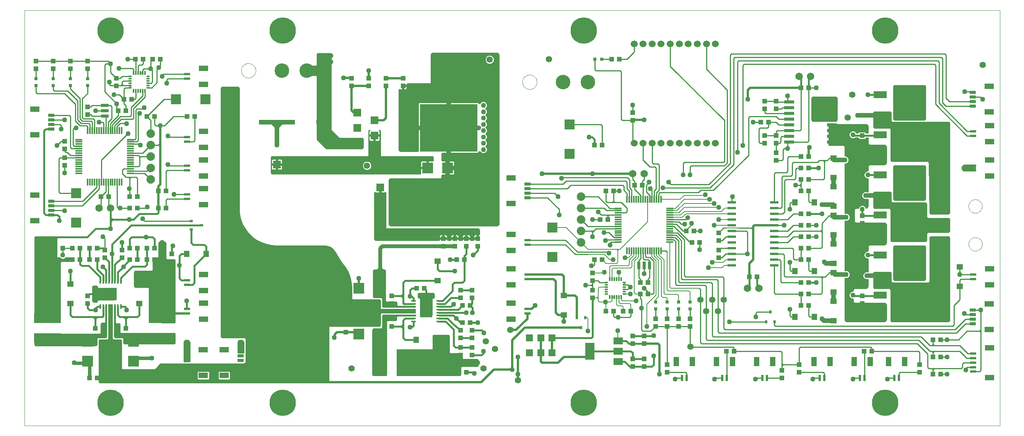
<source format=gtl>
G75*
G70*
%OFA0B0*%
%FSLAX24Y24*%
%IPPOS*%
%LPD*%
%AMOC8*
5,1,8,0,0,1.08239X$1,22.5*
%
%ADD10C,0.0000*%
%ADD11R,0.0118X0.0591*%
%ADD12R,0.0591X0.0118*%
%ADD13R,0.0780X0.0210*%
%ADD14R,0.0433X0.0394*%
%ADD15R,0.0394X0.0433*%
%ADD16R,0.0500X0.0579*%
%ADD17R,0.0579X0.0500*%
%ADD18C,0.0650*%
%ADD19R,0.1181X0.0630*%
%ADD20R,0.2470X0.2280*%
%ADD21R,0.0531X0.0236*%
%ADD22R,0.0787X0.0472*%
%ADD23R,0.0790X0.0590*%
%ADD24R,0.0790X0.1500*%
%ADD25C,0.0740*%
%ADD26C,0.0600*%
%ADD27R,0.0315X0.0315*%
%ADD28R,0.0886X0.0256*%
%ADD29R,0.0236X0.0531*%
%ADD30R,0.0472X0.0787*%
%ADD31R,0.0236X0.0256*%
%ADD32R,0.0276X0.0669*%
%ADD33C,0.1065*%
%ADD34R,0.0138X0.0335*%
%ADD35R,0.0315X0.0138*%
%ADD36C,0.2300*%
%ADD37R,0.0669X0.0276*%
%ADD38R,0.0256X0.0236*%
%ADD39R,0.0634X0.0634*%
%ADD40R,0.0413X0.0177*%
%ADD41R,0.1102X0.1102*%
%ADD42R,0.0945X0.0945*%
%ADD43R,0.0787X0.2362*%
%ADD44R,0.0886X0.0886*%
%ADD45R,0.0177X0.0413*%
%ADD46R,0.2362X0.0787*%
%ADD47R,0.0673X0.0673*%
%ADD48C,0.1950*%
%ADD49R,0.5000X0.4150*%
%ADD50R,0.1378X0.0394*%
%ADD51R,0.0535X0.0256*%
%ADD52R,0.0827X0.0512*%
%ADD53C,0.1266*%
%ADD54C,0.0080*%
%ADD55C,0.0436*%
%ADD56C,0.0400*%
%ADD57C,0.0100*%
%ADD58C,0.0160*%
%ADD59C,0.0200*%
%ADD60C,0.0800*%
%ADD61C,0.0300*%
%ADD62C,0.0554*%
%ADD63C,0.0320*%
D10*
X000151Y000101D02*
X000151Y036351D01*
X085151Y036351D01*
X085151Y000101D01*
X000151Y000101D01*
X043551Y030101D02*
X043553Y030151D01*
X043559Y030201D01*
X043569Y030250D01*
X043583Y030298D01*
X043600Y030345D01*
X043621Y030390D01*
X043646Y030434D01*
X043674Y030475D01*
X043706Y030514D01*
X043740Y030551D01*
X043777Y030585D01*
X043817Y030615D01*
X043859Y030642D01*
X043903Y030666D01*
X043949Y030687D01*
X043996Y030703D01*
X044044Y030716D01*
X044094Y030725D01*
X044143Y030730D01*
X044194Y030731D01*
X044244Y030728D01*
X044293Y030721D01*
X044342Y030710D01*
X044390Y030695D01*
X044436Y030677D01*
X044481Y030655D01*
X044524Y030629D01*
X044565Y030600D01*
X044604Y030568D01*
X044640Y030533D01*
X044672Y030495D01*
X044702Y030455D01*
X044729Y030412D01*
X044752Y030368D01*
X044771Y030322D01*
X044787Y030274D01*
X044799Y030225D01*
X044807Y030176D01*
X044811Y030126D01*
X044811Y030076D01*
X044807Y030026D01*
X044799Y029977D01*
X044787Y029928D01*
X044771Y029880D01*
X044752Y029834D01*
X044729Y029790D01*
X044702Y029747D01*
X044672Y029707D01*
X044640Y029669D01*
X044604Y029634D01*
X044565Y029602D01*
X044524Y029573D01*
X044481Y029547D01*
X044436Y029525D01*
X044390Y029507D01*
X044342Y029492D01*
X044293Y029481D01*
X044244Y029474D01*
X044194Y029471D01*
X044143Y029472D01*
X044094Y029477D01*
X044044Y029486D01*
X043996Y029499D01*
X043949Y029515D01*
X043903Y029536D01*
X043859Y029560D01*
X043817Y029587D01*
X043777Y029617D01*
X043740Y029651D01*
X043706Y029688D01*
X043674Y029727D01*
X043646Y029768D01*
X043621Y029812D01*
X043600Y029857D01*
X043583Y029904D01*
X043569Y029952D01*
X043559Y030001D01*
X043553Y030051D01*
X043551Y030101D01*
X019051Y031101D02*
X019053Y031151D01*
X019059Y031201D01*
X019069Y031250D01*
X019083Y031298D01*
X019100Y031345D01*
X019121Y031390D01*
X019146Y031434D01*
X019174Y031475D01*
X019206Y031514D01*
X019240Y031551D01*
X019277Y031585D01*
X019317Y031615D01*
X019359Y031642D01*
X019403Y031666D01*
X019449Y031687D01*
X019496Y031703D01*
X019544Y031716D01*
X019594Y031725D01*
X019643Y031730D01*
X019694Y031731D01*
X019744Y031728D01*
X019793Y031721D01*
X019842Y031710D01*
X019890Y031695D01*
X019936Y031677D01*
X019981Y031655D01*
X020024Y031629D01*
X020065Y031600D01*
X020104Y031568D01*
X020140Y031533D01*
X020172Y031495D01*
X020202Y031455D01*
X020229Y031412D01*
X020252Y031368D01*
X020271Y031322D01*
X020287Y031274D01*
X020299Y031225D01*
X020307Y031176D01*
X020311Y031126D01*
X020311Y031076D01*
X020307Y031026D01*
X020299Y030977D01*
X020287Y030928D01*
X020271Y030880D01*
X020252Y030834D01*
X020229Y030790D01*
X020202Y030747D01*
X020172Y030707D01*
X020140Y030669D01*
X020104Y030634D01*
X020065Y030602D01*
X020024Y030573D01*
X019981Y030547D01*
X019936Y030525D01*
X019890Y030507D01*
X019842Y030492D01*
X019793Y030481D01*
X019744Y030474D01*
X019694Y030471D01*
X019643Y030472D01*
X019594Y030477D01*
X019544Y030486D01*
X019496Y030499D01*
X019449Y030515D01*
X019403Y030536D01*
X019359Y030560D01*
X019317Y030587D01*
X019277Y030617D01*
X019240Y030651D01*
X019206Y030688D01*
X019174Y030727D01*
X019146Y030768D01*
X019121Y030812D01*
X019100Y030857D01*
X019083Y030904D01*
X019069Y030952D01*
X019059Y031001D01*
X019053Y031051D01*
X019051Y031101D01*
X082430Y019256D02*
X082432Y019304D01*
X082438Y019352D01*
X082448Y019399D01*
X082461Y019445D01*
X082479Y019490D01*
X082499Y019534D01*
X082524Y019576D01*
X082552Y019615D01*
X082582Y019652D01*
X082616Y019686D01*
X082653Y019718D01*
X082691Y019747D01*
X082732Y019772D01*
X082775Y019794D01*
X082820Y019812D01*
X082866Y019826D01*
X082913Y019837D01*
X082961Y019844D01*
X083009Y019847D01*
X083057Y019846D01*
X083105Y019841D01*
X083153Y019832D01*
X083199Y019820D01*
X083244Y019803D01*
X083288Y019783D01*
X083330Y019760D01*
X083370Y019733D01*
X083408Y019703D01*
X083443Y019670D01*
X083475Y019634D01*
X083505Y019596D01*
X083531Y019555D01*
X083553Y019512D01*
X083573Y019468D01*
X083588Y019423D01*
X083600Y019376D01*
X083608Y019328D01*
X083612Y019280D01*
X083612Y019232D01*
X083608Y019184D01*
X083600Y019136D01*
X083588Y019089D01*
X083573Y019044D01*
X083553Y019000D01*
X083531Y018957D01*
X083505Y018916D01*
X083475Y018878D01*
X083443Y018842D01*
X083408Y018809D01*
X083370Y018779D01*
X083330Y018752D01*
X083288Y018729D01*
X083244Y018709D01*
X083199Y018692D01*
X083153Y018680D01*
X083105Y018671D01*
X083057Y018666D01*
X083009Y018665D01*
X082961Y018668D01*
X082913Y018675D01*
X082866Y018686D01*
X082820Y018700D01*
X082775Y018718D01*
X082732Y018740D01*
X082691Y018765D01*
X082653Y018794D01*
X082616Y018826D01*
X082582Y018860D01*
X082552Y018897D01*
X082524Y018936D01*
X082499Y018978D01*
X082479Y019022D01*
X082461Y019067D01*
X082448Y019113D01*
X082438Y019160D01*
X082432Y019208D01*
X082430Y019256D01*
X082430Y015946D02*
X082432Y015994D01*
X082438Y016042D01*
X082448Y016089D01*
X082461Y016135D01*
X082479Y016180D01*
X082499Y016224D01*
X082524Y016266D01*
X082552Y016305D01*
X082582Y016342D01*
X082616Y016376D01*
X082653Y016408D01*
X082691Y016437D01*
X082732Y016462D01*
X082775Y016484D01*
X082820Y016502D01*
X082866Y016516D01*
X082913Y016527D01*
X082961Y016534D01*
X083009Y016537D01*
X083057Y016536D01*
X083105Y016531D01*
X083153Y016522D01*
X083199Y016510D01*
X083244Y016493D01*
X083288Y016473D01*
X083330Y016450D01*
X083370Y016423D01*
X083408Y016393D01*
X083443Y016360D01*
X083475Y016324D01*
X083505Y016286D01*
X083531Y016245D01*
X083553Y016202D01*
X083573Y016158D01*
X083588Y016113D01*
X083600Y016066D01*
X083608Y016018D01*
X083612Y015970D01*
X083612Y015922D01*
X083608Y015874D01*
X083600Y015826D01*
X083588Y015779D01*
X083573Y015734D01*
X083553Y015690D01*
X083531Y015647D01*
X083505Y015606D01*
X083475Y015568D01*
X083443Y015532D01*
X083408Y015499D01*
X083370Y015469D01*
X083330Y015442D01*
X083288Y015419D01*
X083244Y015399D01*
X083199Y015382D01*
X083153Y015370D01*
X083105Y015361D01*
X083057Y015356D01*
X083009Y015355D01*
X082961Y015358D01*
X082913Y015365D01*
X082866Y015376D01*
X082820Y015390D01*
X082775Y015408D01*
X082732Y015430D01*
X082691Y015455D01*
X082653Y015484D01*
X082616Y015516D01*
X082582Y015550D01*
X082552Y015587D01*
X082524Y015626D01*
X082499Y015668D01*
X082479Y015712D01*
X082461Y015757D01*
X082448Y015803D01*
X082438Y015850D01*
X082432Y015898D01*
X082430Y015946D01*
D11*
X055628Y015357D03*
X055431Y015357D03*
X055234Y015357D03*
X055037Y015357D03*
X054840Y015357D03*
X054643Y015357D03*
X054446Y015357D03*
X054250Y015357D03*
X054053Y015357D03*
X053856Y015357D03*
X053659Y015357D03*
X053462Y015357D03*
X053265Y015357D03*
X053069Y015357D03*
X052872Y015357D03*
X052675Y015357D03*
X052675Y019845D03*
X052872Y019845D03*
X053069Y019845D03*
X053265Y019845D03*
X053462Y019845D03*
X053659Y019845D03*
X053856Y019845D03*
X054053Y019845D03*
X054250Y019845D03*
X054446Y019845D03*
X054643Y019845D03*
X054840Y019845D03*
X055037Y019845D03*
X055234Y019845D03*
X055431Y019845D03*
X055628Y019845D03*
X008628Y021357D03*
X008431Y021357D03*
X008234Y021357D03*
X008037Y021357D03*
X007840Y021357D03*
X007643Y021357D03*
X007446Y021357D03*
X007250Y021357D03*
X007053Y021357D03*
X006856Y021357D03*
X006659Y021357D03*
X006462Y021357D03*
X006265Y021357D03*
X006069Y021357D03*
X005872Y021357D03*
X005675Y021357D03*
X005675Y025845D03*
X005872Y025845D03*
X006069Y025845D03*
X006265Y025845D03*
X006462Y025845D03*
X006659Y025845D03*
X006856Y025845D03*
X007053Y025845D03*
X007250Y025845D03*
X007446Y025845D03*
X007643Y025845D03*
X007840Y025845D03*
X008037Y025845D03*
X008234Y025845D03*
X008431Y025845D03*
X008628Y025845D03*
D12*
X009395Y025077D03*
X009395Y024880D03*
X009395Y024683D03*
X009395Y024487D03*
X009395Y024290D03*
X009395Y024093D03*
X009395Y023896D03*
X009395Y023699D03*
X009395Y023502D03*
X009395Y023306D03*
X009395Y023109D03*
X009395Y022912D03*
X009395Y022715D03*
X009395Y022518D03*
X009395Y022321D03*
X009395Y022124D03*
X004907Y022124D03*
X004907Y022321D03*
X004907Y022518D03*
X004907Y022715D03*
X004907Y022912D03*
X004907Y023109D03*
X004907Y023306D03*
X004907Y023502D03*
X004907Y023699D03*
X004907Y023896D03*
X004907Y024093D03*
X004907Y024290D03*
X004907Y024487D03*
X004907Y024683D03*
X004907Y024880D03*
X004907Y025077D03*
X051907Y019077D03*
X051907Y018880D03*
X051907Y018683D03*
X051907Y018487D03*
X051907Y018290D03*
X051907Y018093D03*
X051907Y017896D03*
X051907Y017699D03*
X051907Y017502D03*
X051907Y017306D03*
X051907Y017109D03*
X051907Y016912D03*
X051907Y016715D03*
X051907Y016518D03*
X051907Y016321D03*
X051907Y016124D03*
X056395Y016124D03*
X056395Y016321D03*
X056395Y016518D03*
X056395Y016715D03*
X056395Y016912D03*
X056395Y017109D03*
X056395Y017306D03*
X056395Y017502D03*
X056395Y017699D03*
X056395Y017896D03*
X056395Y018093D03*
X056395Y018290D03*
X056395Y018487D03*
X056395Y018683D03*
X056395Y018880D03*
X056395Y019077D03*
D13*
X061806Y019101D03*
X061806Y019601D03*
X061806Y018601D03*
X061806Y018101D03*
X061806Y017601D03*
X061806Y017101D03*
X061806Y016601D03*
X061806Y016101D03*
X061806Y015601D03*
X061806Y015101D03*
X061806Y014601D03*
X061806Y014101D03*
X065496Y014101D03*
X065496Y014601D03*
X065496Y015101D03*
X065496Y015601D03*
X065496Y016101D03*
X065496Y016601D03*
X065496Y017101D03*
X065496Y017601D03*
X065496Y018101D03*
X065496Y018601D03*
X065496Y019101D03*
X065496Y019601D03*
D14*
X067817Y021601D03*
X068486Y021601D03*
X065651Y023266D03*
X065651Y023935D03*
X065651Y024766D03*
X064651Y024766D03*
X064651Y025435D03*
X065651Y025435D03*
X064986Y026601D03*
X064317Y026601D03*
X067817Y029601D03*
X068486Y029601D03*
X073151Y025435D03*
X073151Y024766D03*
X073151Y018435D03*
X073151Y017766D03*
X068486Y015601D03*
X067817Y015601D03*
X063986Y013101D03*
X063317Y013101D03*
X067817Y011601D03*
X068486Y011601D03*
X073151Y011435D03*
X073151Y010766D03*
X078151Y005435D03*
X078151Y004766D03*
X067651Y004766D03*
X067651Y005435D03*
X066151Y004935D03*
X066151Y004266D03*
X056151Y004766D03*
X056151Y005435D03*
X056151Y008766D03*
X056151Y009435D03*
X055151Y009435D03*
X055151Y008766D03*
X057151Y008766D03*
X057151Y009435D03*
X058151Y009435D03*
X058151Y008766D03*
X052986Y010101D03*
X052317Y010101D03*
X051486Y010101D03*
X050817Y010101D03*
X053817Y011601D03*
X054486Y011601D03*
X058317Y016101D03*
X058986Y016101D03*
X058486Y017101D03*
X057817Y017101D03*
X060651Y016935D03*
X060651Y016266D03*
X050986Y018101D03*
X050317Y018101D03*
X050817Y020601D03*
X051486Y020601D03*
X053317Y021101D03*
X053986Y021101D03*
X038651Y016435D03*
X038651Y015766D03*
X037651Y015766D03*
X036651Y015766D03*
X036651Y016435D03*
X037651Y016435D03*
X034986Y012101D03*
X034317Y012101D03*
X038151Y011935D03*
X038151Y011266D03*
X038151Y008435D03*
X038151Y007766D03*
X038151Y006935D03*
X039151Y006935D03*
X039151Y006266D03*
X038151Y006266D03*
X012986Y015101D03*
X012317Y015101D03*
X009986Y015601D03*
X009317Y015601D03*
X008651Y015435D03*
X008651Y014766D03*
X007151Y014766D03*
X007151Y015435D03*
X006486Y015601D03*
X005817Y015601D03*
X003486Y015601D03*
X002817Y015601D03*
X006817Y020101D03*
X007486Y020101D03*
X009317Y020101D03*
X009986Y020101D03*
X005651Y027266D03*
X005651Y027935D03*
X008317Y027601D03*
X008986Y027601D03*
X008817Y028601D03*
X009486Y028601D03*
X005651Y031266D03*
X005651Y031935D03*
X004151Y031935D03*
X002651Y031935D03*
X002651Y031266D03*
X004151Y031266D03*
X001151Y031266D03*
X001151Y031935D03*
X009817Y032101D03*
X010486Y032101D03*
X011317Y032101D03*
X011986Y032101D03*
X028651Y030435D03*
X028651Y029766D03*
X030151Y029766D03*
X031651Y029766D03*
X031651Y030435D03*
X030151Y030435D03*
X008986Y008601D03*
X008317Y008601D03*
X006986Y008601D03*
X006317Y008601D03*
X006486Y004251D03*
X005817Y004251D03*
D15*
X005651Y010766D03*
X005651Y011435D03*
X005817Y014601D03*
X006486Y014601D03*
X004986Y014601D03*
X004317Y014601D03*
X004317Y015601D03*
X004986Y015601D03*
X009317Y014601D03*
X009986Y014601D03*
X010817Y014601D03*
X011486Y014601D03*
X011486Y015601D03*
X010817Y015601D03*
X009986Y019101D03*
X009317Y019101D03*
X011817Y019101D03*
X012486Y019101D03*
X012486Y020601D03*
X011817Y020601D03*
X003651Y022816D03*
X003651Y023485D03*
X003651Y024266D03*
X003651Y024935D03*
X010817Y027101D03*
X011486Y027101D03*
X014317Y027101D03*
X014986Y027101D03*
X008151Y029766D03*
X008151Y030435D03*
X033151Y030435D03*
X033151Y029766D03*
X049817Y024601D03*
X050486Y024601D03*
X053151Y026766D03*
X053151Y027435D03*
X051986Y032101D03*
X051317Y032101D03*
X064651Y028435D03*
X065651Y028435D03*
X065651Y027766D03*
X064651Y027766D03*
X067817Y023601D03*
X068486Y023601D03*
X068486Y022601D03*
X067817Y022601D03*
X067817Y020601D03*
X068486Y020601D03*
X068486Y018601D03*
X067817Y018601D03*
X067817Y017601D03*
X068486Y017601D03*
X068486Y016601D03*
X067817Y016601D03*
X067817Y014601D03*
X068486Y014601D03*
X068486Y012601D03*
X067817Y012601D03*
X067817Y010601D03*
X068486Y010601D03*
X073317Y006601D03*
X073986Y006601D03*
X079317Y006101D03*
X079986Y006101D03*
X079986Y007601D03*
X079317Y007601D03*
X079317Y004601D03*
X079986Y004601D03*
X061986Y006601D03*
X061317Y006601D03*
X054151Y007266D03*
X053151Y007266D03*
X053151Y007935D03*
X054151Y007935D03*
X054151Y005935D03*
X053151Y005935D03*
X053151Y005266D03*
X054151Y005266D03*
X049651Y011266D03*
X049651Y011935D03*
X049651Y012766D03*
X049651Y013435D03*
X049817Y014601D03*
X050486Y014601D03*
X053817Y012601D03*
X054486Y012601D03*
X060651Y014766D03*
X060651Y015435D03*
X039651Y015766D03*
X039651Y016435D03*
X038486Y014601D03*
X037817Y014601D03*
X039151Y011935D03*
X039151Y011266D03*
X038986Y010601D03*
X038317Y010601D03*
X038317Y009101D03*
X038986Y009101D03*
X039151Y008435D03*
X039151Y007766D03*
X038651Y005435D03*
X038651Y004766D03*
X032151Y008766D03*
X032151Y009435D03*
X032151Y010766D03*
X032151Y011435D03*
X028151Y008935D03*
X028151Y008266D03*
D16*
X034305Y007601D03*
X035998Y007601D03*
X015998Y015101D03*
X014305Y015101D03*
X067305Y013601D03*
X068998Y013601D03*
X068998Y009601D03*
X067305Y009601D03*
X067305Y019601D03*
X068998Y019601D03*
D17*
X070651Y019254D03*
X070651Y018447D03*
X070651Y016754D03*
X070651Y015947D03*
X070651Y014254D03*
X070651Y013447D03*
X070651Y011754D03*
X070651Y010947D03*
X070651Y009254D03*
X081651Y012254D03*
X081651Y013947D03*
X070651Y020947D03*
X070651Y021754D03*
X070651Y023447D03*
X047151Y011447D03*
X047151Y009754D03*
X036151Y012754D03*
X036151Y014447D03*
X010151Y012447D03*
X010151Y010754D03*
X004151Y010754D03*
X004151Y012447D03*
D18*
X006651Y019101D03*
X007651Y019101D03*
X053151Y022101D03*
X054151Y022101D03*
X067651Y030601D03*
X068651Y030601D03*
X064151Y012101D03*
X063151Y012101D03*
D19*
X074741Y011501D03*
X074741Y013201D03*
X074741Y015001D03*
X074741Y016701D03*
X074741Y018501D03*
X074741Y020201D03*
X074741Y022001D03*
X074741Y023701D03*
X074741Y025501D03*
X074741Y027201D03*
X074741Y029001D03*
X074741Y009701D03*
D20*
X077276Y010601D03*
X077276Y014101D03*
X077276Y017601D03*
X077276Y021101D03*
X077276Y024601D03*
X077276Y028101D03*
D21*
X082811Y025798D03*
X082811Y025404D03*
X082811Y022798D03*
X082811Y022404D03*
X082811Y013298D03*
X082811Y012904D03*
X082811Y006388D03*
X082811Y005994D03*
X082811Y005601D03*
X082811Y005207D03*
X082811Y004813D03*
X043992Y009904D03*
X043992Y010298D03*
X043992Y012904D03*
X043992Y013298D03*
X043992Y015904D03*
X043992Y016298D03*
X014311Y012798D03*
X014311Y012404D03*
X014311Y010298D03*
X014311Y009904D03*
X014311Y019904D03*
X014311Y020298D03*
X014311Y022404D03*
X014311Y022798D03*
X014311Y024904D03*
X014311Y025298D03*
X014311Y030404D03*
X014311Y030798D03*
D22*
X015757Y031309D03*
X015757Y029892D03*
X015757Y025809D03*
X015757Y024392D03*
X015757Y023309D03*
X015757Y021892D03*
X015757Y020809D03*
X015757Y019392D03*
X015757Y013309D03*
X015757Y011892D03*
X015757Y010809D03*
X015757Y009392D03*
X042545Y009392D03*
X042545Y010809D03*
X042545Y012392D03*
X042545Y013809D03*
X042545Y015392D03*
X042545Y016809D03*
X084257Y013809D03*
X084257Y012392D03*
X084257Y006900D03*
X084257Y004302D03*
X084257Y021892D03*
X084257Y023309D03*
X084257Y024892D03*
X084257Y026309D03*
D23*
X051891Y007511D03*
X051891Y006611D03*
X051891Y005711D03*
D24*
X049411Y006601D03*
D25*
X048651Y016101D03*
X048651Y017101D03*
X048651Y018101D03*
X048651Y019101D03*
X048651Y020101D03*
X011151Y021601D03*
X011151Y022601D03*
X011151Y023601D03*
X011151Y024601D03*
X011151Y025601D03*
D26*
X053277Y024770D03*
X054065Y024770D03*
X054852Y024770D03*
X055639Y024770D03*
X056427Y024770D03*
X057214Y024770D03*
X058002Y024770D03*
X058789Y024770D03*
X059576Y024770D03*
X060364Y024770D03*
X060364Y033431D03*
X059576Y033431D03*
X058789Y033431D03*
X058002Y033431D03*
X057214Y033431D03*
X056427Y033431D03*
X055639Y033431D03*
X054852Y033431D03*
X054065Y033431D03*
X053277Y033431D03*
D27*
X050446Y032101D03*
X049856Y032101D03*
X005651Y030396D03*
X005651Y029806D03*
X004151Y029806D03*
X002651Y029806D03*
X002651Y030396D03*
X004151Y030396D03*
X001151Y030396D03*
X001151Y029806D03*
X055151Y010896D03*
X055151Y010306D03*
X056151Y010306D03*
X056151Y010896D03*
X057151Y010896D03*
X057151Y010306D03*
X058151Y010306D03*
X058151Y010896D03*
D28*
X066781Y024851D03*
X066781Y025351D03*
X066781Y025851D03*
X066781Y026351D03*
X066781Y026851D03*
X066781Y027351D03*
X066781Y027851D03*
X066781Y028351D03*
X070521Y028351D03*
X070521Y027851D03*
X070521Y027351D03*
X070521Y026851D03*
X070521Y026351D03*
X070521Y025851D03*
X070521Y025351D03*
X070521Y024851D03*
D29*
X069848Y004260D03*
X069454Y004260D03*
X072954Y004260D03*
X073348Y004260D03*
X075954Y004260D03*
X076348Y004260D03*
X064848Y004260D03*
X064454Y004260D03*
X061348Y004260D03*
X060954Y004260D03*
X057848Y004260D03*
X057454Y004260D03*
D30*
X056943Y005707D03*
X058360Y005707D03*
X060443Y005707D03*
X061860Y005707D03*
X063943Y005707D03*
X065360Y005707D03*
X068943Y005707D03*
X070360Y005707D03*
X072443Y005707D03*
X073860Y005707D03*
X075443Y005707D03*
X076860Y005707D03*
D31*
X065525Y009158D03*
X064777Y009158D03*
X065151Y010044D03*
X049025Y009544D03*
X048277Y009544D03*
X048651Y008658D03*
D32*
X053679Y014101D03*
X054151Y014101D03*
X054624Y014101D03*
D33*
X080151Y015951D03*
X080151Y017601D03*
X080151Y019251D03*
D34*
X052143Y012878D03*
X051946Y012878D03*
X051750Y012878D03*
X051553Y012878D03*
X051356Y012878D03*
X051159Y012878D03*
X051159Y011323D03*
X051356Y011323D03*
X051553Y011323D03*
X051750Y011323D03*
X051946Y011323D03*
X052143Y011323D03*
X010643Y029323D03*
X010446Y029323D03*
X010250Y029323D03*
X010053Y029323D03*
X009856Y029323D03*
X009659Y029323D03*
X009659Y030878D03*
X009856Y030878D03*
X010053Y030878D03*
X010250Y030878D03*
X010446Y030878D03*
X010643Y030878D03*
D35*
X010939Y030593D03*
X010939Y030396D03*
X010939Y030199D03*
X010939Y030002D03*
X010939Y029806D03*
X010939Y029609D03*
X009364Y029609D03*
X009364Y029806D03*
X009364Y030002D03*
X009364Y030199D03*
X009364Y030396D03*
X009364Y030593D03*
X050864Y012593D03*
X050864Y012396D03*
X050864Y012199D03*
X050864Y012002D03*
X050864Y011806D03*
X050864Y011609D03*
X052439Y011609D03*
X052439Y011806D03*
X052439Y012002D03*
X052439Y012199D03*
X052439Y012396D03*
X052439Y012593D03*
D36*
X048901Y002101D03*
X075151Y002101D03*
X022651Y002101D03*
X007651Y002101D03*
X007651Y034601D03*
X022651Y034601D03*
X048901Y034601D03*
X075151Y034601D03*
D37*
X007151Y028073D03*
X007151Y027601D03*
X007151Y027128D03*
D38*
X014708Y017975D03*
X015594Y017601D03*
X014708Y017227D03*
D39*
X044171Y007751D03*
X045151Y007751D03*
X046131Y007751D03*
X046131Y006451D03*
X045151Y006451D03*
X044171Y006451D03*
D40*
X036244Y009205D03*
X036244Y009461D03*
X036244Y009717D03*
X036244Y009973D03*
X036244Y010229D03*
X036244Y010485D03*
X036244Y010741D03*
X036244Y010996D03*
X034059Y010996D03*
X034059Y010741D03*
X034059Y010485D03*
X034059Y010229D03*
X034059Y009973D03*
X034059Y009717D03*
X034059Y009461D03*
X034059Y009205D03*
D41*
X035151Y010101D03*
X007651Y011601D03*
D42*
X005651Y007467D03*
X005651Y005735D03*
X009651Y005735D03*
X009651Y007467D03*
X029285Y008101D03*
X031017Y008101D03*
X031017Y012101D03*
X029285Y012101D03*
X035285Y022601D03*
X037017Y022601D03*
D43*
X032998Y005601D03*
X031305Y005601D03*
D44*
X046151Y014821D03*
X046151Y017380D03*
X047651Y023821D03*
X047651Y026380D03*
X015931Y028601D03*
X013372Y028601D03*
X004651Y020380D03*
X004651Y017821D03*
D45*
X006756Y012693D03*
X007011Y012693D03*
X007267Y012693D03*
X007523Y012693D03*
X007779Y012693D03*
X008035Y012693D03*
X008291Y012693D03*
X008547Y012693D03*
X008547Y010508D03*
X008291Y010508D03*
X008035Y010508D03*
X007779Y010508D03*
X007523Y010508D03*
X007267Y010508D03*
X007011Y010508D03*
X006756Y010508D03*
D46*
X002151Y009447D03*
X002151Y007754D03*
X012151Y007754D03*
X012151Y009447D03*
D47*
X022151Y015301D03*
X031151Y013301D03*
X031151Y020901D03*
X029151Y024761D03*
X030651Y025431D03*
X029151Y026101D03*
X030651Y026771D03*
X029151Y027441D03*
X022151Y022901D03*
D48*
X038021Y026101D03*
D49*
X037121Y026101D03*
D50*
X026246Y026601D03*
X023057Y026601D03*
X021246Y026601D03*
X018057Y026601D03*
D51*
X002494Y026404D03*
X002494Y026798D03*
X002494Y027191D03*
X002494Y026010D03*
X002494Y019691D03*
X002494Y019298D03*
X002494Y018904D03*
X002494Y018510D03*
X014309Y006191D03*
X014309Y005798D03*
X014309Y005404D03*
X014309Y005010D03*
X018994Y005010D03*
X018994Y005404D03*
X018994Y005798D03*
X018994Y006191D03*
X043994Y020010D03*
X043994Y020404D03*
X043994Y020798D03*
X043994Y021191D03*
X082809Y028010D03*
X082809Y028404D03*
X082809Y028798D03*
X082809Y029191D03*
X082809Y010191D03*
X082809Y009798D03*
X082809Y009404D03*
X082809Y009010D03*
D52*
X084238Y008479D03*
X084238Y010723D03*
X084238Y027479D03*
X084238Y029723D03*
X042565Y021723D03*
X042565Y019479D03*
X017565Y006723D03*
X015738Y006723D03*
X015738Y004479D03*
X017565Y004479D03*
X001065Y017979D03*
X001065Y020223D03*
X001065Y025479D03*
X001065Y027723D03*
D53*
X022584Y031101D03*
X024750Y031101D03*
X047084Y030101D03*
X049250Y030101D03*
D54*
X057651Y020201D02*
X059451Y020201D01*
X059501Y020251D01*
X059851Y019851D02*
X057651Y019851D01*
X056878Y019077D01*
X056395Y019077D01*
X056395Y018880D02*
X057031Y018880D01*
X057651Y019501D01*
X060251Y019501D01*
X060651Y019151D02*
X057651Y019151D01*
X057184Y018683D01*
X056395Y018683D01*
X056395Y018487D02*
X057337Y018487D01*
X057651Y018801D01*
X060901Y018801D01*
X061201Y019101D01*
X061806Y019101D01*
X061806Y018601D02*
X057801Y018601D01*
X057490Y018290D01*
X056395Y018290D01*
X054446Y017896D02*
X054446Y019845D01*
X055628Y019845D02*
X057295Y019845D01*
X057651Y020201D01*
X060651Y018101D02*
X061806Y018101D01*
X061806Y017601D02*
X060251Y017601D01*
X061251Y017351D02*
X062351Y017351D01*
X061806Y014601D02*
X061301Y014601D01*
X061051Y014351D01*
X060101Y014351D01*
X059751Y013901D02*
X060951Y013901D01*
X061151Y014101D01*
X061806Y014101D01*
X058951Y012101D02*
X056495Y012101D01*
X056395Y012201D01*
X056395Y016124D01*
X055431Y015357D02*
X055431Y015021D01*
X055901Y014551D01*
X055901Y011651D01*
X056001Y011551D01*
X057051Y011551D01*
X057151Y011451D01*
X057151Y010896D01*
X056151Y010896D02*
X056151Y011201D01*
X056051Y011301D01*
X055751Y011301D01*
X055651Y011401D01*
X055651Y014551D01*
X055234Y014968D01*
X055234Y015357D01*
X055037Y015357D02*
X055037Y014915D01*
X055401Y014551D01*
X055401Y011351D01*
X055151Y011101D01*
X055151Y010896D01*
X055201Y011501D02*
X054401Y010701D01*
X054401Y008751D01*
X053151Y010101D02*
X053001Y010101D01*
X052986Y010101D02*
X052986Y010651D01*
X052886Y010751D01*
X052046Y010751D01*
X051946Y010851D01*
X051946Y011323D01*
X051750Y011323D02*
X051750Y010651D01*
X051850Y010551D01*
X052217Y010551D01*
X052317Y010451D01*
X052317Y010101D01*
X051356Y011001D02*
X051256Y010901D01*
X050817Y010901D01*
X050801Y010901D01*
X050231Y010901D01*
X050151Y010981D01*
X050151Y011186D01*
X050151Y011851D01*
X050151Y012101D02*
X050151Y011366D01*
X050051Y011266D01*
X050071Y011266D01*
X050151Y011186D01*
X050051Y011266D02*
X049651Y011266D01*
X050817Y010901D02*
X050817Y010101D01*
X049251Y009464D02*
X049251Y008351D01*
X049251Y009464D02*
X049171Y009544D01*
X049025Y009544D01*
X051851Y008401D02*
X051851Y007551D01*
X058151Y010896D02*
X058151Y011751D01*
X058051Y011851D01*
X056251Y011851D01*
X056151Y011951D01*
X056151Y015257D01*
X055201Y014501D02*
X054840Y014862D01*
X054840Y015357D01*
X053659Y015357D02*
X053659Y014809D01*
X053301Y014451D01*
X053301Y011701D01*
X053393Y011609D01*
X053709Y011609D01*
X053451Y011001D02*
X052243Y011001D01*
X052143Y011101D01*
X052143Y011323D01*
X052439Y011609D02*
X052951Y011609D01*
X051356Y011323D02*
X051356Y011001D01*
X050864Y012199D02*
X050250Y012199D01*
X050151Y012101D01*
X050864Y012593D02*
X050909Y012593D01*
X051159Y012878D02*
X051159Y013951D01*
X051259Y014051D01*
X052751Y014051D01*
X052851Y014151D01*
X052851Y014551D01*
X053265Y014965D01*
X053265Y015357D01*
X053069Y015357D02*
X053069Y015018D01*
X052801Y014751D01*
X052501Y014751D01*
X053101Y014501D02*
X053462Y014862D01*
X053462Y015357D01*
X052051Y015501D02*
X051951Y015501D01*
X051751Y015501D01*
X051851Y015401D01*
X051851Y014351D01*
X051751Y014251D01*
X050836Y014251D01*
X050486Y014601D01*
X050701Y015051D02*
X049251Y015051D01*
X049251Y015501D02*
X051751Y015501D01*
X051851Y015401D02*
X051951Y015501D01*
X052051Y015501D02*
X054446Y017896D01*
X049251Y015501D02*
X048901Y015851D01*
X048651Y016101D01*
X047372Y017380D01*
X046151Y017380D01*
X050701Y015051D02*
X051151Y014601D01*
X051451Y014601D01*
X053101Y014501D02*
X053101Y013951D01*
X053001Y013851D01*
X051456Y013851D01*
X051356Y013751D01*
X051356Y012878D01*
X051946Y012878D02*
X051946Y013351D01*
X051951Y013501D01*
X050701Y013501D02*
X050651Y013435D01*
X049651Y013435D01*
X052439Y012593D02*
X052439Y012396D01*
X055201Y011501D02*
X055201Y014501D01*
X011317Y032101D02*
X011151Y032101D01*
X009651Y005735D02*
X009651Y005601D01*
D55*
X011251Y006001D03*
X014301Y007351D03*
X019001Y007351D03*
X027151Y007801D03*
X030851Y010801D03*
X033751Y011401D03*
X034651Y011451D03*
X035151Y011451D03*
X035651Y011451D03*
X037551Y010701D03*
X038651Y009951D03*
X039201Y009951D03*
X037801Y009451D03*
X039651Y009101D03*
X040201Y008201D03*
X040151Y006601D03*
X039651Y005601D03*
X039351Y004651D03*
X042651Y005001D03*
X043151Y004601D03*
X043151Y006101D03*
X049251Y008351D03*
X047151Y009201D03*
X044651Y010601D03*
X049051Y012351D03*
X050701Y013501D03*
X051951Y013501D03*
X051451Y014601D03*
X051101Y015151D03*
X051201Y015851D03*
X050801Y016251D03*
X050651Y016951D03*
X049651Y016601D03*
X049651Y018101D03*
X050151Y018751D03*
X046751Y018501D03*
X046651Y020101D03*
X046951Y021701D03*
X045251Y022101D03*
X049651Y022101D03*
X052001Y020601D03*
X054601Y021351D03*
X054701Y020801D03*
X055801Y020851D03*
X056301Y021351D03*
X057551Y022001D03*
X058151Y022001D03*
X059501Y020251D03*
X059851Y019851D03*
X060251Y019501D03*
X060651Y019151D03*
X060651Y018101D03*
X060251Y017601D03*
X059051Y017101D03*
X058301Y017751D03*
X057701Y017701D03*
X057951Y018251D03*
X061851Y020101D03*
X066851Y019001D03*
X069651Y019401D03*
X069651Y018601D03*
X071751Y018301D03*
X073151Y019001D03*
X073451Y020201D03*
X073651Y022001D03*
X071651Y023301D03*
X069351Y022601D03*
X068551Y024401D03*
X066651Y024301D03*
X062751Y024551D03*
X062301Y023951D03*
X063651Y026601D03*
X063201Y028601D03*
X066651Y028901D03*
X069151Y028401D03*
X069151Y027901D03*
X069151Y027401D03*
X069651Y027401D03*
X069651Y027901D03*
X069651Y028401D03*
X072751Y027201D03*
X069651Y026901D03*
X069151Y026901D03*
X072351Y025501D03*
X076251Y022551D03*
X076751Y022551D03*
X077251Y022551D03*
X077751Y022551D03*
X078251Y022551D03*
X082151Y022601D03*
X069151Y017601D03*
X069151Y016601D03*
X066351Y017601D03*
X063151Y015101D03*
X060101Y014351D03*
X059751Y013901D03*
X059001Y015451D03*
X054151Y013351D03*
X054151Y012101D03*
X052951Y012201D03*
X052951Y011609D03*
X053451Y011001D03*
X053917Y010351D03*
X051901Y009551D03*
X051851Y008401D03*
X054401Y008751D03*
X055001Y007951D03*
X055001Y006201D03*
X055501Y004601D03*
X056851Y004151D03*
X060301Y004151D03*
X063851Y004151D03*
X068851Y004151D03*
X072351Y004151D03*
X075351Y004151D03*
X080551Y004601D03*
X082201Y004951D03*
X080551Y006101D03*
X080551Y007601D03*
X082051Y009901D03*
X083501Y010188D03*
X081651Y013301D03*
X078251Y015551D03*
X077751Y015551D03*
X077251Y015551D03*
X076751Y015551D03*
X076251Y015551D03*
X073651Y015001D03*
X073551Y013201D03*
X071751Y013301D03*
X069851Y014401D03*
X066851Y014351D03*
X069151Y012601D03*
X072351Y011501D03*
X069651Y009431D03*
X066851Y010251D03*
X063901Y009601D03*
X061601Y009158D03*
X050801Y010901D03*
X049551Y014051D03*
X052501Y014751D03*
X039651Y017101D03*
X039251Y015001D03*
X037251Y014601D03*
X037651Y013601D03*
X029301Y012951D03*
X033751Y008681D03*
X014301Y011001D03*
X009071Y010201D03*
X006351Y010201D03*
X006301Y011101D03*
X006301Y011601D03*
X006301Y012101D03*
X004151Y013601D03*
X003481Y014991D03*
X007001Y013951D03*
X008776Y013976D03*
X007801Y015101D03*
X008651Y016101D03*
X007001Y016601D03*
X007651Y017301D03*
X009301Y018101D03*
X010451Y018151D03*
X010851Y019201D03*
X008501Y019101D03*
X009301Y020801D03*
X013201Y020301D03*
X012651Y022901D03*
X010251Y024601D03*
X009201Y025601D03*
X009051Y026451D03*
X010201Y027351D03*
X010601Y027851D03*
X008201Y028201D03*
X007951Y029001D03*
X007551Y030101D03*
X008401Y031301D03*
X007651Y031701D03*
X009151Y032101D03*
X011151Y031251D03*
X011851Y031351D03*
X012151Y030601D03*
X012551Y030001D03*
X018051Y029351D03*
X011991Y026301D03*
X012651Y025401D03*
X006651Y026601D03*
X004651Y026101D03*
X003651Y026801D03*
X003351Y026001D03*
X003001Y024551D03*
X003651Y022151D03*
X003651Y018851D03*
X003201Y018001D03*
X010751Y016551D03*
X012151Y016101D03*
X013101Y015801D03*
X013651Y014101D03*
X006901Y007351D03*
X004501Y005601D03*
X040151Y024201D03*
X040151Y024751D03*
X040151Y025301D03*
X040151Y025851D03*
X040151Y026401D03*
X040151Y026951D03*
X040151Y027501D03*
X040151Y028051D03*
X033901Y029751D03*
X030151Y031101D03*
X027951Y030451D03*
X026851Y031851D03*
X026351Y031851D03*
X025851Y031851D03*
X025851Y032401D03*
X026351Y032401D03*
X026851Y032401D03*
X022151Y024601D03*
X006351Y027601D03*
X049351Y025301D03*
X054151Y026801D03*
X053151Y028101D03*
X069151Y029601D03*
X073651Y029001D03*
X076251Y029551D03*
X076751Y029551D03*
X077251Y029551D03*
X077751Y029551D03*
X078251Y029551D03*
X082101Y029251D03*
X083651Y028601D03*
X067351Y021101D03*
D56*
X069651Y019401D02*
X070621Y019401D01*
X070651Y019254D01*
X070651Y018447D02*
X070681Y018301D01*
X071751Y018301D01*
X070651Y016754D02*
X070651Y015947D01*
X070651Y014254D02*
X069998Y014254D01*
X069851Y014401D01*
X070651Y013447D02*
X070798Y013301D01*
X071751Y013301D01*
X073551Y013201D02*
X074741Y013201D01*
X070651Y011754D02*
X070651Y010947D01*
X070651Y009254D02*
X069828Y009254D01*
X069651Y009431D01*
X073451Y020201D02*
X074741Y020201D01*
X070651Y020947D02*
X070651Y021754D01*
X070681Y023301D02*
X071651Y023301D01*
X070681Y023301D02*
X070651Y023447D01*
X072751Y027201D02*
X074741Y027201D01*
X023151Y026601D02*
X022551Y026601D01*
X022151Y026201D01*
X022151Y024601D01*
X022151Y026201D02*
X021751Y026601D01*
X023057Y026601D01*
X021751Y026601D02*
X021246Y026601D01*
D57*
X018851Y026609D02*
X017301Y026609D01*
X017301Y026707D02*
X018851Y026707D01*
X018851Y026806D02*
X017301Y026806D01*
X017301Y026905D02*
X018851Y026905D01*
X018851Y027003D02*
X017301Y027003D01*
X017301Y027102D02*
X018851Y027102D01*
X018851Y027200D02*
X017301Y027200D01*
X017301Y027299D02*
X018851Y027299D01*
X018851Y027397D02*
X017301Y027397D01*
X017301Y027496D02*
X018851Y027496D01*
X018851Y027594D02*
X017301Y027594D01*
X017301Y027693D02*
X018851Y027693D01*
X018851Y027791D02*
X017301Y027791D01*
X017301Y027890D02*
X018851Y027890D01*
X018851Y027989D02*
X017301Y027989D01*
X017301Y028087D02*
X018851Y028087D01*
X018851Y028186D02*
X017301Y028186D01*
X017301Y028284D02*
X018851Y028284D01*
X018851Y028383D02*
X017301Y028383D01*
X017301Y028481D02*
X018851Y028481D01*
X018851Y028580D02*
X017301Y028580D01*
X017301Y028678D02*
X018851Y028678D01*
X018851Y028777D02*
X017301Y028777D01*
X017301Y028875D02*
X018851Y028875D01*
X018851Y028974D02*
X017301Y028974D01*
X017301Y029073D02*
X018851Y029073D01*
X018851Y029171D02*
X017301Y029171D01*
X017301Y029270D02*
X018851Y029270D01*
X018851Y029368D02*
X017301Y029368D01*
X017301Y029467D02*
X018851Y029467D01*
X018851Y029551D02*
X018851Y019051D01*
X018872Y018687D01*
X018933Y018328D01*
X019034Y017977D01*
X019173Y017641D01*
X019349Y017322D01*
X019560Y017024D01*
X019803Y016753D01*
X020075Y016510D01*
X020372Y016299D01*
X020691Y016123D01*
X021028Y015983D01*
X021378Y015882D01*
X021737Y015821D01*
X022101Y015801D01*
X026201Y015801D01*
X026361Y015800D01*
X026519Y015775D01*
X026672Y015728D01*
X026816Y015659D01*
X026949Y015570D01*
X027068Y015462D01*
X027169Y015338D01*
X027251Y015201D01*
X027443Y014852D01*
X027660Y014518D01*
X027901Y014201D01*
X028124Y013894D01*
X028310Y013565D01*
X028458Y013216D01*
X028565Y012852D01*
X028630Y012479D01*
X028651Y012101D01*
X028651Y011201D01*
X028655Y011175D01*
X028665Y011151D01*
X028680Y011130D01*
X028701Y011114D01*
X028725Y011104D01*
X028751Y011101D01*
X031051Y011101D01*
X031077Y011097D01*
X031101Y011087D01*
X031122Y011071D01*
X031138Y011051D01*
X031148Y011027D01*
X031151Y011001D01*
X031151Y010351D01*
X031155Y010325D01*
X031165Y010301D01*
X031180Y010280D01*
X031201Y010264D01*
X031225Y010254D01*
X031251Y010251D01*
X034101Y010251D01*
X034127Y010247D01*
X034151Y010237D01*
X034172Y010221D01*
X034188Y010201D01*
X034198Y010177D01*
X034201Y010151D01*
X034201Y010051D01*
X034198Y010025D01*
X034188Y010001D01*
X034172Y009980D01*
X034151Y009964D01*
X034127Y009954D01*
X034101Y009951D01*
X031251Y009951D01*
X031225Y009947D01*
X031201Y009937D01*
X031180Y009921D01*
X031165Y009901D01*
X031155Y009877D01*
X031151Y009851D01*
X031151Y008901D01*
X031148Y008875D01*
X031138Y008851D01*
X031122Y008830D01*
X031101Y008814D01*
X031077Y008804D01*
X031051Y008801D01*
X026751Y008801D01*
X026725Y008797D01*
X026701Y008787D01*
X026680Y008771D01*
X026665Y008751D01*
X026655Y008727D01*
X026651Y008701D01*
X026651Y003951D01*
X026648Y003925D01*
X026638Y003901D01*
X026622Y003880D01*
X026601Y003864D01*
X026577Y003854D01*
X026551Y003851D01*
X006751Y003851D01*
X006725Y003854D01*
X006701Y003864D01*
X006680Y003880D01*
X006665Y003901D01*
X006655Y003925D01*
X006651Y003951D01*
X006651Y007501D01*
X006655Y007527D01*
X006665Y007551D01*
X006680Y007571D01*
X006701Y007587D01*
X006725Y007597D01*
X006751Y007601D01*
X007401Y007601D01*
X007427Y007604D01*
X007451Y007614D01*
X007472Y007630D01*
X007488Y007651D01*
X007498Y007675D01*
X007501Y007701D01*
X007501Y010551D01*
X007505Y010577D01*
X007515Y010601D01*
X007530Y010621D01*
X007551Y010637D01*
X007575Y010647D01*
X007601Y010651D01*
X007701Y010651D01*
X007727Y010647D01*
X007751Y010637D01*
X007772Y010621D01*
X007788Y010601D01*
X007798Y010577D01*
X007801Y010551D01*
X007801Y007701D01*
X007805Y007675D01*
X007815Y007651D01*
X007830Y007630D01*
X007851Y007614D01*
X007875Y007604D01*
X007901Y007601D01*
X008501Y007601D01*
X008527Y007597D01*
X008551Y007587D01*
X008572Y007571D01*
X008588Y007551D01*
X008598Y007527D01*
X008601Y007501D01*
X008601Y005101D01*
X008605Y005075D01*
X008615Y005051D01*
X008630Y005030D01*
X008651Y005014D01*
X008675Y005004D01*
X008701Y005001D01*
X011510Y005001D01*
X011536Y005004D01*
X011560Y005014D01*
X011580Y005030D01*
X011651Y005101D01*
X011972Y005471D01*
X011993Y005487D01*
X012017Y005497D01*
X012043Y005501D01*
X019251Y005501D01*
X019296Y005506D01*
X019338Y005521D01*
X026651Y005521D01*
X026651Y005619D02*
X019433Y005619D01*
X019431Y005614D02*
X019446Y005656D01*
X019451Y005701D01*
X019451Y007701D01*
X019448Y007727D01*
X019438Y007751D01*
X019422Y007771D01*
X019401Y007787D01*
X019377Y007797D01*
X019351Y007801D01*
X017401Y007801D01*
X017375Y007804D01*
X017351Y007814D01*
X017330Y007830D01*
X017315Y007851D01*
X017305Y007875D01*
X017301Y007901D01*
X017301Y029551D01*
X017305Y029577D01*
X017315Y029601D01*
X017330Y029621D01*
X017351Y029637D01*
X017375Y029647D01*
X017401Y029651D01*
X018751Y029651D01*
X018777Y029647D01*
X018801Y029637D01*
X018822Y029621D01*
X018838Y029601D01*
X018848Y029577D01*
X018851Y029551D01*
X018849Y029565D02*
X017303Y029565D01*
X014311Y030404D02*
X012651Y030404D01*
X012551Y030304D01*
X012551Y030001D01*
X012151Y030601D02*
X012151Y030698D01*
X012251Y030798D01*
X014311Y030798D01*
X011986Y031485D02*
X011851Y031351D01*
X011701Y031201D01*
X011701Y030051D01*
X011259Y029609D01*
X010939Y029609D01*
X010939Y030002D02*
X011201Y030002D01*
X011301Y030102D01*
X011301Y031151D01*
X011201Y031251D01*
X011151Y031251D01*
X011151Y031985D01*
X011251Y032085D01*
X011301Y032085D01*
X011317Y032101D01*
X011986Y032101D02*
X011986Y031485D01*
X011151Y031251D02*
X010546Y031251D01*
X010446Y031151D01*
X010446Y030878D01*
X010250Y030878D01*
X010053Y030878D02*
X010053Y031502D01*
X010151Y031601D01*
X010386Y031601D01*
X010486Y031701D01*
X010486Y032101D01*
X009856Y032061D02*
X009817Y032101D01*
X009151Y032101D01*
X009856Y032061D02*
X009856Y030878D01*
X009659Y030878D02*
X009659Y031201D01*
X009559Y031301D01*
X008401Y031301D01*
X007651Y030935D02*
X007651Y031701D01*
X007417Y031935D01*
X005651Y031935D01*
X004151Y031935D01*
X002651Y031935D01*
X001151Y031935D01*
X001151Y031266D02*
X001151Y030396D01*
X001151Y029806D02*
X001151Y029201D01*
X001251Y029101D01*
X003651Y029101D01*
X004601Y028151D01*
X004601Y026701D01*
X005001Y026301D01*
X005575Y026301D01*
X005675Y026201D01*
X005675Y025845D01*
X005872Y025845D02*
X005872Y026401D01*
X005772Y026501D01*
X005101Y026501D01*
X004801Y026801D01*
X004801Y028451D01*
X003921Y029331D01*
X002751Y029331D01*
X002651Y029431D01*
X002651Y029806D01*
X004151Y029806D02*
X004151Y029501D01*
X005001Y028651D01*
X005001Y026901D01*
X005201Y026701D01*
X005969Y026701D01*
X006069Y026601D01*
X006069Y025845D01*
X006265Y025845D02*
X006265Y026801D01*
X006165Y026901D01*
X005301Y026901D01*
X005201Y027001D01*
X005201Y028651D01*
X005651Y029101D01*
X005651Y029806D01*
X005651Y030396D02*
X005651Y031266D01*
X004151Y031266D02*
X004151Y030396D01*
X002651Y030396D02*
X002651Y031266D01*
X007151Y031601D02*
X007151Y029251D01*
X008201Y028201D01*
X008201Y027716D01*
X008317Y027601D01*
X008317Y027166D01*
X007643Y026493D01*
X007643Y025845D01*
X007446Y025845D02*
X007446Y026596D01*
X007751Y026901D01*
X007751Y027973D01*
X007651Y028073D01*
X007151Y028073D01*
X006074Y028073D01*
X005936Y027935D01*
X005651Y027935D01*
X006351Y027601D02*
X007151Y027601D01*
X007151Y027128D02*
X006074Y027128D01*
X005936Y027266D01*
X005651Y027266D01*
X006651Y026601D02*
X006953Y026601D01*
X007053Y026501D01*
X007053Y025845D01*
X007250Y025845D02*
X007250Y027030D01*
X007151Y027128D01*
X007840Y026401D02*
X008540Y027101D01*
X009346Y027101D01*
X009446Y027201D01*
X009446Y027896D01*
X010446Y028896D01*
X010446Y029323D01*
X010643Y029323D02*
X010643Y028793D01*
X009643Y027793D01*
X009643Y026951D01*
X009543Y026851D01*
X008587Y026851D01*
X008037Y026301D01*
X008037Y025845D01*
X007840Y025845D02*
X007840Y026401D01*
X008234Y026233D02*
X008501Y026501D01*
X009001Y026501D01*
X009051Y026451D01*
X008234Y026233D02*
X008234Y025845D01*
X009151Y025601D02*
X009201Y025601D01*
X009151Y025601D02*
X006856Y023306D01*
X006856Y021357D01*
X006659Y021357D02*
X006659Y020759D01*
X005198Y019298D01*
X002494Y019298D01*
X002494Y018904D02*
X003551Y018904D01*
X003651Y019004D01*
X003651Y018851D01*
X002494Y019691D02*
X005242Y019691D01*
X006462Y020912D01*
X006462Y021357D01*
X007250Y021357D02*
X007250Y020534D01*
X006817Y020101D01*
X006817Y019266D01*
X006651Y019101D01*
X007486Y019266D02*
X007651Y019101D01*
X007486Y019266D02*
X007486Y020101D01*
X007446Y020140D01*
X007446Y021357D01*
X008234Y021357D02*
X008234Y019201D01*
X008334Y019101D01*
X008501Y019101D01*
X009317Y019101D01*
X009986Y019101D02*
X010751Y019101D01*
X010851Y019201D01*
X012486Y019101D02*
X012486Y019804D01*
X012586Y019904D01*
X014311Y019904D01*
X014311Y020298D02*
X013204Y020298D01*
X013201Y020301D01*
X012486Y020601D02*
X012486Y022304D01*
X012586Y022404D01*
X014311Y022404D01*
X014311Y022798D02*
X012751Y022798D01*
X012651Y022898D01*
X012651Y022901D01*
X011151Y022601D02*
X010872Y022321D01*
X009395Y022321D01*
X009395Y022124D02*
X010628Y022124D01*
X011151Y021601D01*
X009986Y021701D02*
X009886Y021801D01*
X009417Y021801D01*
X009317Y021701D01*
X009217Y021801D01*
X009001Y021801D01*
X008701Y022101D01*
X008701Y022418D01*
X008801Y022518D01*
X009395Y022518D01*
X009395Y022715D02*
X010101Y022715D01*
X010201Y022815D01*
X010201Y023501D01*
X010301Y023601D01*
X010201Y023601D01*
X010201Y023501D01*
X010201Y023601D02*
X010101Y023701D01*
X009397Y023701D01*
X009395Y023699D01*
X009395Y023896D02*
X010446Y023896D01*
X011151Y024601D01*
X011841Y024601D01*
X011991Y024451D01*
X011841Y024601D02*
X011991Y024751D01*
X012651Y025398D02*
X012651Y025401D01*
X012651Y025398D02*
X012751Y025298D01*
X014311Y025298D01*
X014311Y024904D02*
X014886Y024904D01*
X014986Y025004D01*
X014986Y027101D01*
X014317Y027101D02*
X013151Y027101D01*
X012351Y026301D01*
X011991Y026301D01*
X011586Y026301D01*
X011486Y026401D01*
X011486Y027101D01*
X011151Y026766D02*
X011151Y025601D01*
X010051Y024980D02*
X010051Y027251D01*
X010151Y027351D01*
X010201Y027351D01*
X009851Y027651D02*
X009951Y027751D01*
X010501Y027751D01*
X010601Y027851D01*
X009851Y027651D02*
X009851Y025177D01*
X009751Y025077D01*
X009395Y025077D01*
X009395Y024880D02*
X009951Y024880D01*
X010051Y024980D01*
X010169Y024683D02*
X009395Y024683D01*
X010169Y024683D02*
X010251Y024601D01*
X010301Y023601D02*
X011151Y023601D01*
X009986Y021701D02*
X009986Y020101D01*
X009317Y020101D02*
X009317Y020601D01*
X009301Y020616D01*
X009301Y020801D01*
X009317Y020601D02*
X009317Y021701D01*
X009417Y021801D02*
X009217Y021801D01*
X009301Y020116D02*
X009317Y020101D01*
X004651Y020380D02*
X003251Y020380D01*
X003151Y020480D01*
X003151Y023402D01*
X003251Y023502D01*
X004907Y023502D01*
X003751Y023502D01*
X003651Y023602D01*
X003651Y023485D01*
X003751Y023951D02*
X003651Y024051D01*
X003651Y024266D01*
X003751Y023951D02*
X003901Y023951D01*
X004153Y023699D01*
X004907Y023699D01*
X004907Y024290D02*
X004251Y024290D01*
X004151Y024390D01*
X004151Y027091D01*
X004051Y027191D01*
X002494Y027191D01*
X002494Y026798D02*
X003648Y026798D01*
X003651Y026801D01*
X003251Y026404D02*
X003351Y026304D01*
X003351Y026001D01*
X003251Y026404D02*
X002494Y026404D01*
X004401Y026001D02*
X004401Y024587D01*
X004501Y024487D01*
X004907Y024487D01*
X003651Y024935D02*
X003367Y024935D01*
X003001Y024551D01*
X004401Y026001D02*
X004501Y026101D01*
X004651Y026101D01*
X008251Y027601D02*
X008317Y027601D01*
X008986Y027601D02*
X008986Y028016D01*
X008817Y028185D01*
X008817Y028601D01*
X008417Y029001D01*
X007951Y029001D01*
X008817Y028601D02*
X008817Y029509D01*
X008917Y029609D01*
X009364Y029609D01*
X009364Y029806D01*
X008751Y029806D01*
X008451Y029806D01*
X008551Y029806D02*
X008651Y029906D01*
X008651Y030101D01*
X008750Y030199D01*
X009364Y030199D01*
X009364Y030593D02*
X009356Y030601D01*
X008651Y030601D01*
X008486Y030435D01*
X008151Y030435D01*
X007651Y030935D01*
X007651Y031701D02*
X007251Y031701D01*
X007151Y031601D01*
X007551Y030101D02*
X007551Y029906D01*
X007651Y029806D01*
X008151Y029806D01*
X008551Y029806D01*
X008651Y029906D02*
X008751Y029806D01*
X008151Y029806D02*
X008151Y029766D01*
X009856Y029323D02*
X009856Y028701D01*
X009756Y028601D01*
X009486Y028601D01*
X010817Y027101D02*
X012317Y028601D01*
X013372Y028601D01*
X011151Y026766D02*
X010817Y027101D01*
X017301Y026510D02*
X018851Y026510D01*
X018851Y026412D02*
X017301Y026412D01*
X017301Y026313D02*
X018851Y026313D01*
X018851Y026215D02*
X017301Y026215D01*
X017301Y026116D02*
X018851Y026116D01*
X018851Y026018D02*
X017301Y026018D01*
X017301Y025919D02*
X018851Y025919D01*
X018851Y025821D02*
X017301Y025821D01*
X017301Y025722D02*
X018851Y025722D01*
X018851Y025624D02*
X017301Y025624D01*
X017301Y025525D02*
X018851Y025525D01*
X018851Y025426D02*
X017301Y025426D01*
X017301Y025328D02*
X018851Y025328D01*
X018851Y025229D02*
X017301Y025229D01*
X017301Y025131D02*
X018851Y025131D01*
X018851Y025032D02*
X017301Y025032D01*
X017301Y024934D02*
X018851Y024934D01*
X018851Y024835D02*
X017301Y024835D01*
X017301Y024737D02*
X018851Y024737D01*
X018851Y024638D02*
X017301Y024638D01*
X017301Y024540D02*
X018851Y024540D01*
X018851Y024441D02*
X017301Y024441D01*
X017301Y024342D02*
X018851Y024342D01*
X018851Y024244D02*
X017301Y024244D01*
X017301Y024145D02*
X018851Y024145D01*
X018851Y024047D02*
X017301Y024047D01*
X017301Y023948D02*
X018851Y023948D01*
X018851Y023850D02*
X017301Y023850D01*
X017301Y023751D02*
X018851Y023751D01*
X018851Y023653D02*
X017301Y023653D01*
X017301Y023554D02*
X018851Y023554D01*
X018851Y023456D02*
X017301Y023456D01*
X017301Y023357D02*
X018851Y023357D01*
X018851Y023258D02*
X017301Y023258D01*
X017301Y023160D02*
X018851Y023160D01*
X018851Y023061D02*
X017301Y023061D01*
X017301Y022963D02*
X018851Y022963D01*
X018851Y022864D02*
X017301Y022864D01*
X017301Y022766D02*
X018851Y022766D01*
X018851Y022667D02*
X017301Y022667D01*
X017301Y022569D02*
X018851Y022569D01*
X018851Y022470D02*
X017301Y022470D01*
X017301Y022372D02*
X018851Y022372D01*
X018851Y022273D02*
X017301Y022273D01*
X017301Y022174D02*
X018851Y022174D01*
X018851Y022076D02*
X017301Y022076D01*
X017301Y021977D02*
X018851Y021977D01*
X018851Y021879D02*
X017301Y021879D01*
X017301Y021780D02*
X018851Y021780D01*
X018851Y021682D02*
X017301Y021682D01*
X017301Y021583D02*
X018851Y021583D01*
X018851Y021485D02*
X017301Y021485D01*
X017301Y021386D02*
X018851Y021386D01*
X018851Y021288D02*
X017301Y021288D01*
X017301Y021189D02*
X018851Y021189D01*
X018851Y021091D02*
X017301Y021091D01*
X017301Y020992D02*
X018851Y020992D01*
X018851Y020893D02*
X017301Y020893D01*
X017301Y020795D02*
X018851Y020795D01*
X018851Y020696D02*
X017301Y020696D01*
X017301Y020598D02*
X018851Y020598D01*
X018851Y020499D02*
X017301Y020499D01*
X017301Y020401D02*
X018851Y020401D01*
X018851Y020302D02*
X017301Y020302D01*
X017301Y020204D02*
X018851Y020204D01*
X018851Y020105D02*
X017301Y020105D01*
X017301Y020007D02*
X018851Y020007D01*
X018851Y019908D02*
X017301Y019908D01*
X017301Y019809D02*
X018851Y019809D01*
X018851Y019711D02*
X017301Y019711D01*
X017301Y019612D02*
X018851Y019612D01*
X018851Y019514D02*
X017301Y019514D01*
X017301Y019415D02*
X018851Y019415D01*
X018851Y019317D02*
X017301Y019317D01*
X017301Y019218D02*
X018851Y019218D01*
X018851Y019120D02*
X017301Y019120D01*
X017301Y019021D02*
X018853Y019021D01*
X018858Y018923D02*
X017301Y018923D01*
X017301Y018824D02*
X018864Y018824D01*
X018869Y018725D02*
X017301Y018725D01*
X017301Y018627D02*
X018882Y018627D01*
X018899Y018528D02*
X017301Y018528D01*
X017301Y018430D02*
X018915Y018430D01*
X018932Y018331D02*
X017301Y018331D01*
X017301Y018233D02*
X018960Y018233D01*
X018988Y018134D02*
X017301Y018134D01*
X017301Y018036D02*
X019017Y018036D01*
X019050Y017937D02*
X017301Y017937D01*
X017301Y017839D02*
X019091Y017839D01*
X019132Y017740D02*
X017301Y017740D01*
X017301Y017641D02*
X019173Y017641D01*
X019227Y017543D02*
X017301Y017543D01*
X017301Y017444D02*
X019281Y017444D01*
X019336Y017346D02*
X017301Y017346D01*
X017301Y017247D02*
X019402Y017247D01*
X019472Y017149D02*
X017301Y017149D01*
X017301Y017050D02*
X019542Y017050D01*
X019625Y016952D02*
X017301Y016952D01*
X017301Y016853D02*
X019713Y016853D01*
X019801Y016755D02*
X017301Y016755D01*
X017301Y016656D02*
X019911Y016656D01*
X020021Y016558D02*
X017301Y016558D01*
X017301Y016459D02*
X020146Y016459D01*
X020285Y016360D02*
X017301Y016360D01*
X017301Y016262D02*
X020439Y016262D01*
X020617Y016163D02*
X017301Y016163D01*
X017301Y016065D02*
X020831Y016065D01*
X021086Y015966D02*
X017301Y015966D01*
X017301Y015868D02*
X021464Y015868D01*
X017301Y015769D02*
X026539Y015769D01*
X026792Y015671D02*
X017301Y015671D01*
X017301Y015572D02*
X026945Y015572D01*
X027055Y015474D02*
X017301Y015474D01*
X017301Y015375D02*
X027139Y015375D01*
X027206Y015276D02*
X017301Y015276D01*
X017301Y015178D02*
X027264Y015178D01*
X027318Y015079D02*
X017301Y015079D01*
X017301Y014981D02*
X027372Y014981D01*
X027426Y014882D02*
X017301Y014882D01*
X017301Y014784D02*
X027488Y014784D01*
X027552Y014685D02*
X017301Y014685D01*
X017301Y014587D02*
X027616Y014587D01*
X027683Y014488D02*
X017301Y014488D01*
X017301Y014390D02*
X027758Y014390D01*
X027833Y014291D02*
X017301Y014291D01*
X017301Y014192D02*
X027907Y014192D01*
X027979Y014094D02*
X017301Y014094D01*
X017301Y013995D02*
X028051Y013995D01*
X028122Y013897D02*
X017301Y013897D01*
X017301Y013798D02*
X028178Y013798D01*
X028234Y013700D02*
X017301Y013700D01*
X017301Y013601D02*
X028290Y013601D01*
X028337Y013503D02*
X017301Y013503D01*
X017301Y013404D02*
X028378Y013404D01*
X028420Y013306D02*
X017301Y013306D01*
X017301Y013207D02*
X028461Y013207D01*
X028490Y013109D02*
X017301Y013109D01*
X017301Y013010D02*
X028519Y013010D01*
X028547Y012911D02*
X017301Y012911D01*
X017301Y012813D02*
X028572Y012813D01*
X028589Y012714D02*
X017301Y012714D01*
X017301Y012616D02*
X028606Y012616D01*
X028623Y012517D02*
X017301Y012517D01*
X017301Y012419D02*
X028633Y012419D01*
X028639Y012320D02*
X017301Y012320D01*
X017301Y012222D02*
X028644Y012222D01*
X028650Y012123D02*
X017301Y012123D01*
X017301Y012025D02*
X028651Y012025D01*
X028651Y011926D02*
X017301Y011926D01*
X017301Y011827D02*
X028651Y011827D01*
X028651Y011729D02*
X017301Y011729D01*
X017301Y011630D02*
X028651Y011630D01*
X028651Y011532D02*
X017301Y011532D01*
X017301Y011433D02*
X028651Y011433D01*
X028651Y011335D02*
X017301Y011335D01*
X017301Y011236D02*
X028651Y011236D01*
X028675Y011138D02*
X017301Y011138D01*
X017301Y011039D02*
X031143Y011039D01*
X031151Y010941D02*
X017301Y010941D01*
X017301Y010842D02*
X031151Y010842D01*
X031151Y010743D02*
X017301Y010743D01*
X017301Y010645D02*
X031151Y010645D01*
X031151Y010546D02*
X017301Y010546D01*
X017301Y010448D02*
X031151Y010448D01*
X031151Y010349D02*
X017301Y010349D01*
X017301Y010251D02*
X034101Y010251D01*
X034201Y010152D02*
X017301Y010152D01*
X017301Y010054D02*
X034201Y010054D01*
X034129Y009955D02*
X017301Y009955D01*
X017301Y009857D02*
X031152Y009857D01*
X031151Y009758D02*
X017301Y009758D01*
X017301Y009659D02*
X031151Y009659D01*
X031151Y009561D02*
X017301Y009561D01*
X017301Y009462D02*
X031151Y009462D01*
X031151Y009364D02*
X017301Y009364D01*
X017301Y009265D02*
X031151Y009265D01*
X031151Y009167D02*
X017301Y009167D01*
X017301Y009068D02*
X031151Y009068D01*
X031151Y008970D02*
X017301Y008970D01*
X017301Y008871D02*
X031146Y008871D01*
X031351Y008871D02*
X031701Y008871D01*
X031701Y008773D02*
X031351Y008773D01*
X031351Y008674D02*
X031701Y008674D01*
X031701Y008576D02*
X031316Y008576D01*
X031322Y008580D02*
X031338Y008601D01*
X031348Y008625D01*
X031351Y008651D01*
X031351Y009651D01*
X031355Y009677D01*
X031365Y009701D01*
X031380Y009721D01*
X031401Y009737D01*
X031425Y009747D01*
X031451Y009751D01*
X034211Y009751D01*
X034215Y009752D01*
X034218Y009754D01*
X034219Y009754D01*
X034220Y009754D01*
X034211Y009681D01*
X032651Y009681D01*
X032625Y009677D01*
X032601Y009667D01*
X032580Y009651D01*
X032565Y009631D01*
X032555Y009607D01*
X032551Y009581D01*
X032551Y009351D01*
X032549Y009333D01*
X032542Y009316D01*
X032531Y009301D01*
X032516Y009290D01*
X032499Y009283D01*
X032481Y009281D01*
X031801Y009281D01*
X031775Y009277D01*
X031751Y009267D01*
X031730Y009251D01*
X031715Y009231D01*
X031705Y009207D01*
X031701Y009181D01*
X031701Y004581D01*
X031698Y004555D01*
X031688Y004531D01*
X031672Y004510D01*
X031651Y004494D01*
X031627Y004484D01*
X031601Y004481D01*
X030601Y004481D01*
X030575Y004484D01*
X030551Y004494D01*
X030530Y004510D01*
X030515Y004531D01*
X030505Y004555D01*
X030501Y004581D01*
X030501Y008451D01*
X030505Y008477D01*
X031701Y008477D01*
X031701Y008378D02*
X030501Y008378D01*
X030501Y008280D02*
X031701Y008280D01*
X031701Y008181D02*
X030501Y008181D01*
X030501Y008083D02*
X031701Y008083D01*
X031701Y007984D02*
X030501Y007984D01*
X030501Y007886D02*
X031701Y007886D01*
X031701Y007787D02*
X030501Y007787D01*
X030501Y007689D02*
X031701Y007689D01*
X031701Y007590D02*
X030501Y007590D01*
X030501Y007492D02*
X031701Y007492D01*
X031701Y007393D02*
X030501Y007393D01*
X030501Y007294D02*
X031701Y007294D01*
X031701Y007196D02*
X030501Y007196D01*
X030501Y007097D02*
X031701Y007097D01*
X031701Y006999D02*
X030501Y006999D01*
X030501Y006900D02*
X031701Y006900D01*
X031701Y006802D02*
X030501Y006802D01*
X030501Y006703D02*
X031701Y006703D01*
X031701Y006605D02*
X030501Y006605D01*
X030501Y006506D02*
X031701Y006506D01*
X031701Y006408D02*
X030501Y006408D01*
X030501Y006309D02*
X031701Y006309D01*
X031701Y006210D02*
X030501Y006210D01*
X030501Y006112D02*
X031701Y006112D01*
X031701Y006013D02*
X030501Y006013D01*
X030501Y005915D02*
X031701Y005915D01*
X031701Y005816D02*
X030501Y005816D01*
X030501Y005718D02*
X031701Y005718D01*
X031701Y005619D02*
X030501Y005619D01*
X030501Y005521D02*
X031701Y005521D01*
X031701Y005422D02*
X030501Y005422D01*
X030501Y005324D02*
X031701Y005324D01*
X031701Y005225D02*
X030501Y005225D01*
X030501Y005126D02*
X031701Y005126D01*
X031701Y005028D02*
X030501Y005028D01*
X030501Y004929D02*
X031701Y004929D01*
X031701Y004831D02*
X030501Y004831D01*
X030501Y004732D02*
X031701Y004732D01*
X031701Y004634D02*
X030501Y004634D01*
X030513Y004535D02*
X031690Y004535D01*
X032651Y004581D02*
X032651Y004601D01*
X032691Y006711D01*
X032692Y006715D01*
X032694Y006718D01*
X032697Y006720D01*
X032701Y006721D01*
X035651Y006721D01*
X035677Y006724D01*
X035701Y006734D01*
X035722Y006750D01*
X035738Y006771D01*
X035748Y006795D01*
X035751Y006821D01*
X035751Y007911D01*
X035755Y007937D01*
X035765Y007961D01*
X035780Y007981D01*
X035801Y007997D01*
X035825Y008007D01*
X035851Y008011D01*
X037051Y008011D01*
X037077Y008007D01*
X037101Y007997D01*
X037122Y007981D01*
X037138Y007961D01*
X037148Y007937D01*
X037151Y007911D01*
X037151Y006501D01*
X037155Y006475D01*
X037165Y006451D01*
X037180Y006430D01*
X037201Y006414D01*
X037225Y006404D01*
X037251Y006401D01*
X038301Y006401D01*
X038301Y005981D01*
X038305Y005955D01*
X038315Y005931D01*
X038330Y005910D01*
X038351Y005894D01*
X038375Y005884D01*
X038401Y005881D01*
X039581Y005881D01*
X039607Y005877D01*
X039631Y005867D01*
X039652Y005851D01*
X039668Y005831D01*
X039678Y005807D01*
X039681Y005781D01*
X039671Y005381D01*
X039668Y005355D01*
X039658Y005331D01*
X039642Y005310D01*
X039621Y005294D01*
X039597Y005284D01*
X039571Y005281D01*
X038251Y005281D01*
X038225Y005277D01*
X038201Y005267D01*
X038180Y005251D01*
X038165Y005231D01*
X038155Y005207D01*
X038151Y005181D01*
X038151Y004581D01*
X038148Y004555D01*
X038138Y004531D01*
X038122Y004510D01*
X038101Y004494D01*
X038077Y004484D01*
X038051Y004481D01*
X032751Y004481D01*
X032725Y004484D01*
X032701Y004494D01*
X032680Y004510D01*
X032665Y004531D01*
X032655Y004555D01*
X032651Y004581D01*
X032663Y004535D02*
X038140Y004535D01*
X038151Y004634D02*
X032652Y004634D01*
X032654Y004732D02*
X038151Y004732D01*
X038151Y004831D02*
X032656Y004831D01*
X032657Y004929D02*
X038151Y004929D01*
X038151Y005028D02*
X032659Y005028D01*
X032661Y005126D02*
X038151Y005126D01*
X038162Y005225D02*
X032663Y005225D01*
X032665Y005324D02*
X039652Y005324D01*
X039672Y005422D02*
X032667Y005422D01*
X032669Y005521D02*
X039675Y005521D01*
X039677Y005619D02*
X032670Y005619D01*
X032672Y005718D02*
X039680Y005718D01*
X039674Y005816D02*
X032674Y005816D01*
X032676Y005915D02*
X038327Y005915D01*
X038301Y006013D02*
X032678Y006013D01*
X032680Y006112D02*
X038301Y006112D01*
X038301Y006210D02*
X032682Y006210D01*
X032684Y006309D02*
X038301Y006309D01*
X037217Y006408D02*
X032685Y006408D01*
X032687Y006506D02*
X037151Y006506D01*
X037151Y006605D02*
X032689Y006605D01*
X032691Y006703D02*
X037151Y006703D01*
X037151Y006802D02*
X035749Y006802D01*
X035751Y006900D02*
X037151Y006900D01*
X037151Y006999D02*
X035751Y006999D01*
X035751Y007097D02*
X037151Y007097D01*
X037151Y007196D02*
X035751Y007196D01*
X035751Y007294D02*
X037151Y007294D01*
X037151Y007393D02*
X035751Y007393D01*
X035751Y007492D02*
X037151Y007492D01*
X037151Y007590D02*
X035751Y007590D01*
X035751Y007689D02*
X037151Y007689D01*
X037151Y007787D02*
X035751Y007787D01*
X035751Y007886D02*
X037151Y007886D01*
X037118Y007984D02*
X035784Y007984D01*
X032551Y009364D02*
X031351Y009364D01*
X031351Y009462D02*
X032551Y009462D01*
X032551Y009561D02*
X031351Y009561D01*
X031352Y009659D02*
X032591Y009659D01*
X031748Y009265D02*
X031351Y009265D01*
X031351Y009167D02*
X031701Y009167D01*
X031701Y009068D02*
X031351Y009068D01*
X031351Y008970D02*
X031701Y008970D01*
X031322Y008580D02*
X031301Y008564D01*
X031277Y008554D01*
X031251Y008551D01*
X030601Y008551D01*
X030575Y008547D01*
X030551Y008537D01*
X030530Y008521D01*
X030515Y008501D01*
X030505Y008477D01*
X026682Y008773D02*
X017301Y008773D01*
X017301Y008674D02*
X026651Y008674D01*
X026651Y008576D02*
X017301Y008576D01*
X017301Y008477D02*
X026651Y008477D01*
X026651Y008378D02*
X017301Y008378D01*
X017301Y008280D02*
X026651Y008280D01*
X026651Y008181D02*
X017301Y008181D01*
X017301Y008083D02*
X026651Y008083D01*
X026651Y007984D02*
X017301Y007984D01*
X017303Y007886D02*
X026651Y007886D01*
X026651Y007787D02*
X019401Y007787D01*
X019451Y007689D02*
X026651Y007689D01*
X026651Y007590D02*
X019451Y007590D01*
X019451Y007492D02*
X026651Y007492D01*
X026651Y007393D02*
X019451Y007393D01*
X019451Y007294D02*
X026651Y007294D01*
X026651Y007196D02*
X019451Y007196D01*
X019451Y007097D02*
X026651Y007097D01*
X026651Y006999D02*
X019451Y006999D01*
X019451Y006900D02*
X026651Y006900D01*
X026651Y006802D02*
X019451Y006802D01*
X019451Y006703D02*
X026651Y006703D01*
X026651Y006605D02*
X019451Y006605D01*
X019451Y006506D02*
X026651Y006506D01*
X026651Y006408D02*
X019451Y006408D01*
X019451Y006309D02*
X026651Y006309D01*
X026651Y006210D02*
X019451Y006210D01*
X019451Y006112D02*
X026651Y006112D01*
X026651Y006013D02*
X019451Y006013D01*
X019451Y005915D02*
X026651Y005915D01*
X026651Y005816D02*
X019451Y005816D01*
X019451Y005718D02*
X026651Y005718D01*
X026651Y005422D02*
X011929Y005422D01*
X011844Y005324D02*
X026651Y005324D01*
X026651Y005225D02*
X011759Y005225D01*
X011673Y005126D02*
X026651Y005126D01*
X026651Y005028D02*
X011578Y005028D01*
X014051Y005701D02*
X014051Y007351D01*
X014056Y007395D01*
X014071Y007438D01*
X014095Y007475D01*
X014126Y007507D01*
X014164Y007531D01*
X014207Y007546D01*
X014251Y007551D01*
X014351Y007551D01*
X014396Y007546D01*
X014438Y007531D01*
X014476Y007507D01*
X014508Y007475D01*
X014531Y007438D01*
X014546Y007395D01*
X014551Y007351D01*
X014551Y005701D01*
X014051Y005701D01*
X014051Y005718D02*
X014551Y005718D01*
X014551Y005816D02*
X014051Y005816D01*
X014051Y005915D02*
X014551Y005915D01*
X014551Y006013D02*
X014051Y006013D01*
X014051Y006112D02*
X014551Y006112D01*
X014551Y006210D02*
X014051Y006210D01*
X014051Y006309D02*
X014551Y006309D01*
X014551Y006408D02*
X014051Y006408D01*
X014051Y006506D02*
X014551Y006506D01*
X014551Y006605D02*
X014051Y006605D01*
X014051Y006703D02*
X014551Y006703D01*
X014551Y006802D02*
X014051Y006802D01*
X014051Y006900D02*
X014551Y006900D01*
X014551Y006999D02*
X014051Y006999D01*
X014051Y007097D02*
X014551Y007097D01*
X014551Y007196D02*
X014051Y007196D01*
X014051Y007294D02*
X014551Y007294D01*
X014546Y007393D02*
X014056Y007393D01*
X014111Y007492D02*
X014491Y007492D01*
X013271Y007492D02*
X008801Y007492D01*
X008801Y007590D02*
X013271Y007590D01*
X013271Y007689D02*
X008801Y007689D01*
X008801Y007701D02*
X008798Y007727D01*
X008788Y007751D01*
X008772Y007771D01*
X008751Y007787D01*
X008727Y007797D01*
X008701Y007801D01*
X008101Y007801D01*
X008075Y007804D01*
X008051Y007814D01*
X008030Y007830D01*
X008015Y007851D01*
X008005Y007875D01*
X008001Y007901D01*
X008001Y010661D01*
X008000Y010665D01*
X007998Y010668D01*
X007998Y010668D01*
X007998Y010670D01*
X008071Y010661D01*
X008071Y009101D01*
X008075Y009075D01*
X008085Y009051D01*
X008100Y009030D01*
X008121Y009014D01*
X008145Y009004D01*
X008171Y009001D01*
X008401Y009001D01*
X008419Y008998D01*
X008436Y008991D01*
X008451Y008980D01*
X008462Y008966D01*
X008469Y008949D01*
X008471Y008931D01*
X008471Y008251D01*
X008475Y008225D01*
X008485Y008201D01*
X008500Y008180D01*
X008521Y008164D01*
X008545Y008154D01*
X008571Y008151D01*
X013171Y008151D01*
X013197Y008147D01*
X013221Y008137D01*
X013242Y008121D01*
X013258Y008101D01*
X013268Y008077D01*
X013271Y008051D01*
X013271Y007351D01*
X013268Y007325D01*
X013258Y007301D01*
X013242Y007280D01*
X013221Y007264D01*
X013197Y007254D01*
X013171Y007251D01*
X008901Y007251D01*
X008875Y007254D01*
X008851Y007264D01*
X008830Y007280D01*
X008815Y007301D01*
X008805Y007325D01*
X008801Y007351D01*
X008801Y007701D01*
X008751Y007787D02*
X013271Y007787D01*
X013271Y007886D02*
X008003Y007886D01*
X008001Y007984D02*
X013271Y007984D01*
X013265Y008083D02*
X008001Y008083D01*
X008001Y008181D02*
X008499Y008181D01*
X008471Y008280D02*
X008001Y008280D01*
X008001Y008378D02*
X008471Y008378D01*
X008471Y008477D02*
X008001Y008477D01*
X008001Y008576D02*
X008471Y008576D01*
X008471Y008674D02*
X008001Y008674D01*
X008001Y008773D02*
X008471Y008773D01*
X008471Y008871D02*
X008001Y008871D01*
X008001Y008970D02*
X008459Y008970D01*
X008077Y009068D02*
X008001Y009068D01*
X008001Y009167D02*
X008071Y009167D01*
X008071Y009265D02*
X008001Y009265D01*
X008001Y009364D02*
X008071Y009364D01*
X008071Y009462D02*
X008001Y009462D01*
X008001Y009561D02*
X008071Y009561D01*
X008071Y009659D02*
X008001Y009659D01*
X008001Y009758D02*
X008071Y009758D01*
X008071Y009857D02*
X008001Y009857D01*
X008001Y009955D02*
X008071Y009955D01*
X008071Y010054D02*
X008001Y010054D01*
X008001Y010152D02*
X008071Y010152D01*
X008071Y010251D02*
X008001Y010251D01*
X008001Y010349D02*
X008071Y010349D01*
X008071Y010448D02*
X008001Y010448D01*
X008001Y010546D02*
X008071Y010546D01*
X008071Y010645D02*
X008001Y010645D01*
X007801Y010546D02*
X007501Y010546D01*
X007501Y010448D02*
X007801Y010448D01*
X007801Y010349D02*
X007501Y010349D01*
X007501Y010251D02*
X007801Y010251D01*
X007801Y010152D02*
X007501Y010152D01*
X007501Y010054D02*
X007801Y010054D01*
X007801Y009955D02*
X007501Y009955D01*
X007501Y009857D02*
X007801Y009857D01*
X007801Y009758D02*
X007501Y009758D01*
X007501Y009659D02*
X007801Y009659D01*
X007801Y009561D02*
X007501Y009561D01*
X007501Y009462D02*
X007801Y009462D01*
X007801Y009364D02*
X007501Y009364D01*
X007501Y009265D02*
X007801Y009265D01*
X007801Y009167D02*
X007501Y009167D01*
X007501Y009068D02*
X007801Y009068D01*
X007801Y008970D02*
X007501Y008970D01*
X007501Y008871D02*
X007801Y008871D01*
X007801Y008773D02*
X007501Y008773D01*
X007501Y008674D02*
X007801Y008674D01*
X007801Y008576D02*
X007501Y008576D01*
X007501Y008477D02*
X007801Y008477D01*
X007801Y008378D02*
X007501Y008378D01*
X007501Y008280D02*
X007801Y008280D01*
X007801Y008181D02*
X007501Y008181D01*
X007501Y008083D02*
X007801Y008083D01*
X007801Y007984D02*
X007501Y007984D01*
X007501Y007886D02*
X007801Y007886D01*
X007801Y007787D02*
X007501Y007787D01*
X007500Y007689D02*
X007803Y007689D01*
X007298Y007875D02*
X007288Y007851D01*
X007272Y007830D01*
X007251Y007814D01*
X007227Y007804D01*
X007201Y007801D01*
X006551Y007801D01*
X006525Y007797D01*
X006501Y007787D01*
X001051Y007787D01*
X001051Y007689D02*
X006451Y007689D01*
X006451Y007701D02*
X006451Y007201D01*
X006448Y007175D01*
X006438Y007151D01*
X006422Y007130D01*
X006401Y007114D01*
X006377Y007104D01*
X006351Y007101D01*
X001151Y007101D01*
X001125Y007104D01*
X001101Y007114D01*
X001080Y007130D01*
X001065Y007151D01*
X001055Y007175D01*
X001051Y007201D01*
X001051Y008001D01*
X001055Y008027D01*
X001065Y008051D01*
X001080Y008071D01*
X001101Y008087D01*
X001125Y008097D01*
X001151Y008101D01*
X006741Y008101D01*
X006767Y008104D01*
X006791Y008114D01*
X006812Y008130D01*
X006828Y008151D01*
X006838Y008175D01*
X006841Y008201D01*
X006841Y008951D01*
X006845Y008977D01*
X006855Y009001D01*
X006870Y009021D01*
X006891Y009037D01*
X006915Y009047D01*
X006941Y009051D01*
X007131Y009051D01*
X007157Y009054D01*
X007181Y009064D01*
X007202Y009080D01*
X007218Y009101D01*
X007228Y009125D01*
X007231Y009151D01*
X007231Y010651D01*
X007301Y010651D01*
X007301Y007901D01*
X007298Y007875D01*
X007299Y007886D02*
X001051Y007886D01*
X001051Y007984D02*
X007301Y007984D01*
X007301Y008083D02*
X001095Y008083D01*
X001051Y007590D02*
X006451Y007590D01*
X006451Y007492D02*
X001051Y007492D01*
X001051Y007393D02*
X006451Y007393D01*
X006451Y007294D02*
X001051Y007294D01*
X001052Y007196D02*
X006451Y007196D01*
X006651Y007196D02*
X008601Y007196D01*
X008601Y007294D02*
X006651Y007294D01*
X006651Y007393D02*
X008601Y007393D01*
X008601Y007492D02*
X006651Y007492D01*
X006708Y007590D02*
X008545Y007590D01*
X008801Y007393D02*
X013271Y007393D01*
X013253Y007294D02*
X008819Y007294D01*
X008601Y007097D02*
X006651Y007097D01*
X006651Y006999D02*
X008601Y006999D01*
X008601Y006900D02*
X006651Y006900D01*
X006651Y006802D02*
X008601Y006802D01*
X008601Y006703D02*
X006651Y006703D01*
X006651Y006605D02*
X008601Y006605D01*
X008601Y006506D02*
X006651Y006506D01*
X006651Y006408D02*
X008601Y006408D01*
X008601Y006309D02*
X006651Y006309D01*
X006651Y006210D02*
X008601Y006210D01*
X008601Y006112D02*
X006651Y006112D01*
X006651Y006013D02*
X008601Y006013D01*
X008601Y005915D02*
X006651Y005915D01*
X006651Y005816D02*
X008601Y005816D01*
X008601Y005718D02*
X006651Y005718D01*
X006651Y005619D02*
X008601Y005619D01*
X008601Y005521D02*
X006651Y005521D01*
X006651Y005422D02*
X008601Y005422D01*
X008601Y005324D02*
X006651Y005324D01*
X006651Y005225D02*
X008601Y005225D01*
X008601Y005126D02*
X006651Y005126D01*
X006651Y005028D02*
X008633Y005028D01*
X006651Y004929D02*
X026651Y004929D01*
X026651Y004831D02*
X018066Y004831D01*
X018032Y004865D02*
X017097Y004865D01*
X017021Y004788D01*
X017021Y004169D01*
X017097Y004093D01*
X018032Y004093D01*
X018108Y004169D01*
X018108Y004788D01*
X018032Y004865D01*
X018108Y004732D02*
X026651Y004732D01*
X026651Y004634D02*
X018108Y004634D01*
X018108Y004535D02*
X026651Y004535D01*
X026651Y004437D02*
X018108Y004437D01*
X018108Y004338D02*
X026651Y004338D01*
X026651Y004240D02*
X018108Y004240D01*
X018080Y004141D02*
X026651Y004141D01*
X026651Y004043D02*
X006651Y004043D01*
X006651Y004141D02*
X015222Y004141D01*
X015194Y004169D02*
X015271Y004093D01*
X016205Y004093D01*
X016281Y004169D01*
X016281Y004788D01*
X016205Y004865D01*
X015271Y004865D01*
X015194Y004788D01*
X015194Y004169D01*
X015194Y004240D02*
X006651Y004240D01*
X006651Y004338D02*
X015194Y004338D01*
X015194Y004437D02*
X006651Y004437D01*
X006651Y004535D02*
X015194Y004535D01*
X015194Y004634D02*
X006651Y004634D01*
X006651Y004732D02*
X015194Y004732D01*
X015237Y004831D02*
X006651Y004831D01*
X005651Y005735D02*
X005655Y005751D01*
X006652Y003944D02*
X026650Y003944D01*
X019431Y005614D02*
X019408Y005576D01*
X019376Y005544D01*
X019338Y005521D01*
X019251Y006449D02*
X018751Y006449D01*
X018751Y007351D01*
X018756Y007395D01*
X018771Y007438D01*
X018795Y007475D01*
X018826Y007507D01*
X018864Y007531D01*
X018907Y007546D01*
X018951Y007551D01*
X019051Y007551D01*
X019096Y007546D01*
X019138Y007531D01*
X019176Y007507D01*
X019208Y007475D01*
X019231Y007438D01*
X019246Y007395D01*
X019251Y007351D01*
X019251Y006449D01*
X019251Y006506D02*
X018751Y006506D01*
X018751Y006605D02*
X019251Y006605D01*
X019251Y006703D02*
X018751Y006703D01*
X018751Y006802D02*
X019251Y006802D01*
X019251Y006900D02*
X018751Y006900D01*
X018751Y006999D02*
X019251Y006999D01*
X019251Y007097D02*
X018751Y007097D01*
X018751Y007196D02*
X019251Y007196D01*
X019251Y007294D02*
X018751Y007294D01*
X018756Y007393D02*
X019246Y007393D01*
X019191Y007492D02*
X018811Y007492D01*
X013268Y009175D02*
X013258Y009151D01*
X013242Y009130D01*
X013221Y009114D01*
X013197Y009104D01*
X013171Y009101D01*
X013151Y009101D01*
X011041Y009141D01*
X011037Y009142D01*
X011034Y009144D01*
X011032Y009147D01*
X011031Y009151D01*
X011031Y012101D01*
X011028Y012127D01*
X011018Y012151D01*
X011002Y012171D01*
X010981Y012187D01*
X010957Y012197D01*
X010931Y012201D01*
X009841Y012201D01*
X009815Y012204D01*
X009791Y012214D01*
X009770Y012230D01*
X009755Y012251D01*
X009745Y012275D01*
X009741Y012301D01*
X009741Y013501D01*
X009745Y013527D01*
X009755Y013551D01*
X009770Y013571D01*
X009791Y013587D01*
X009815Y013597D01*
X009841Y013601D01*
X011251Y013601D01*
X011277Y013604D01*
X011301Y013614D01*
X011322Y013630D01*
X011338Y013651D01*
X011348Y013675D01*
X011351Y013701D01*
X011351Y014751D01*
X011771Y014751D01*
X011797Y014754D01*
X011821Y014764D01*
X011842Y014780D01*
X011858Y014801D01*
X011868Y014825D01*
X011871Y014851D01*
X011871Y016031D01*
X011875Y016057D01*
X011885Y016081D01*
X011900Y016101D01*
X011921Y016117D01*
X011945Y016127D01*
X011971Y016131D01*
X012371Y016121D01*
X012397Y016117D01*
X012421Y016107D01*
X012442Y016091D01*
X012458Y016071D01*
X012468Y016047D01*
X012471Y016021D01*
X012471Y014701D01*
X012475Y014675D01*
X012485Y014651D01*
X012500Y014630D01*
X012521Y014614D01*
X012545Y014604D01*
X012571Y014601D01*
X013171Y014601D01*
X013197Y014597D01*
X013221Y014587D01*
X013242Y014571D01*
X013258Y014551D01*
X013268Y014527D01*
X013271Y014501D01*
X013271Y009201D01*
X013268Y009175D01*
X013264Y009167D02*
X011031Y009167D01*
X011031Y009265D02*
X013271Y009265D01*
X013271Y009364D02*
X011031Y009364D01*
X011031Y009462D02*
X013271Y009462D01*
X013271Y009561D02*
X011031Y009561D01*
X011031Y009659D02*
X013271Y009659D01*
X013271Y009758D02*
X011031Y009758D01*
X011031Y009857D02*
X013271Y009857D01*
X013271Y009955D02*
X011031Y009955D01*
X011031Y010054D02*
X013271Y010054D01*
X013271Y010152D02*
X011031Y010152D01*
X011031Y010251D02*
X013271Y010251D01*
X013271Y010349D02*
X011031Y010349D01*
X011031Y010448D02*
X013271Y010448D01*
X013271Y010546D02*
X011031Y010546D01*
X011031Y010645D02*
X013271Y010645D01*
X013271Y010743D02*
X011031Y010743D01*
X011031Y010842D02*
X013271Y010842D01*
X013271Y010941D02*
X011031Y010941D01*
X011031Y011039D02*
X013271Y011039D01*
X013271Y011138D02*
X011031Y011138D01*
X011031Y011236D02*
X013271Y011236D01*
X013271Y011335D02*
X011031Y011335D01*
X011031Y011433D02*
X013271Y011433D01*
X013271Y011532D02*
X011031Y011532D01*
X011031Y011630D02*
X013271Y011630D01*
X013271Y011729D02*
X011031Y011729D01*
X011031Y011827D02*
X013271Y011827D01*
X013271Y011926D02*
X011031Y011926D01*
X011031Y012025D02*
X013271Y012025D01*
X013271Y012123D02*
X011028Y012123D01*
X009781Y012222D02*
X013271Y012222D01*
X013271Y012320D02*
X009741Y012320D01*
X009741Y012419D02*
X013271Y012419D01*
X013271Y012517D02*
X009741Y012517D01*
X009741Y012616D02*
X013271Y012616D01*
X013271Y012714D02*
X009741Y012714D01*
X009741Y012813D02*
X013271Y012813D01*
X013271Y012911D02*
X009741Y012911D01*
X009741Y013010D02*
X013271Y013010D01*
X013271Y013109D02*
X009741Y013109D01*
X009741Y013207D02*
X013271Y013207D01*
X013271Y013306D02*
X009741Y013306D01*
X009741Y013404D02*
X013271Y013404D01*
X013271Y013503D02*
X009741Y013503D01*
X011254Y013601D02*
X013271Y013601D01*
X013271Y013700D02*
X011351Y013700D01*
X011351Y013798D02*
X013271Y013798D01*
X013271Y013897D02*
X011351Y013897D01*
X011351Y013995D02*
X013271Y013995D01*
X013271Y014094D02*
X011351Y014094D01*
X011351Y014192D02*
X013271Y014192D01*
X013271Y014291D02*
X011351Y014291D01*
X011351Y014390D02*
X013271Y014390D01*
X013271Y014488D02*
X011351Y014488D01*
X011351Y014587D02*
X013222Y014587D01*
X012473Y014685D02*
X011351Y014685D01*
X011845Y014784D02*
X012471Y014784D01*
X012471Y014882D02*
X011871Y014882D01*
X011871Y014981D02*
X012471Y014981D01*
X012471Y015079D02*
X011871Y015079D01*
X011871Y015178D02*
X012471Y015178D01*
X012471Y015276D02*
X011871Y015276D01*
X011871Y015375D02*
X012471Y015375D01*
X012471Y015474D02*
X011871Y015474D01*
X011871Y015572D02*
X012471Y015572D01*
X012471Y015671D02*
X011871Y015671D01*
X011871Y015769D02*
X012471Y015769D01*
X012471Y015868D02*
X011871Y015868D01*
X011871Y015966D02*
X012471Y015966D01*
X012460Y016065D02*
X011878Y016065D01*
X010627Y017975D02*
X010451Y018151D01*
X010627Y017975D02*
X014708Y017975D01*
X007151Y016451D02*
X007151Y015435D01*
X007151Y016451D02*
X007001Y016601D01*
X004317Y015601D02*
X003481Y015601D01*
X003481Y014991D01*
X003229Y014751D02*
X003284Y014696D01*
X003412Y014643D01*
X003550Y014643D01*
X003678Y014696D01*
X003733Y014751D01*
X004351Y014751D01*
X004377Y014747D01*
X004401Y014737D01*
X004422Y014721D01*
X004438Y014701D01*
X004448Y014677D01*
X004451Y014651D01*
X004451Y014611D01*
X004447Y014575D01*
X004435Y014541D01*
X004416Y014511D01*
X004391Y014486D01*
X004361Y014467D01*
X004327Y014455D01*
X004291Y014451D01*
X003411Y014451D01*
X003376Y014447D01*
X003342Y014435D01*
X003311Y014416D01*
X003286Y014391D01*
X003267Y014360D01*
X003255Y014326D01*
X003251Y014291D01*
X001051Y014291D01*
X001051Y014192D02*
X003251Y014192D01*
X003251Y014094D02*
X001051Y014094D01*
X001051Y013995D02*
X003251Y013995D01*
X003251Y013897D02*
X001051Y013897D01*
X001051Y013798D02*
X003251Y013798D01*
X003251Y013700D02*
X001051Y013700D01*
X001051Y013601D02*
X003251Y013601D01*
X003251Y013503D02*
X001051Y013503D01*
X001051Y013404D02*
X003251Y013404D01*
X003251Y013306D02*
X001051Y013306D01*
X001051Y013207D02*
X003251Y013207D01*
X003251Y013109D02*
X001051Y013109D01*
X001051Y013010D02*
X003251Y013010D01*
X003251Y012911D02*
X001051Y012911D01*
X001051Y012813D02*
X003251Y012813D01*
X003251Y012714D02*
X001051Y012714D01*
X001051Y012616D02*
X003251Y012616D01*
X003251Y012517D02*
X001051Y012517D01*
X001051Y012419D02*
X003251Y012419D01*
X003251Y012320D02*
X001051Y012320D01*
X001051Y012222D02*
X003251Y012222D01*
X003251Y012123D02*
X001051Y012123D01*
X001051Y012025D02*
X003251Y012025D01*
X003251Y011926D02*
X001051Y011926D01*
X001051Y011827D02*
X003251Y011827D01*
X003251Y011729D02*
X001051Y011729D01*
X001051Y011630D02*
X003251Y011630D01*
X003251Y011532D02*
X001051Y011532D01*
X001051Y011433D02*
X003251Y011433D01*
X003251Y011335D02*
X001051Y011335D01*
X001051Y011236D02*
X003251Y011236D01*
X003251Y011138D02*
X001051Y011138D01*
X001051Y011039D02*
X003251Y011039D01*
X003251Y010941D02*
X001051Y010941D01*
X001051Y010842D02*
X003251Y010842D01*
X003251Y010743D02*
X001051Y010743D01*
X001051Y010645D02*
X003251Y010645D01*
X003251Y010546D02*
X001051Y010546D01*
X001051Y010448D02*
X003251Y010448D01*
X003251Y010349D02*
X001051Y010349D01*
X001051Y010251D02*
X003251Y010251D01*
X003251Y010152D02*
X001051Y010152D01*
X001051Y010054D02*
X003251Y010054D01*
X003251Y009955D02*
X001051Y009955D01*
X001051Y009857D02*
X003251Y009857D01*
X003251Y009758D02*
X001051Y009758D01*
X001051Y009659D02*
X003251Y009659D01*
X003251Y009561D02*
X001051Y009561D01*
X001051Y009462D02*
X003251Y009462D01*
X003251Y009364D02*
X001051Y009364D01*
X001051Y009265D02*
X003251Y009265D01*
X003251Y009251D02*
X003248Y009225D01*
X003238Y009201D01*
X003222Y009180D01*
X003201Y009164D01*
X003177Y009154D01*
X003151Y009151D01*
X001151Y009151D01*
X001125Y009154D01*
X001101Y009164D01*
X001080Y009180D01*
X001065Y009201D01*
X001055Y009225D01*
X001051Y009251D01*
X001051Y016501D01*
X001055Y016527D01*
X001065Y016551D01*
X001080Y016571D01*
X001101Y016587D01*
X001125Y016597D01*
X001151Y016601D01*
X002851Y016601D01*
X002877Y016597D01*
X002901Y016587D01*
X002922Y016571D01*
X002938Y016551D01*
X002948Y016527D01*
X002951Y016501D01*
X002951Y014851D01*
X002955Y014825D01*
X002965Y014801D01*
X002980Y014780D01*
X003001Y014764D01*
X003025Y014754D01*
X003051Y014751D01*
X003229Y014751D01*
X003309Y014685D02*
X001051Y014685D01*
X001051Y014587D02*
X004448Y014587D01*
X004444Y014685D02*
X003653Y014685D01*
X003286Y014390D02*
X001051Y014390D01*
X001051Y014488D02*
X004393Y014488D01*
X003251Y014291D02*
X003251Y009251D01*
X003205Y009167D02*
X001098Y009167D01*
X006105Y010975D02*
X006101Y011001D01*
X006101Y012201D01*
X006105Y012227D01*
X006115Y012251D01*
X006130Y012271D01*
X006151Y012287D01*
X006175Y012297D01*
X006201Y012301D01*
X006401Y012301D01*
X006427Y012297D01*
X006451Y012287D01*
X006472Y012271D01*
X006488Y012251D01*
X006498Y012227D01*
X006505Y012175D01*
X006515Y012151D01*
X006530Y012130D01*
X006551Y012114D01*
X006575Y012104D01*
X006601Y012101D01*
X008001Y012101D01*
X008001Y011101D01*
X006601Y011101D01*
X006575Y011097D01*
X006551Y011087D01*
X006530Y011071D01*
X006515Y011051D01*
X006505Y011027D01*
X006498Y010975D01*
X006488Y010951D01*
X006472Y010930D01*
X006451Y010914D01*
X006427Y010904D01*
X006401Y010901D01*
X006201Y010901D01*
X006175Y010904D01*
X006151Y010914D01*
X006130Y010930D01*
X006115Y010951D01*
X006105Y010975D01*
X006122Y010941D02*
X006480Y010941D01*
X006510Y011039D02*
X006101Y011039D01*
X006101Y011138D02*
X008001Y011138D01*
X008001Y011236D02*
X006101Y011236D01*
X006101Y011335D02*
X008001Y011335D01*
X008001Y011433D02*
X006101Y011433D01*
X006101Y011532D02*
X008001Y011532D01*
X008001Y011630D02*
X006101Y011630D01*
X006101Y011729D02*
X008001Y011729D01*
X008001Y011827D02*
X006101Y011827D01*
X006101Y011926D02*
X008001Y011926D01*
X008001Y012025D02*
X006101Y012025D01*
X006101Y012123D02*
X006540Y012123D01*
X006498Y012222D02*
X006104Y012222D01*
X007231Y010645D02*
X007301Y010645D01*
X007301Y010546D02*
X007231Y010546D01*
X007231Y010448D02*
X007301Y010448D01*
X007301Y010349D02*
X007231Y010349D01*
X007231Y010251D02*
X007301Y010251D01*
X007301Y010152D02*
X007231Y010152D01*
X007231Y010054D02*
X007301Y010054D01*
X007301Y009955D02*
X007231Y009955D01*
X007231Y009857D02*
X007301Y009857D01*
X007301Y009758D02*
X007231Y009758D01*
X007231Y009659D02*
X007301Y009659D01*
X007301Y009561D02*
X007231Y009561D01*
X007231Y009462D02*
X007301Y009462D01*
X007301Y009364D02*
X007231Y009364D01*
X007231Y009265D02*
X007301Y009265D01*
X007301Y009167D02*
X007231Y009167D01*
X007186Y009068D02*
X007301Y009068D01*
X007301Y008970D02*
X006844Y008970D01*
X006841Y008871D02*
X007301Y008871D01*
X007301Y008773D02*
X006841Y008773D01*
X006841Y008674D02*
X007301Y008674D01*
X007301Y008576D02*
X006841Y008576D01*
X006841Y008477D02*
X007301Y008477D01*
X007301Y008378D02*
X006841Y008378D01*
X006841Y008280D02*
X007301Y008280D01*
X007301Y008181D02*
X006839Y008181D01*
X006501Y007787D02*
X006480Y007771D01*
X006465Y007751D01*
X006455Y007727D01*
X006451Y007701D01*
X007569Y010645D02*
X007733Y010645D01*
X002978Y014784D02*
X001051Y014784D01*
X001051Y014882D02*
X002951Y014882D01*
X002951Y014981D02*
X001051Y014981D01*
X001051Y015079D02*
X002951Y015079D01*
X002951Y015178D02*
X001051Y015178D01*
X001051Y015276D02*
X002951Y015276D01*
X002951Y015375D02*
X001051Y015375D01*
X001051Y015474D02*
X002951Y015474D01*
X002951Y015572D02*
X001051Y015572D01*
X001051Y015671D02*
X002951Y015671D01*
X002951Y015769D02*
X001051Y015769D01*
X001051Y015868D02*
X002951Y015868D01*
X002951Y015966D02*
X001051Y015966D01*
X001051Y016065D02*
X002951Y016065D01*
X002951Y016163D02*
X001051Y016163D01*
X001051Y016262D02*
X002951Y016262D01*
X002951Y016360D02*
X001051Y016360D01*
X001051Y016459D02*
X002951Y016459D01*
X002933Y016558D02*
X001070Y016558D01*
X003486Y015601D02*
X004317Y015601D01*
X003651Y022151D02*
X003651Y022816D01*
X021651Y022864D02*
X022101Y022864D01*
X022101Y022851D02*
X021665Y022851D01*
X021665Y022544D01*
X021675Y022506D01*
X021695Y022472D01*
X021723Y022444D01*
X021757Y022424D01*
X021795Y022414D01*
X022101Y022414D01*
X022101Y022851D01*
X022101Y022951D01*
X022101Y023387D01*
X021795Y023387D01*
X021757Y023377D01*
X021723Y023357D01*
X021695Y023329D01*
X021675Y023295D01*
X021665Y023257D01*
X021665Y022951D01*
X022101Y022951D01*
X022201Y022951D01*
X022201Y023387D01*
X022507Y023387D01*
X022546Y023377D01*
X022580Y023357D01*
X035751Y023357D01*
X035751Y023456D02*
X021651Y023456D01*
X021651Y023501D02*
X021655Y023527D01*
X021665Y023551D01*
X021680Y023571D01*
X021701Y023587D01*
X021725Y023597D01*
X021751Y023601D01*
X030051Y023601D01*
X030077Y023604D01*
X030101Y023614D01*
X030122Y023630D01*
X030138Y023651D01*
X030148Y023675D01*
X030151Y023701D01*
X030151Y025801D01*
X030155Y025827D01*
X030165Y025851D01*
X030180Y025871D01*
X030201Y025887D01*
X030225Y025897D01*
X030244Y025900D01*
X030223Y025887D01*
X030195Y025859D01*
X030175Y025825D01*
X030165Y025787D01*
X030165Y025481D01*
X030601Y025481D01*
X030601Y025381D01*
X030165Y025381D01*
X030165Y025074D01*
X030175Y025036D01*
X030195Y025002D01*
X030223Y024974D01*
X030257Y024954D01*
X030295Y024944D01*
X030601Y024944D01*
X030601Y025381D01*
X030701Y025381D01*
X030701Y025481D01*
X031138Y025481D01*
X031138Y025787D01*
X031127Y025825D01*
X031108Y025859D01*
X031080Y025887D01*
X031058Y025900D01*
X031077Y025897D01*
X031101Y025887D01*
X031122Y025871D01*
X031138Y025851D01*
X031148Y025827D01*
X031151Y025801D01*
X031151Y023701D01*
X031155Y023675D01*
X031165Y023651D01*
X031180Y023630D01*
X031201Y023614D01*
X031225Y023604D01*
X031251Y023601D01*
X035651Y023601D01*
X035677Y023597D01*
X035701Y023587D01*
X035722Y023571D01*
X035738Y023551D01*
X035748Y023527D01*
X035751Y023501D01*
X035751Y023223D01*
X035335Y023223D01*
X035335Y022651D01*
X035235Y022651D01*
X035235Y023223D01*
X034793Y023223D01*
X034755Y023213D01*
X034720Y023193D01*
X034693Y023165D01*
X034673Y023131D01*
X034663Y023093D01*
X034663Y022651D01*
X035235Y022651D01*
X035235Y022551D01*
X034663Y022551D01*
X034663Y022109D01*
X034665Y022101D01*
X021751Y022101D01*
X021725Y022104D01*
X021701Y022114D01*
X021680Y022130D01*
X021665Y022151D01*
X021655Y022175D01*
X021651Y022201D01*
X021651Y023501D01*
X021667Y023554D02*
X035735Y023554D01*
X035751Y023258D02*
X022637Y023258D01*
X022638Y023257D02*
X022627Y023295D01*
X022608Y023329D01*
X022580Y023357D01*
X022638Y023257D02*
X022638Y022951D01*
X022201Y022951D01*
X022201Y022851D01*
X022638Y022851D01*
X022638Y022544D01*
X022627Y022506D01*
X022608Y022472D01*
X022580Y022444D01*
X022546Y022424D01*
X022507Y022414D01*
X022201Y022414D01*
X022201Y022851D01*
X022101Y022851D01*
X022101Y022766D02*
X022201Y022766D01*
X022201Y022864D02*
X029594Y022864D01*
X029594Y022882D02*
X029594Y022720D01*
X029656Y022570D01*
X029771Y022456D01*
X029920Y022394D01*
X030082Y022394D01*
X030232Y022456D01*
X030346Y022570D01*
X030408Y022720D01*
X030408Y022882D01*
X030346Y023031D01*
X030232Y023146D01*
X030082Y023208D01*
X029920Y023208D01*
X029771Y023146D01*
X029656Y023031D01*
X029594Y022882D01*
X029628Y022963D02*
X022638Y022963D01*
X022638Y023061D02*
X029686Y023061D01*
X029804Y023160D02*
X022638Y023160D01*
X022638Y022766D02*
X029594Y022766D01*
X029616Y022667D02*
X022638Y022667D01*
X022638Y022569D02*
X029657Y022569D01*
X029756Y022470D02*
X022606Y022470D01*
X022201Y022470D02*
X022101Y022470D01*
X022101Y022569D02*
X022201Y022569D01*
X022201Y022667D02*
X022101Y022667D01*
X022101Y022963D02*
X022201Y022963D01*
X022201Y023061D02*
X022101Y023061D01*
X022101Y023160D02*
X022201Y023160D01*
X022201Y023258D02*
X022101Y023258D01*
X022101Y023357D02*
X022201Y023357D01*
X021722Y023357D02*
X021651Y023357D01*
X021651Y023258D02*
X021665Y023258D01*
X021651Y023160D02*
X021665Y023160D01*
X021651Y023061D02*
X021665Y023061D01*
X021651Y022963D02*
X021665Y022963D01*
X021651Y022766D02*
X021665Y022766D01*
X021651Y022667D02*
X021665Y022667D01*
X021651Y022569D02*
X021665Y022569D01*
X021651Y022470D02*
X021697Y022470D01*
X021651Y022372D02*
X034663Y022372D01*
X034663Y022470D02*
X030246Y022470D01*
X030345Y022569D02*
X035235Y022569D01*
X035235Y022667D02*
X035335Y022667D01*
X035335Y022766D02*
X035235Y022766D01*
X035235Y022864D02*
X035335Y022864D01*
X035335Y022963D02*
X035235Y022963D01*
X035235Y023061D02*
X035335Y023061D01*
X035335Y023160D02*
X035235Y023160D01*
X034689Y023160D02*
X030198Y023160D01*
X030316Y023061D02*
X034663Y023061D01*
X034663Y022963D02*
X030375Y022963D01*
X030408Y022864D02*
X034663Y022864D01*
X034663Y022766D02*
X030408Y022766D01*
X030387Y022667D02*
X034663Y022667D01*
X034663Y022273D02*
X021651Y022273D01*
X021655Y022174D02*
X034663Y022174D01*
X031164Y023653D02*
X030139Y023653D01*
X030151Y023751D02*
X031151Y023751D01*
X031151Y023850D02*
X030151Y023850D01*
X030151Y023948D02*
X031151Y023948D01*
X031151Y024047D02*
X030151Y024047D01*
X030151Y024145D02*
X031151Y024145D01*
X031151Y024244D02*
X030151Y024244D01*
X030151Y024342D02*
X031151Y024342D01*
X031151Y024441D02*
X030151Y024441D01*
X030151Y024540D02*
X031151Y024540D01*
X031151Y024638D02*
X030151Y024638D01*
X030151Y024737D02*
X031151Y024737D01*
X031151Y024835D02*
X030151Y024835D01*
X030151Y024934D02*
X031151Y024934D01*
X031108Y025002D02*
X031127Y025036D01*
X031138Y025074D01*
X031138Y025381D01*
X030701Y025381D01*
X030701Y024944D01*
X031007Y024944D01*
X031046Y024954D01*
X031080Y024974D01*
X031108Y025002D01*
X031125Y025032D02*
X031151Y025032D01*
X031138Y025131D02*
X031151Y025131D01*
X031138Y025229D02*
X031151Y025229D01*
X031138Y025328D02*
X031151Y025328D01*
X031151Y025426D02*
X030701Y025426D01*
X030701Y025328D02*
X030601Y025328D01*
X030601Y025426D02*
X030151Y025426D01*
X030151Y025328D02*
X030165Y025328D01*
X030151Y025229D02*
X030165Y025229D01*
X030151Y025131D02*
X030165Y025131D01*
X030151Y025032D02*
X030177Y025032D01*
X030601Y025032D02*
X030701Y025032D01*
X030701Y025131D02*
X030601Y025131D01*
X030601Y025229D02*
X030701Y025229D01*
X031138Y025525D02*
X031151Y025525D01*
X031138Y025624D02*
X031151Y025624D01*
X031138Y025722D02*
X031151Y025722D01*
X031149Y025821D02*
X031129Y025821D01*
X030174Y025821D02*
X030154Y025821D01*
X030151Y025722D02*
X030165Y025722D01*
X030151Y025624D02*
X030165Y025624D01*
X030151Y025525D02*
X030165Y025525D01*
X029638Y025151D02*
X029622Y025171D01*
X029601Y025187D01*
X029577Y025197D01*
X029551Y025201D01*
X027593Y025201D01*
X027567Y025204D01*
X027543Y025214D01*
X027522Y025230D01*
X026880Y025871D01*
X026865Y025892D01*
X026855Y025916D01*
X026851Y025942D01*
X026851Y032501D01*
X026848Y032527D01*
X026838Y032551D01*
X026822Y032571D01*
X026801Y032587D01*
X026777Y032597D01*
X026751Y032601D01*
X025751Y032601D01*
X025725Y032597D01*
X025701Y032587D01*
X025680Y032571D01*
X025665Y032551D01*
X025655Y032527D01*
X025651Y032501D01*
X025651Y031601D01*
X025648Y031575D01*
X025638Y031551D01*
X025622Y031530D01*
X025601Y031514D01*
X025577Y031504D01*
X025551Y031501D01*
X024451Y031501D01*
X024425Y031497D01*
X024401Y031487D01*
X024380Y031471D01*
X024365Y031451D01*
X024355Y031427D01*
X024351Y031401D01*
X024351Y030801D01*
X024355Y030775D01*
X024365Y030751D01*
X024380Y030730D01*
X024401Y030714D01*
X024425Y030704D01*
X024451Y030701D01*
X025551Y030701D01*
X025577Y030697D01*
X025601Y030687D01*
X025622Y030671D01*
X025638Y030651D01*
X025648Y030627D01*
X025651Y030601D01*
X025651Y025142D01*
X025655Y025116D01*
X025665Y025092D01*
X025680Y025071D01*
X026422Y024330D01*
X026443Y024314D01*
X026467Y024304D01*
X026493Y024301D01*
X029551Y024301D01*
X029577Y024304D01*
X029601Y024314D01*
X029622Y024330D01*
X029638Y024351D01*
X029648Y024375D01*
X029651Y024401D01*
X029651Y025101D01*
X029648Y025127D01*
X029638Y025151D01*
X029646Y025131D02*
X025653Y025131D01*
X025651Y025229D02*
X027523Y025229D01*
X027424Y025328D02*
X025651Y025328D01*
X025651Y025426D02*
X027326Y025426D01*
X027227Y025525D02*
X025651Y025525D01*
X025651Y025624D02*
X027128Y025624D01*
X027030Y025722D02*
X025651Y025722D01*
X025651Y025821D02*
X026931Y025821D01*
X026854Y025919D02*
X025651Y025919D01*
X025651Y026018D02*
X026851Y026018D01*
X026851Y026116D02*
X025651Y026116D01*
X025651Y026215D02*
X026851Y026215D01*
X026851Y026313D02*
X025651Y026313D01*
X025651Y026412D02*
X026851Y026412D01*
X026851Y026510D02*
X025651Y026510D01*
X025651Y026609D02*
X026851Y026609D01*
X026851Y026707D02*
X025651Y026707D01*
X025651Y026806D02*
X026851Y026806D01*
X026851Y026905D02*
X025651Y026905D01*
X025651Y027003D02*
X026851Y027003D01*
X026851Y027102D02*
X025651Y027102D01*
X025651Y027200D02*
X026851Y027200D01*
X026851Y027299D02*
X025651Y027299D01*
X025651Y027397D02*
X026851Y027397D01*
X026851Y027496D02*
X025651Y027496D01*
X025651Y027594D02*
X026851Y027594D01*
X026851Y027693D02*
X025651Y027693D01*
X025651Y027791D02*
X026851Y027791D01*
X026851Y027890D02*
X025651Y027890D01*
X025651Y027989D02*
X026851Y027989D01*
X026851Y028087D02*
X025651Y028087D01*
X025651Y028186D02*
X026851Y028186D01*
X026851Y028284D02*
X025651Y028284D01*
X025651Y028383D02*
X026851Y028383D01*
X026851Y028481D02*
X025651Y028481D01*
X025651Y028580D02*
X026851Y028580D01*
X026851Y028678D02*
X025651Y028678D01*
X025651Y028777D02*
X026851Y028777D01*
X026851Y028875D02*
X025651Y028875D01*
X025651Y028974D02*
X026851Y028974D01*
X026851Y029073D02*
X025651Y029073D01*
X025651Y029171D02*
X026851Y029171D01*
X026851Y029270D02*
X025651Y029270D01*
X025651Y029368D02*
X026851Y029368D01*
X026851Y029467D02*
X025651Y029467D01*
X025651Y029565D02*
X026851Y029565D01*
X026851Y029664D02*
X025651Y029664D01*
X025651Y029762D02*
X026851Y029762D01*
X026851Y029861D02*
X025651Y029861D01*
X025651Y029959D02*
X026851Y029959D01*
X026851Y030058D02*
X025651Y030058D01*
X025651Y030156D02*
X026851Y030156D01*
X026851Y030255D02*
X025651Y030255D01*
X025651Y030354D02*
X026851Y030354D01*
X026851Y030452D02*
X025651Y030452D01*
X025651Y030551D02*
X026851Y030551D01*
X026851Y030649D02*
X025638Y030649D01*
X026851Y030748D02*
X024367Y030748D01*
X024351Y030846D02*
X026851Y030846D01*
X026851Y030945D02*
X024351Y030945D01*
X024351Y031043D02*
X026851Y031043D01*
X026851Y031142D02*
X024351Y031142D01*
X024351Y031240D02*
X026851Y031240D01*
X026851Y031339D02*
X024351Y031339D01*
X024359Y031438D02*
X026851Y031438D01*
X026851Y031536D02*
X025626Y031536D01*
X025651Y031635D02*
X026851Y031635D01*
X026851Y031733D02*
X025651Y031733D01*
X025651Y031832D02*
X026851Y031832D01*
X026851Y031930D02*
X025651Y031930D01*
X025651Y032029D02*
X026851Y032029D01*
X026851Y032127D02*
X025651Y032127D01*
X025651Y032226D02*
X026851Y032226D01*
X026851Y032324D02*
X025651Y032324D01*
X025651Y032423D02*
X026851Y032423D01*
X026848Y032522D02*
X025654Y032522D01*
X025720Y025032D02*
X029651Y025032D01*
X029651Y024934D02*
X025818Y024934D01*
X025917Y024835D02*
X029651Y024835D01*
X029651Y024737D02*
X026015Y024737D01*
X026114Y024638D02*
X029651Y024638D01*
X029651Y024540D02*
X026212Y024540D01*
X026311Y024441D02*
X029651Y024441D01*
X029631Y024342D02*
X026410Y024342D01*
X043994Y021191D02*
X047092Y021191D01*
X047351Y021451D01*
X052551Y021451D01*
X052651Y021351D01*
X052651Y020801D01*
X052872Y020580D01*
X052872Y019845D01*
X053069Y019845D02*
X053069Y020683D01*
X052901Y020851D01*
X052901Y021551D01*
X052701Y021751D01*
X047001Y021751D01*
X046951Y021701D01*
X047751Y021101D02*
X047448Y020798D01*
X043994Y020798D01*
X043994Y020404D02*
X046348Y020404D01*
X046651Y020101D01*
X045742Y020010D02*
X046751Y019001D01*
X046751Y018501D01*
X048651Y018101D02*
X049250Y017502D01*
X051907Y017502D01*
X051907Y017306D02*
X049956Y017306D01*
X049751Y017101D01*
X049551Y017101D01*
X048651Y017101D01*
X049551Y017101D02*
X049651Y017001D01*
X049751Y017101D01*
X049651Y017001D02*
X049651Y016601D01*
X050651Y016951D02*
X051101Y016951D01*
X051534Y016518D01*
X051907Y016518D01*
X051907Y016321D02*
X050922Y016321D01*
X050801Y016251D01*
X051201Y016024D02*
X051301Y016124D01*
X051907Y016124D01*
X051201Y016024D02*
X051201Y015851D01*
X051001Y015251D02*
X048351Y015251D01*
X047304Y016298D01*
X043992Y016298D01*
X043992Y015904D02*
X047298Y015904D01*
X048151Y015051D01*
X049251Y015051D01*
X049817Y014601D02*
X049817Y014151D01*
X049717Y014051D01*
X049551Y014051D01*
X049651Y012766D02*
X050136Y012766D01*
X050309Y012593D01*
X050864Y012593D01*
X050856Y012601D01*
X049651Y012451D02*
X049551Y012351D01*
X049051Y012351D01*
X049551Y012351D02*
X049651Y012251D01*
X049651Y011935D01*
X049651Y012766D01*
X049651Y012451D01*
X049636Y011951D02*
X049651Y011935D01*
X051356Y011323D02*
X051553Y011323D01*
X052439Y012002D02*
X052703Y012002D01*
X052951Y012201D01*
X052756Y012396D01*
X052439Y012396D01*
X053679Y013023D02*
X053817Y012885D01*
X053817Y012601D01*
X053679Y013023D02*
X053679Y014101D01*
X053679Y014528D01*
X053851Y014701D01*
X053851Y015352D01*
X053856Y015357D01*
X054053Y015357D02*
X054053Y014701D01*
X054153Y014601D01*
X054524Y014601D01*
X054624Y014501D01*
X054624Y014101D01*
X054624Y013023D01*
X054486Y012885D01*
X054486Y012601D01*
X054151Y012101D02*
X054486Y011766D01*
X054486Y011601D01*
X054901Y011601D01*
X055001Y011701D01*
X055001Y014451D01*
X054651Y014801D01*
X054350Y014801D01*
X054250Y014901D01*
X054250Y015357D01*
X055628Y015357D02*
X056051Y015357D01*
X056151Y015257D01*
X056395Y016321D02*
X056751Y016321D01*
X056901Y016171D01*
X056901Y012451D01*
X057001Y012351D01*
X059451Y012351D01*
X059551Y012251D01*
X059551Y010101D01*
X059551Y007651D01*
X059651Y007551D01*
X078101Y007551D01*
X079051Y006601D01*
X079217Y006601D01*
X079417Y006601D01*
X081651Y006601D01*
X082257Y005994D01*
X082811Y005994D01*
X082811Y005601D02*
X082001Y005601D01*
X081901Y005501D01*
X081901Y005201D01*
X081801Y005101D01*
X079417Y005101D01*
X079317Y005001D01*
X079317Y004601D01*
X079317Y005001D02*
X079217Y005101D01*
X078951Y005101D01*
X078851Y005201D01*
X078851Y006351D01*
X077951Y007251D01*
X059151Y007251D01*
X059051Y007351D01*
X059051Y011101D01*
X059051Y012001D01*
X058951Y012101D01*
X060001Y012601D02*
X057251Y012601D01*
X057151Y012701D01*
X057151Y016218D01*
X056851Y016518D01*
X056395Y016518D01*
X056395Y016715D02*
X056951Y016715D01*
X057401Y016265D01*
X057401Y012951D01*
X057501Y012851D01*
X060501Y012851D01*
X060601Y012751D01*
X060601Y010101D01*
X060601Y008307D01*
X060701Y008207D01*
X081357Y008207D01*
X082161Y009010D01*
X082809Y009010D01*
X082809Y009404D02*
X082154Y009404D01*
X081251Y008501D01*
X061201Y008501D01*
X061101Y008601D01*
X061101Y011101D01*
X061101Y013001D01*
X061001Y013101D01*
X057751Y013101D01*
X057651Y013201D01*
X057651Y016312D01*
X057051Y016912D01*
X056395Y016912D01*
X056395Y017502D02*
X056750Y017502D01*
X058151Y016101D01*
X058317Y016101D01*
X058201Y016101D01*
X058986Y016101D02*
X058986Y015466D01*
X059001Y015451D01*
X060651Y015435D02*
X060651Y015501D01*
X060751Y015601D01*
X061806Y015601D01*
X061806Y015101D02*
X061251Y015101D01*
X060917Y014766D01*
X060651Y014766D01*
X061806Y015101D02*
X063151Y015101D01*
X063151Y017001D01*
X063051Y017101D01*
X061806Y017101D01*
X061806Y016601D02*
X061301Y016601D01*
X060967Y016266D01*
X060651Y016266D01*
X060651Y016935D02*
X061067Y017351D01*
X061251Y017351D01*
X062351Y017351D02*
X063501Y017351D01*
X063651Y017501D01*
X063501Y017351D02*
X063651Y017201D01*
X065496Y017101D02*
X066651Y017101D01*
X067151Y017601D01*
X067817Y017601D01*
X068486Y017601D02*
X069151Y017601D01*
X069651Y017771D02*
X069651Y017201D01*
X069651Y017001D01*
X069551Y017101D01*
X067151Y017101D01*
X066651Y016601D01*
X065496Y016601D01*
X065496Y016101D02*
X066651Y016101D01*
X067151Y016601D01*
X067817Y016601D01*
X068486Y016601D02*
X069151Y016601D01*
X069551Y017101D02*
X069651Y017201D01*
X069651Y017001D02*
X069651Y015701D01*
X069551Y015601D01*
X068486Y015601D01*
X067817Y015601D02*
X067817Y014601D01*
X067251Y014601D01*
X067151Y014701D01*
X067151Y015501D01*
X067051Y015601D01*
X065496Y015601D01*
X065496Y015101D02*
X066251Y015101D01*
X066351Y015001D01*
X066351Y013201D01*
X066451Y013101D01*
X069551Y013101D01*
X069651Y013001D01*
X069751Y013101D01*
X069951Y013101D01*
X070298Y013447D01*
X070651Y013447D01*
X069751Y013101D02*
X069551Y013101D01*
X069651Y013001D02*
X069651Y011701D01*
X069551Y011601D01*
X068486Y011601D01*
X067817Y011601D02*
X065596Y011601D01*
X065496Y011701D01*
X065496Y014101D01*
X065951Y014601D02*
X066051Y014501D01*
X066051Y012701D01*
X066151Y012601D01*
X067817Y012601D01*
X067817Y011601D02*
X067817Y010601D01*
X068486Y010601D02*
X068486Y009701D01*
X068586Y009601D01*
X068998Y009601D01*
X067305Y009601D02*
X066951Y009601D01*
X066851Y009701D01*
X066851Y010251D01*
X065151Y010044D02*
X064001Y010044D01*
X063901Y009944D01*
X063901Y009601D01*
X064777Y009158D02*
X061601Y009158D01*
X060201Y007851D02*
X060101Y007951D01*
X060101Y011101D01*
X060101Y012501D01*
X060001Y012601D01*
X058151Y010306D02*
X058151Y009435D01*
X058151Y008766D02*
X057151Y008766D01*
X056151Y008766D01*
X056151Y005435D01*
X056151Y004766D02*
X057748Y004766D01*
X057848Y004666D01*
X057848Y004260D01*
X057454Y004260D02*
X056961Y004260D01*
X056851Y004151D01*
X060301Y004160D02*
X060301Y004151D01*
X060301Y004160D02*
X060401Y004260D01*
X060954Y004260D01*
X061348Y004260D02*
X061348Y006569D01*
X061317Y006601D01*
X061886Y006951D02*
X061986Y006851D01*
X061986Y006601D01*
X066051Y006601D01*
X066151Y006501D01*
X066151Y005535D01*
X066251Y005435D01*
X067651Y005435D01*
X067651Y006851D01*
X067751Y006951D01*
X073886Y006951D01*
X073986Y006851D01*
X073986Y006601D01*
X078051Y006601D01*
X078151Y006501D01*
X078151Y005435D01*
X078151Y004766D02*
X076448Y004766D01*
X076348Y004666D01*
X076348Y004260D01*
X075954Y004260D02*
X075451Y004260D01*
X075351Y004160D01*
X075351Y004151D01*
X073348Y004260D02*
X073348Y006569D01*
X073317Y006601D01*
X069848Y004666D02*
X069748Y004766D01*
X067651Y004766D01*
X068851Y004160D02*
X068851Y004151D01*
X068851Y004160D02*
X068951Y004260D01*
X069454Y004260D01*
X069848Y004260D02*
X069848Y004666D01*
X072351Y004160D02*
X072351Y004151D01*
X072351Y004160D02*
X072451Y004260D01*
X072954Y004260D01*
X079217Y005101D02*
X079801Y005101D01*
X079986Y004601D02*
X080551Y004601D01*
X082201Y004951D02*
X082201Y005107D01*
X082301Y005207D01*
X082811Y005207D01*
X082811Y004813D02*
X083401Y004813D01*
X083501Y004913D01*
X083501Y008251D01*
X083501Y008451D01*
X083501Y010188D01*
X083498Y010191D01*
X082809Y010191D01*
X082809Y009798D02*
X082154Y009798D01*
X082051Y009901D01*
X080751Y009857D02*
X075651Y009857D01*
X075651Y009955D02*
X080751Y009955D01*
X080751Y010054D02*
X075651Y010054D01*
X075651Y010152D02*
X080751Y010152D01*
X080751Y010251D02*
X075651Y010251D01*
X075651Y010349D02*
X080751Y010349D01*
X080751Y010448D02*
X075651Y010448D01*
X075651Y010546D02*
X080751Y010546D01*
X080751Y010645D02*
X075651Y010645D01*
X075651Y010743D02*
X080751Y010743D01*
X080751Y010842D02*
X075651Y010842D01*
X075651Y010941D02*
X080751Y010941D01*
X080751Y011039D02*
X075651Y011039D01*
X075651Y011138D02*
X080751Y011138D01*
X080751Y011236D02*
X075651Y011236D01*
X075651Y011335D02*
X080751Y011335D01*
X080751Y011433D02*
X075651Y011433D01*
X075651Y011532D02*
X080751Y011532D01*
X080751Y011630D02*
X075651Y011630D01*
X075651Y011729D02*
X080751Y011729D01*
X080751Y011827D02*
X075651Y011827D01*
X075651Y011901D02*
X075646Y011945D01*
X075631Y011988D01*
X075608Y012025D01*
X080751Y012025D01*
X080751Y012123D02*
X074190Y012123D01*
X074180Y012130D02*
X074165Y012151D01*
X074155Y012175D01*
X074151Y012201D01*
X074151Y013401D01*
X074155Y013427D01*
X074165Y013451D01*
X074180Y013471D01*
X074201Y013487D01*
X074225Y013497D01*
X074251Y013501D01*
X075551Y013501D01*
X075577Y013497D01*
X075601Y013487D01*
X075622Y013471D01*
X075638Y013451D01*
X075648Y013427D01*
X075651Y013401D01*
X075651Y012751D01*
X075656Y012706D01*
X075671Y012664D01*
X075695Y012626D01*
X075726Y012594D01*
X075764Y012571D01*
X075807Y012556D01*
X075851Y012551D01*
X078851Y012551D01*
X078896Y012556D01*
X078938Y012571D01*
X078976Y012594D01*
X079008Y012626D01*
X079031Y012664D01*
X079046Y012706D01*
X079051Y012751D01*
X079051Y016501D01*
X079055Y016527D01*
X079065Y016551D01*
X079080Y016571D01*
X079101Y016587D01*
X079125Y016597D01*
X079151Y016601D01*
X080651Y016601D01*
X080677Y016597D01*
X080701Y016587D01*
X080722Y016571D01*
X080738Y016551D01*
X080748Y016527D01*
X080751Y016501D01*
X080751Y009301D01*
X080748Y009275D01*
X080738Y009251D01*
X080722Y009230D01*
X080701Y009214D01*
X080677Y009204D01*
X080651Y009201D01*
X075751Y009201D01*
X075725Y009204D01*
X075701Y009214D01*
X075680Y009230D01*
X075665Y009251D01*
X075655Y009275D01*
X075651Y009301D01*
X075651Y011901D01*
X075648Y011926D02*
X080751Y011926D01*
X080751Y012222D02*
X074151Y012222D01*
X074180Y012130D02*
X074201Y012114D01*
X074225Y012104D01*
X074251Y012101D01*
X075451Y012101D01*
X075496Y012096D01*
X075538Y012081D01*
X075576Y012057D01*
X075608Y012025D01*
X075705Y012616D02*
X074151Y012616D01*
X074151Y012714D02*
X075655Y012714D01*
X075651Y012813D02*
X074151Y012813D01*
X074151Y012911D02*
X075651Y012911D01*
X075651Y013010D02*
X074151Y013010D01*
X074151Y013109D02*
X075651Y013109D01*
X075651Y013207D02*
X074151Y013207D01*
X074151Y013306D02*
X075651Y013306D01*
X075651Y013404D02*
X074152Y013404D01*
X073651Y013536D02*
X073620Y013549D01*
X073482Y013549D01*
X073354Y013496D01*
X073256Y013398D01*
X073203Y013270D01*
X073203Y013131D01*
X073256Y013004D01*
X073354Y012906D01*
X073482Y012853D01*
X073620Y012853D01*
X073651Y012865D01*
X073651Y012301D01*
X073646Y012256D01*
X073631Y012214D01*
X073608Y012176D01*
X073576Y012144D01*
X073538Y012121D01*
X073496Y012106D01*
X073451Y012101D01*
X072551Y012101D01*
X072507Y012096D01*
X072464Y012081D01*
X072426Y012057D01*
X072395Y012025D01*
X072371Y011988D01*
X072356Y011945D01*
X072351Y011901D01*
X072351Y011849D01*
X072282Y011849D01*
X072154Y011796D01*
X072056Y011698D01*
X072003Y011570D01*
X072003Y011431D01*
X072056Y011304D01*
X072154Y011206D01*
X072282Y011153D01*
X072351Y011153D01*
X072351Y011001D01*
X072356Y010956D01*
X072371Y010914D01*
X072395Y010876D01*
X072426Y010844D01*
X072464Y010821D01*
X072507Y010806D01*
X072551Y010801D01*
X075051Y010801D01*
X075096Y010796D01*
X075138Y010781D01*
X075176Y010757D01*
X075208Y010725D01*
X075231Y010688D01*
X075246Y010645D01*
X071651Y010645D01*
X071651Y010743D02*
X075190Y010743D01*
X075246Y010645D02*
X075251Y010601D01*
X075251Y009401D01*
X075246Y009356D01*
X075231Y009314D01*
X075208Y009276D01*
X075176Y009244D01*
X075138Y009221D01*
X075096Y009206D01*
X075051Y009201D01*
X071851Y009201D01*
X071807Y009206D01*
X071764Y009221D01*
X071726Y009244D01*
X071695Y009276D01*
X071671Y009314D01*
X071656Y009356D01*
X071651Y009401D01*
X071651Y012965D01*
X071682Y012953D01*
X071820Y012953D01*
X071948Y013006D01*
X072046Y013104D01*
X072099Y013231D01*
X072099Y013370D01*
X072046Y013498D01*
X071948Y013596D01*
X071820Y013649D01*
X071682Y013649D01*
X071651Y013636D01*
X071651Y017965D01*
X071682Y017953D01*
X071820Y017953D01*
X071948Y018006D01*
X072046Y018104D01*
X072099Y018231D01*
X072099Y018370D01*
X072046Y018498D01*
X071948Y018596D01*
X071820Y018649D01*
X071682Y018649D01*
X071651Y018636D01*
X071651Y022953D01*
X071720Y022953D01*
X071848Y023006D01*
X071946Y023104D01*
X071999Y023231D01*
X071999Y023370D01*
X071946Y023498D01*
X071848Y023596D01*
X071720Y023649D01*
X071651Y023649D01*
X071651Y024401D01*
X071646Y024445D01*
X071631Y024488D01*
X071608Y024525D01*
X071576Y024557D01*
X071538Y024581D01*
X071496Y024596D01*
X071451Y024601D01*
X070251Y024601D01*
X070251Y026401D01*
X073451Y026401D01*
X073496Y026396D01*
X073538Y026381D01*
X073576Y026357D01*
X073608Y026325D01*
X073631Y026288D01*
X073646Y026245D01*
X073651Y026201D01*
X073651Y025645D01*
X073498Y025645D01*
X073498Y025686D01*
X073422Y025762D01*
X072881Y025762D01*
X072805Y025686D01*
X072805Y025645D01*
X072668Y025645D01*
X072646Y025698D01*
X072548Y025796D01*
X072420Y025849D01*
X072282Y025849D01*
X072154Y025796D01*
X072056Y025698D01*
X072003Y025570D01*
X072003Y025431D01*
X072056Y025304D01*
X072154Y025206D01*
X072282Y025153D01*
X072420Y025153D01*
X072548Y025206D01*
X072568Y025225D01*
X072805Y025225D01*
X072805Y025185D01*
X072881Y025109D01*
X073422Y025109D01*
X073498Y025185D01*
X073498Y025225D01*
X073651Y025225D01*
X073651Y024801D01*
X073656Y024756D01*
X073671Y024714D01*
X073695Y024676D01*
X073726Y024644D01*
X073764Y024621D01*
X073807Y024606D01*
X073851Y024601D01*
X075051Y024601D01*
X075096Y024596D01*
X075138Y024581D01*
X075176Y024557D01*
X075208Y024525D01*
X075231Y024488D01*
X075246Y024445D01*
X075251Y024401D01*
X075251Y023101D01*
X075246Y023056D01*
X075231Y023014D01*
X075208Y022976D01*
X075176Y022944D01*
X075138Y022921D01*
X075096Y022906D01*
X075051Y022901D01*
X073851Y022901D01*
X073807Y022896D01*
X073764Y022881D01*
X073726Y022857D01*
X073695Y022825D01*
X073671Y022788D01*
X073656Y022745D01*
X073651Y022701D01*
X073651Y022349D01*
X073582Y022349D01*
X073454Y022296D01*
X073356Y022198D01*
X073303Y022070D01*
X073303Y021931D01*
X073356Y021804D01*
X073454Y021706D01*
X073582Y021653D01*
X073651Y021653D01*
X073651Y020531D01*
X073564Y020531D01*
X073520Y020549D01*
X073382Y020549D01*
X073254Y020496D01*
X073156Y020398D01*
X073103Y020270D01*
X073103Y020131D01*
X073156Y020004D01*
X073254Y019906D01*
X073382Y019853D01*
X073520Y019853D01*
X073564Y019871D01*
X073651Y019871D01*
X073651Y019301D01*
X073646Y019256D01*
X073631Y019214D01*
X073608Y019176D01*
X073576Y019144D01*
X073538Y019121D01*
X073496Y019106D01*
X073485Y019105D01*
X073446Y019198D01*
X073348Y019296D01*
X073220Y019349D01*
X073082Y019349D01*
X072954Y019296D01*
X072856Y019198D01*
X072816Y019101D01*
X072651Y019101D01*
X072607Y019096D01*
X072564Y019081D01*
X072526Y019057D01*
X072495Y019025D01*
X072471Y018988D01*
X072456Y018945D01*
X072451Y018901D01*
X072451Y018001D01*
X072456Y017956D01*
X072471Y017914D01*
X072495Y017876D01*
X072526Y017844D01*
X072564Y017821D01*
X072607Y017806D01*
X072651Y017801D01*
X075051Y017801D01*
X075096Y017796D01*
X075138Y017781D01*
X075176Y017757D01*
X075208Y017725D01*
X075231Y017688D01*
X075246Y017645D01*
X075251Y017601D01*
X075251Y016101D01*
X075246Y016056D01*
X075231Y016014D01*
X075208Y015976D01*
X075176Y015944D01*
X075138Y015921D01*
X075096Y015906D01*
X075051Y015901D01*
X073851Y015901D01*
X073807Y015896D01*
X073764Y015881D01*
X073726Y015857D01*
X073695Y015825D01*
X073671Y015788D01*
X073656Y015745D01*
X073651Y015701D01*
X073651Y015349D01*
X073582Y015349D01*
X073454Y015296D01*
X073356Y015198D01*
X073303Y015070D01*
X073303Y014931D01*
X073356Y014804D01*
X073454Y014706D01*
X073582Y014653D01*
X073651Y014653D01*
X073651Y013536D01*
X073651Y013601D02*
X071935Y013601D01*
X072042Y013503D02*
X073370Y013503D01*
X073262Y013404D02*
X072085Y013404D01*
X072099Y013306D02*
X073218Y013306D01*
X073203Y013207D02*
X072089Y013207D01*
X072048Y013109D02*
X073213Y013109D01*
X073253Y013010D02*
X071953Y013010D01*
X071651Y012911D02*
X073348Y012911D01*
X073651Y012813D02*
X071651Y012813D01*
X071651Y012714D02*
X073651Y012714D01*
X073651Y012616D02*
X071651Y012616D01*
X071651Y012517D02*
X073651Y012517D01*
X073651Y012419D02*
X071651Y012419D01*
X071651Y012320D02*
X073651Y012320D01*
X073634Y012222D02*
X071651Y012222D01*
X071651Y012123D02*
X073542Y012123D01*
X074151Y012320D02*
X080751Y012320D01*
X080751Y012419D02*
X074151Y012419D01*
X074151Y012517D02*
X080751Y012517D01*
X080751Y012616D02*
X078997Y012616D01*
X079047Y012714D02*
X080751Y012714D01*
X080751Y012813D02*
X079051Y012813D01*
X079051Y012911D02*
X080751Y012911D01*
X080751Y013010D02*
X079051Y013010D01*
X079051Y013109D02*
X080751Y013109D01*
X080751Y013207D02*
X079051Y013207D01*
X079051Y013306D02*
X080751Y013306D01*
X080751Y013404D02*
X079051Y013404D01*
X079051Y013503D02*
X080751Y013503D01*
X080751Y013601D02*
X079051Y013601D01*
X079051Y013700D02*
X080751Y013700D01*
X080751Y013798D02*
X079051Y013798D01*
X079051Y013897D02*
X080751Y013897D01*
X080751Y013995D02*
X079051Y013995D01*
X079051Y014094D02*
X080751Y014094D01*
X080751Y014192D02*
X079051Y014192D01*
X079051Y014291D02*
X080751Y014291D01*
X080751Y014390D02*
X079051Y014390D01*
X079051Y014488D02*
X080751Y014488D01*
X080751Y014587D02*
X079051Y014587D01*
X079051Y014685D02*
X080751Y014685D01*
X080751Y014784D02*
X079051Y014784D01*
X079051Y014882D02*
X080751Y014882D01*
X080751Y014981D02*
X079051Y014981D01*
X079051Y015079D02*
X080751Y015079D01*
X080751Y015178D02*
X079051Y015178D01*
X079051Y015276D02*
X080751Y015276D01*
X080751Y015375D02*
X079051Y015375D01*
X079051Y015474D02*
X080751Y015474D01*
X080751Y015572D02*
X079051Y015572D01*
X079051Y015671D02*
X080751Y015671D01*
X080751Y015769D02*
X079051Y015769D01*
X079051Y015868D02*
X080751Y015868D01*
X080751Y015966D02*
X079051Y015966D01*
X079051Y016065D02*
X080751Y016065D01*
X080751Y016163D02*
X079051Y016163D01*
X079051Y016262D02*
X080751Y016262D01*
X080751Y016360D02*
X079051Y016360D01*
X079051Y016459D02*
X080751Y016459D01*
X080733Y016558D02*
X079070Y016558D01*
X078751Y016558D02*
X075651Y016558D01*
X075651Y016656D02*
X078751Y016656D01*
X078751Y016755D02*
X075651Y016755D01*
X075651Y016853D02*
X078759Y016853D01*
X078756Y016845D02*
X078751Y016801D01*
X078751Y016301D01*
X078748Y016275D01*
X078738Y016251D01*
X078722Y016230D01*
X078701Y016214D01*
X078677Y016204D01*
X078651Y016201D01*
X075751Y016201D01*
X075725Y016204D01*
X075701Y016214D01*
X075680Y016230D01*
X075665Y016251D01*
X075655Y016275D01*
X075651Y016301D01*
X075651Y018901D01*
X075646Y018945D01*
X075631Y018988D01*
X075608Y019025D01*
X075576Y019057D01*
X075538Y019081D01*
X075496Y019096D01*
X075451Y019101D01*
X074251Y019101D01*
X074225Y019104D01*
X074201Y019114D01*
X074180Y019130D01*
X074165Y019151D01*
X074155Y019175D01*
X074151Y019201D01*
X074151Y020401D01*
X074155Y020427D01*
X074165Y020451D01*
X074180Y020471D01*
X074201Y020487D01*
X074225Y020497D01*
X074251Y020501D01*
X075551Y020501D01*
X075577Y020497D01*
X075601Y020487D01*
X075622Y020471D01*
X075638Y020451D01*
X075648Y020427D01*
X075651Y020401D01*
X075651Y019751D01*
X075656Y019706D01*
X075671Y019664D01*
X075695Y019626D01*
X075726Y019594D01*
X075764Y019571D01*
X075807Y019556D01*
X075851Y019551D01*
X078651Y019551D01*
X078677Y019547D01*
X078701Y019537D01*
X078722Y019521D01*
X078738Y019501D01*
X078748Y019477D01*
X078751Y019451D01*
X078751Y018401D01*
X078756Y018356D01*
X078771Y018314D01*
X078795Y018276D01*
X078826Y018244D01*
X078864Y018221D01*
X078907Y018206D01*
X078951Y018201D01*
X080651Y018201D01*
X080677Y018197D01*
X080701Y018187D01*
X080722Y018171D01*
X080738Y018151D01*
X080748Y018127D01*
X080751Y018101D01*
X080751Y017101D01*
X080748Y017075D01*
X080738Y017051D01*
X080722Y017030D01*
X080701Y017014D01*
X080677Y017004D01*
X080651Y017001D01*
X078951Y017001D01*
X078907Y016996D01*
X078864Y016981D01*
X078826Y016957D01*
X078795Y016925D01*
X078771Y016888D01*
X078756Y016845D01*
X078821Y016952D02*
X075651Y016952D01*
X075651Y017050D02*
X080737Y017050D01*
X080751Y017149D02*
X075651Y017149D01*
X075651Y017247D02*
X080751Y017247D01*
X080751Y017346D02*
X075651Y017346D01*
X075651Y017444D02*
X080751Y017444D01*
X080751Y017543D02*
X075651Y017543D01*
X075651Y017641D02*
X080751Y017641D01*
X080751Y017740D02*
X075651Y017740D01*
X075651Y017839D02*
X080751Y017839D01*
X080751Y017937D02*
X075651Y017937D01*
X075651Y018036D02*
X080751Y018036D01*
X080745Y018134D02*
X075651Y018134D01*
X075651Y018233D02*
X078845Y018233D01*
X078765Y018331D02*
X075651Y018331D01*
X075651Y018430D02*
X078751Y018430D01*
X078751Y018528D02*
X075651Y018528D01*
X075651Y018627D02*
X078751Y018627D01*
X078751Y018725D02*
X075651Y018725D01*
X075651Y018824D02*
X078751Y018824D01*
X078751Y018923D02*
X075649Y018923D01*
X075610Y019021D02*
X078751Y019021D01*
X078751Y019120D02*
X074194Y019120D01*
X074151Y019218D02*
X078751Y019218D01*
X078751Y019317D02*
X074151Y019317D01*
X074151Y019415D02*
X078751Y019415D01*
X078728Y019514D02*
X074151Y019514D01*
X074151Y019612D02*
X075709Y019612D01*
X075656Y019711D02*
X074151Y019711D01*
X074151Y019809D02*
X075651Y019809D01*
X075651Y019908D02*
X074151Y019908D01*
X074151Y020007D02*
X075651Y020007D01*
X075651Y020105D02*
X074151Y020105D01*
X074151Y020204D02*
X075651Y020204D01*
X075651Y020302D02*
X074151Y020302D01*
X074151Y020401D02*
X075651Y020401D01*
X075563Y020499D02*
X074240Y020499D01*
X073651Y020598D02*
X071651Y020598D01*
X071651Y020696D02*
X073651Y020696D01*
X073651Y020795D02*
X071651Y020795D01*
X071651Y020893D02*
X073651Y020893D01*
X073651Y020992D02*
X071651Y020992D01*
X071651Y021091D02*
X073651Y021091D01*
X073651Y021189D02*
X071651Y021189D01*
X071651Y021288D02*
X073651Y021288D01*
X073651Y021386D02*
X071651Y021386D01*
X071651Y021485D02*
X073651Y021485D01*
X073651Y021583D02*
X071651Y021583D01*
X071651Y021682D02*
X073512Y021682D01*
X073379Y021780D02*
X071651Y021780D01*
X071651Y021879D02*
X073325Y021879D01*
X073303Y021977D02*
X071651Y021977D01*
X071651Y022076D02*
X073306Y022076D01*
X073346Y022174D02*
X071651Y022174D01*
X071651Y022273D02*
X073431Y022273D01*
X073651Y022372D02*
X071651Y022372D01*
X071651Y022470D02*
X073651Y022470D01*
X073651Y022569D02*
X071651Y022569D01*
X071651Y022667D02*
X073651Y022667D01*
X073663Y022766D02*
X071651Y022766D01*
X071651Y022864D02*
X073738Y022864D01*
X075194Y022963D02*
X071745Y022963D01*
X071904Y023061D02*
X075247Y023061D01*
X075251Y023160D02*
X071970Y023160D01*
X071999Y023258D02*
X075251Y023258D01*
X075251Y023357D02*
X071999Y023357D01*
X071964Y023456D02*
X075251Y023456D01*
X075251Y023554D02*
X071890Y023554D01*
X071651Y023653D02*
X075251Y023653D01*
X075251Y023751D02*
X071651Y023751D01*
X071651Y023850D02*
X075251Y023850D01*
X075251Y023948D02*
X071651Y023948D01*
X071651Y024047D02*
X075251Y024047D01*
X075251Y024145D02*
X071651Y024145D01*
X071651Y024244D02*
X075251Y024244D01*
X075251Y024342D02*
X071651Y024342D01*
X071647Y024441D02*
X075247Y024441D01*
X075194Y024540D02*
X071594Y024540D01*
X070251Y024638D02*
X073737Y024638D01*
X073663Y024737D02*
X070251Y024737D01*
X070251Y024835D02*
X073651Y024835D01*
X073651Y024934D02*
X070251Y024934D01*
X070251Y025032D02*
X073651Y025032D01*
X073651Y025131D02*
X073444Y025131D01*
X072859Y025131D02*
X070251Y025131D01*
X070251Y025229D02*
X072130Y025229D01*
X072046Y025328D02*
X070251Y025328D01*
X070251Y025426D02*
X072005Y025426D01*
X072003Y025525D02*
X070251Y025525D01*
X070251Y025624D02*
X072025Y025624D01*
X072080Y025722D02*
X070251Y025722D01*
X070251Y025821D02*
X072214Y025821D01*
X072489Y025821D02*
X073651Y025821D01*
X073651Y025919D02*
X070251Y025919D01*
X070251Y026018D02*
X073651Y026018D01*
X073651Y026116D02*
X070251Y026116D01*
X070251Y026215D02*
X073650Y026215D01*
X073615Y026313D02*
X070251Y026313D01*
X070851Y026701D02*
X068851Y026701D01*
X068751Y026801D01*
X068751Y028701D01*
X068851Y028801D01*
X070851Y028801D01*
X070951Y028701D01*
X070951Y026801D01*
X070851Y026701D01*
X070858Y026707D02*
X068844Y026707D01*
X068751Y026806D02*
X070951Y026806D01*
X070951Y026905D02*
X068751Y026905D01*
X068751Y027003D02*
X070951Y027003D01*
X070951Y027102D02*
X068751Y027102D01*
X068751Y027200D02*
X070951Y027200D01*
X070951Y027299D02*
X068751Y027299D01*
X068751Y027397D02*
X070951Y027397D01*
X070951Y027496D02*
X068751Y027496D01*
X068751Y027594D02*
X070951Y027594D01*
X070951Y027693D02*
X068751Y027693D01*
X068751Y027791D02*
X070951Y027791D01*
X070951Y027890D02*
X068751Y027890D01*
X068751Y027989D02*
X070951Y027989D01*
X070951Y028087D02*
X068751Y028087D01*
X068751Y028186D02*
X070951Y028186D01*
X070951Y028284D02*
X068751Y028284D01*
X068751Y028383D02*
X070951Y028383D01*
X070951Y028481D02*
X068751Y028481D01*
X068751Y028580D02*
X070951Y028580D01*
X070951Y028678D02*
X068751Y028678D01*
X068827Y028777D02*
X070875Y028777D01*
X069151Y029601D02*
X068486Y029601D01*
X068486Y024951D01*
X068386Y024851D01*
X066781Y024851D01*
X066651Y024721D01*
X066651Y024301D01*
X066351Y024301D01*
X066251Y024201D01*
X066251Y023366D01*
X066151Y023266D01*
X065651Y023266D01*
X066651Y023501D02*
X066651Y022301D01*
X066551Y022201D01*
X065596Y022201D01*
X065496Y022101D01*
X065496Y019601D01*
X065496Y019101D02*
X066051Y019101D01*
X066151Y019201D01*
X066151Y021801D01*
X066251Y021901D01*
X066951Y021901D01*
X067051Y022001D01*
X067051Y023001D01*
X067151Y023101D01*
X069251Y023101D01*
X069421Y023271D01*
X069751Y023271D01*
X069951Y023271D01*
X070121Y023271D01*
X070298Y023447D01*
X070651Y023447D01*
X069951Y023271D02*
X069851Y023171D01*
X069851Y021701D01*
X069751Y021601D01*
X068486Y021601D01*
X067817Y021601D02*
X067817Y021201D01*
X067717Y021101D01*
X067351Y021101D01*
X067717Y021101D02*
X067817Y021001D01*
X067817Y020601D01*
X067817Y020961D02*
X067817Y021601D01*
X067351Y021701D02*
X067351Y022501D01*
X067451Y022601D01*
X067817Y022601D01*
X067817Y023601D02*
X066751Y023601D01*
X066651Y023501D01*
X065651Y023935D02*
X065651Y024766D01*
X065951Y024766D01*
X066051Y024866D01*
X066051Y025251D01*
X066151Y025351D01*
X066781Y025351D01*
X066781Y025851D02*
X065751Y025851D01*
X065651Y025751D01*
X065651Y025435D01*
X064651Y025435D01*
X064151Y026001D02*
X064151Y024866D01*
X064251Y024766D01*
X064651Y024766D01*
X063251Y023701D02*
X060201Y020651D01*
X059101Y020651D01*
X058901Y020451D01*
X055531Y020451D01*
X055431Y020351D01*
X055431Y019845D01*
X055234Y019845D02*
X055234Y020433D01*
X055451Y020651D01*
X055451Y022851D01*
X055351Y022951D01*
X054952Y022951D01*
X054852Y023051D01*
X054852Y024770D01*
X054065Y024770D02*
X054065Y023301D01*
X054665Y022701D01*
X055101Y022701D01*
X055201Y022601D01*
X055201Y020751D01*
X055037Y020587D01*
X055037Y019845D01*
X054840Y019845D02*
X054840Y020662D01*
X054701Y020801D01*
X054351Y021101D02*
X054601Y021351D01*
X054351Y021101D02*
X054351Y020501D01*
X054643Y020209D01*
X054643Y019845D01*
X054053Y019845D02*
X054053Y021034D01*
X053986Y021101D01*
X053986Y021435D01*
X054151Y021601D01*
X054151Y022101D01*
X053151Y022101D02*
X053151Y021601D01*
X053317Y021435D01*
X053317Y021101D01*
X053317Y020735D01*
X053856Y020196D01*
X053856Y019845D01*
X052675Y019845D02*
X052675Y020377D01*
X052401Y020651D01*
X052401Y021001D01*
X052301Y021101D01*
X047751Y021101D01*
X048651Y020101D02*
X050151Y020101D01*
X051175Y019077D01*
X051907Y019077D01*
X051907Y018880D02*
X050872Y018880D01*
X050651Y019101D01*
X048651Y019101D01*
X050151Y018751D02*
X050415Y018487D01*
X050886Y018487D01*
X050986Y018387D01*
X051086Y018487D01*
X050665Y018487D01*
X050986Y018387D02*
X050986Y018101D01*
X051086Y018487D02*
X051907Y018487D01*
X051907Y018683D02*
X052551Y018683D01*
X052651Y018783D01*
X052651Y019101D01*
X052151Y019601D01*
X051586Y019601D01*
X051486Y019701D01*
X051386Y019601D01*
X050917Y019601D01*
X050817Y019701D01*
X050817Y020601D01*
X051486Y020601D02*
X051486Y019701D01*
X051586Y019601D02*
X051386Y019601D01*
X051486Y020601D02*
X052001Y020601D01*
X055801Y020851D02*
X059901Y020851D01*
X061951Y022901D01*
X061951Y032151D01*
X062051Y032251D01*
X080051Y032251D01*
X080151Y032151D01*
X080151Y028307D01*
X080448Y028010D01*
X082809Y028010D01*
X082810Y028010D01*
X082811Y028011D01*
X082811Y028012D01*
X082809Y028404D02*
X080748Y028404D01*
X080451Y028701D01*
X080451Y032451D01*
X080351Y032551D01*
X061751Y032551D01*
X061651Y032451D01*
X061651Y023001D01*
X059801Y021151D01*
X056501Y021151D01*
X056301Y021351D01*
X057551Y022001D02*
X057551Y023001D01*
X057651Y023101D01*
X061051Y023101D01*
X061151Y023201D01*
X061151Y026751D01*
X056427Y031475D01*
X056427Y033431D01*
X053277Y033431D02*
X053277Y032768D01*
X053248Y032697D02*
X052680Y032130D01*
X052610Y032101D02*
X051986Y032101D01*
X052610Y032101D02*
X052626Y032102D01*
X052641Y032106D01*
X052655Y032112D01*
X052669Y032120D01*
X052681Y032130D01*
X053248Y032697D02*
X053258Y032709D01*
X053266Y032723D01*
X053272Y032737D01*
X053276Y032752D01*
X053277Y032768D01*
X051317Y032101D02*
X050446Y032101D01*
X049856Y032101D02*
X049856Y031201D01*
X049956Y031101D01*
X052051Y031101D01*
X052151Y031001D01*
X052151Y026866D01*
X052251Y026766D01*
X053151Y026766D01*
X053151Y024896D01*
X053277Y024770D01*
X050486Y024601D02*
X050486Y026280D01*
X050386Y026380D01*
X047651Y026380D01*
X053151Y027435D02*
X053151Y028101D01*
X059576Y031226D02*
X059576Y033431D01*
X062301Y031851D02*
X062301Y023951D01*
X063251Y023701D02*
X063251Y027001D01*
X063351Y027101D01*
X065651Y027101D01*
X065901Y026851D01*
X066781Y026851D01*
X066781Y026351D02*
X065901Y026351D01*
X065651Y026601D01*
X064986Y026601D01*
X064986Y026201D01*
X064886Y026101D01*
X064251Y026101D01*
X064151Y026001D01*
X064317Y026601D02*
X063651Y026601D01*
X064651Y027451D02*
X064751Y027351D01*
X066781Y027351D01*
X066781Y027851D02*
X066201Y027851D01*
X066117Y027766D01*
X065651Y027766D01*
X065736Y028351D02*
X065651Y028435D01*
X064651Y028435D01*
X065736Y028351D02*
X066781Y028351D01*
X066751Y028351D01*
X066651Y028451D01*
X066651Y028901D01*
X067817Y029601D02*
X067817Y025951D01*
X067717Y025851D01*
X066781Y025851D01*
X062751Y024551D02*
X062751Y031551D01*
X062851Y031651D01*
X079451Y031651D01*
X079551Y031551D01*
X079551Y028151D01*
X082298Y025404D01*
X082811Y025404D01*
X082811Y025798D02*
X082304Y025798D01*
X079851Y028251D01*
X079851Y031851D01*
X079751Y031951D01*
X062401Y031951D01*
X062301Y031851D01*
X061401Y029401D02*
X059576Y031226D01*
X061401Y029401D02*
X061401Y023051D01*
X061151Y022801D01*
X058251Y022801D01*
X058151Y022701D01*
X058151Y022001D01*
X061806Y020056D02*
X061851Y020101D01*
X061806Y020056D02*
X061806Y019601D01*
X065496Y018601D02*
X066241Y018601D01*
X066401Y018761D01*
X066401Y021501D01*
X066501Y021601D01*
X067251Y021601D01*
X067351Y021701D01*
X068486Y020601D02*
X068486Y019701D01*
X068586Y019601D01*
X068998Y019601D01*
X067817Y018601D02*
X067151Y018601D01*
X066651Y018101D01*
X065496Y018101D01*
X065651Y017601D02*
X066351Y017601D01*
X066851Y019001D02*
X066851Y019501D01*
X066951Y019601D01*
X067305Y019601D01*
X069651Y017771D02*
X070251Y018421D01*
X070625Y018421D01*
X070651Y018447D01*
X071651Y018725D02*
X072451Y018725D01*
X072451Y018627D02*
X071873Y018627D01*
X072016Y018528D02*
X072451Y018528D01*
X072451Y018430D02*
X072074Y018430D01*
X072099Y018331D02*
X072451Y018331D01*
X072451Y018233D02*
X072099Y018233D01*
X072059Y018134D02*
X072451Y018134D01*
X072451Y018036D02*
X071978Y018036D01*
X071651Y017937D02*
X072463Y017937D01*
X072536Y017839D02*
X071651Y017839D01*
X071651Y017740D02*
X075193Y017740D01*
X075247Y017641D02*
X071651Y017641D01*
X071651Y017543D02*
X075251Y017543D01*
X075251Y017444D02*
X071651Y017444D01*
X071651Y017346D02*
X075251Y017346D01*
X075251Y017247D02*
X071651Y017247D01*
X071651Y017149D02*
X075251Y017149D01*
X075251Y017050D02*
X071651Y017050D01*
X071651Y016952D02*
X075251Y016952D01*
X075251Y016853D02*
X071651Y016853D01*
X071651Y016755D02*
X075251Y016755D01*
X075251Y016656D02*
X071651Y016656D01*
X071651Y016558D02*
X075251Y016558D01*
X075251Y016459D02*
X071651Y016459D01*
X071651Y016360D02*
X075251Y016360D01*
X075251Y016262D02*
X071651Y016262D01*
X071651Y016163D02*
X075251Y016163D01*
X075247Y016065D02*
X071651Y016065D01*
X071651Y015966D02*
X075198Y015966D01*
X075660Y016262D02*
X078742Y016262D01*
X078751Y016360D02*
X075651Y016360D01*
X075651Y016459D02*
X078751Y016459D01*
X078577Y015797D02*
X078601Y015787D01*
X078622Y015771D01*
X078638Y015751D01*
X078648Y015727D01*
X078651Y015701D01*
X078651Y012901D01*
X078648Y012875D01*
X078638Y012851D01*
X078622Y012830D01*
X078601Y012814D01*
X078577Y012804D01*
X078551Y012801D01*
X076001Y012801D01*
X075975Y012804D01*
X075951Y012814D01*
X075930Y012830D01*
X075915Y012851D01*
X075905Y012875D01*
X075901Y012901D01*
X075901Y015701D01*
X075905Y015727D01*
X075915Y015751D01*
X075930Y015771D01*
X075951Y015787D01*
X075975Y015797D01*
X076001Y015801D01*
X078551Y015801D01*
X078577Y015797D01*
X078624Y015769D02*
X075929Y015769D01*
X075901Y015671D02*
X078651Y015671D01*
X078651Y015572D02*
X075901Y015572D01*
X075901Y015474D02*
X078651Y015474D01*
X078651Y015375D02*
X075901Y015375D01*
X075901Y015276D02*
X078651Y015276D01*
X078651Y015178D02*
X075901Y015178D01*
X075901Y015079D02*
X078651Y015079D01*
X078651Y014981D02*
X075901Y014981D01*
X075901Y014882D02*
X078651Y014882D01*
X078651Y014784D02*
X075901Y014784D01*
X075901Y014685D02*
X078651Y014685D01*
X078651Y014587D02*
X075901Y014587D01*
X075901Y014488D02*
X078651Y014488D01*
X078651Y014390D02*
X075901Y014390D01*
X075901Y014291D02*
X078651Y014291D01*
X078651Y014192D02*
X075901Y014192D01*
X075901Y014094D02*
X078651Y014094D01*
X078651Y013995D02*
X075901Y013995D01*
X075901Y013897D02*
X078651Y013897D01*
X078651Y013798D02*
X075901Y013798D01*
X075901Y013700D02*
X078651Y013700D01*
X078651Y013601D02*
X075901Y013601D01*
X075901Y013503D02*
X078651Y013503D01*
X078651Y013404D02*
X075901Y013404D01*
X075901Y013306D02*
X078651Y013306D01*
X078651Y013207D02*
X075901Y013207D01*
X075901Y013109D02*
X078651Y013109D01*
X078651Y013010D02*
X075901Y013010D01*
X075901Y012911D02*
X078651Y012911D01*
X078598Y012813D02*
X075954Y012813D01*
X073651Y013700D02*
X071651Y013700D01*
X071651Y013798D02*
X073651Y013798D01*
X073651Y013897D02*
X071651Y013897D01*
X071651Y013995D02*
X073651Y013995D01*
X073651Y014094D02*
X071651Y014094D01*
X071651Y014192D02*
X073651Y014192D01*
X073651Y014291D02*
X071651Y014291D01*
X071651Y014390D02*
X073651Y014390D01*
X073651Y014488D02*
X071651Y014488D01*
X071651Y014587D02*
X073651Y014587D01*
X073503Y014685D02*
X071651Y014685D01*
X071651Y014784D02*
X073376Y014784D01*
X073323Y014882D02*
X071651Y014882D01*
X071651Y014981D02*
X073303Y014981D01*
X073307Y015079D02*
X071651Y015079D01*
X071651Y015178D02*
X073348Y015178D01*
X073435Y015276D02*
X071651Y015276D01*
X071651Y015375D02*
X073651Y015375D01*
X073651Y015474D02*
X071651Y015474D01*
X071651Y015572D02*
X073651Y015572D01*
X073651Y015671D02*
X071651Y015671D01*
X071651Y015769D02*
X073665Y015769D01*
X073743Y015868D02*
X071651Y015868D01*
X068486Y014601D02*
X068486Y013701D01*
X068586Y013601D01*
X068998Y013601D01*
X067305Y013601D02*
X066951Y013601D01*
X066851Y013701D01*
X066851Y014351D01*
X065951Y014601D02*
X065496Y014601D01*
X071651Y012025D02*
X072394Y012025D01*
X072354Y011926D02*
X071651Y011926D01*
X071651Y011827D02*
X072230Y011827D01*
X072087Y011729D02*
X071651Y011729D01*
X071651Y011630D02*
X072028Y011630D01*
X072003Y011532D02*
X071651Y011532D01*
X071651Y011433D02*
X072003Y011433D01*
X072043Y011335D02*
X071651Y011335D01*
X071651Y011236D02*
X072123Y011236D01*
X072351Y011138D02*
X071651Y011138D01*
X071651Y011039D02*
X072351Y011039D01*
X072362Y010941D02*
X071651Y010941D01*
X071651Y010842D02*
X072430Y010842D01*
X071651Y010546D02*
X075251Y010546D01*
X075251Y010448D02*
X071651Y010448D01*
X071651Y010349D02*
X075251Y010349D01*
X075251Y010251D02*
X071651Y010251D01*
X071651Y010152D02*
X075251Y010152D01*
X075251Y010054D02*
X071651Y010054D01*
X071651Y009955D02*
X075251Y009955D01*
X075251Y009857D02*
X071651Y009857D01*
X071651Y009758D02*
X075251Y009758D01*
X075251Y009659D02*
X071651Y009659D01*
X071651Y009561D02*
X075251Y009561D01*
X075251Y009462D02*
X071651Y009462D01*
X071655Y009364D02*
X075247Y009364D01*
X075197Y009265D02*
X071706Y009265D01*
X075651Y009364D02*
X080751Y009364D01*
X080751Y009462D02*
X075651Y009462D01*
X075651Y009561D02*
X080751Y009561D01*
X080751Y009659D02*
X075651Y009659D01*
X075651Y009758D02*
X080751Y009758D01*
X080744Y009265D02*
X075659Y009265D01*
X078301Y007851D02*
X060201Y007851D01*
X061886Y006951D02*
X058251Y006951D01*
X058201Y007001D01*
X058151Y007051D01*
X058151Y008766D01*
X057151Y009435D02*
X057151Y010306D01*
X056151Y010306D02*
X056151Y009435D01*
X056151Y008766D02*
X055151Y008766D01*
X054736Y008351D01*
X054017Y008351D01*
X053917Y008451D01*
X053917Y010351D01*
X053917Y011101D01*
X053817Y011201D01*
X053817Y011601D01*
X053717Y011601D01*
X053709Y011609D01*
X055151Y010306D02*
X055151Y009435D01*
X053001Y009651D02*
X053001Y010101D01*
X052986Y010101D01*
X053001Y009651D02*
X052901Y009551D01*
X051901Y009551D01*
X051586Y009551D01*
X051486Y009651D01*
X051486Y010101D01*
X051851Y007551D02*
X051891Y007511D01*
X063851Y004151D02*
X063911Y004260D01*
X064454Y004260D01*
X064848Y004260D02*
X064854Y004266D01*
X066151Y004266D01*
X066151Y004935D02*
X066151Y005335D01*
X066251Y005435D01*
X066151Y005535D02*
X066151Y004935D01*
X065601Y008801D02*
X065501Y008901D01*
X065501Y009134D01*
X065525Y009158D01*
X065601Y008801D02*
X081051Y008801D01*
X081151Y008901D01*
X081151Y010601D01*
X081651Y011101D01*
X081651Y012254D01*
X081651Y012804D01*
X081751Y012904D01*
X082811Y012904D01*
X082811Y013298D02*
X081751Y013298D01*
X081748Y013301D01*
X081651Y013301D01*
X081651Y013947D01*
X080677Y018604D02*
X080651Y018601D01*
X079151Y018601D01*
X079125Y018604D01*
X079101Y018614D01*
X079080Y018630D01*
X079065Y018651D01*
X079055Y018675D01*
X079051Y018701D01*
X079001Y023001D01*
X078996Y023045D01*
X078981Y023088D01*
X078958Y023125D01*
X078926Y023157D01*
X078888Y023181D01*
X078846Y023196D01*
X078801Y023201D01*
X075751Y023201D01*
X075725Y023204D01*
X075701Y023214D01*
X075680Y023230D01*
X075665Y023251D01*
X075655Y023275D01*
X075651Y023301D01*
X075651Y026001D01*
X075648Y026027D01*
X075638Y026051D01*
X075622Y026071D01*
X075601Y026087D01*
X075577Y026097D01*
X075551Y026101D01*
X074251Y026101D01*
X074225Y026104D01*
X074201Y026114D01*
X074180Y026130D01*
X074165Y026151D01*
X074155Y026175D01*
X074151Y026201D01*
X074151Y027401D01*
X074155Y027427D01*
X074165Y027451D01*
X074180Y027471D01*
X074201Y027487D01*
X074225Y027497D01*
X074251Y027501D01*
X075551Y027501D01*
X075577Y027497D01*
X075601Y027487D01*
X075622Y027471D01*
X075638Y027451D01*
X075648Y027427D01*
X075651Y027401D01*
X075651Y026701D01*
X075655Y026675D01*
X075665Y026651D01*
X075680Y026630D01*
X075701Y026614D01*
X075725Y026604D01*
X075751Y026601D01*
X080651Y026601D01*
X080677Y026597D01*
X080701Y026587D01*
X080722Y026571D01*
X080738Y026551D01*
X080748Y026527D01*
X080751Y026501D01*
X080751Y018701D01*
X080748Y018675D01*
X080738Y018651D01*
X080722Y018630D01*
X080701Y018614D01*
X080677Y018604D01*
X080718Y018627D02*
X079085Y018627D01*
X079051Y018725D02*
X080751Y018725D01*
X080751Y018824D02*
X079050Y018824D01*
X079049Y018923D02*
X080751Y018923D01*
X080751Y019021D02*
X079047Y019021D01*
X079046Y019120D02*
X080751Y019120D01*
X080751Y019218D02*
X079045Y019218D01*
X079044Y019317D02*
X080751Y019317D01*
X080751Y019415D02*
X079043Y019415D01*
X079042Y019514D02*
X080751Y019514D01*
X080751Y019612D02*
X079041Y019612D01*
X079039Y019711D02*
X080751Y019711D01*
X080751Y019809D02*
X079038Y019809D01*
X079037Y019908D02*
X080751Y019908D01*
X080751Y020007D02*
X079036Y020007D01*
X079035Y020105D02*
X080751Y020105D01*
X080751Y020204D02*
X079034Y020204D01*
X079033Y020302D02*
X080751Y020302D01*
X080751Y020401D02*
X079031Y020401D01*
X079030Y020499D02*
X080751Y020499D01*
X080751Y020598D02*
X079029Y020598D01*
X079028Y020696D02*
X080751Y020696D01*
X080751Y020795D02*
X079027Y020795D01*
X079026Y020893D02*
X080751Y020893D01*
X080751Y020992D02*
X079025Y020992D01*
X079023Y021091D02*
X080751Y021091D01*
X080751Y021189D02*
X079022Y021189D01*
X079021Y021288D02*
X080751Y021288D01*
X080751Y021386D02*
X079020Y021386D01*
X079019Y021485D02*
X080751Y021485D01*
X080751Y021583D02*
X079018Y021583D01*
X079017Y021682D02*
X080751Y021682D01*
X080751Y021780D02*
X079015Y021780D01*
X079014Y021879D02*
X080751Y021879D01*
X080751Y021977D02*
X079013Y021977D01*
X079012Y022076D02*
X080751Y022076D01*
X080751Y022174D02*
X079011Y022174D01*
X079010Y022273D02*
X080751Y022273D01*
X080751Y022372D02*
X079009Y022372D01*
X079007Y022470D02*
X080751Y022470D01*
X080751Y022569D02*
X079006Y022569D01*
X079005Y022667D02*
X080751Y022667D01*
X080751Y022766D02*
X079004Y022766D01*
X079003Y022864D02*
X080751Y022864D01*
X080751Y022963D02*
X079002Y022963D01*
X078991Y023061D02*
X080751Y023061D01*
X080751Y023160D02*
X078921Y023160D01*
X078622Y022771D02*
X078638Y022751D01*
X078648Y022727D01*
X078651Y022701D01*
X078651Y019901D01*
X078648Y019875D01*
X078638Y019851D01*
X078622Y019830D01*
X078601Y019814D01*
X078577Y019804D01*
X078551Y019801D01*
X076001Y019801D01*
X075975Y019804D01*
X075951Y019814D01*
X075930Y019830D01*
X075915Y019851D01*
X075905Y019875D01*
X075901Y019901D01*
X075901Y022701D01*
X075905Y022727D01*
X075915Y022751D01*
X075930Y022771D01*
X075951Y022787D01*
X075975Y022797D01*
X076001Y022801D01*
X078551Y022801D01*
X078577Y022797D01*
X078601Y022787D01*
X078622Y022771D01*
X078626Y022766D02*
X075926Y022766D01*
X075901Y022667D02*
X078651Y022667D01*
X078651Y022569D02*
X075901Y022569D01*
X075901Y022470D02*
X078651Y022470D01*
X078651Y022372D02*
X075901Y022372D01*
X075901Y022273D02*
X078651Y022273D01*
X078651Y022174D02*
X075901Y022174D01*
X075901Y022076D02*
X078651Y022076D01*
X078651Y021977D02*
X075901Y021977D01*
X075901Y021879D02*
X078651Y021879D01*
X078651Y021780D02*
X075901Y021780D01*
X075901Y021682D02*
X078651Y021682D01*
X078651Y021583D02*
X075901Y021583D01*
X075901Y021485D02*
X078651Y021485D01*
X078651Y021386D02*
X075901Y021386D01*
X075901Y021288D02*
X078651Y021288D01*
X078651Y021189D02*
X075901Y021189D01*
X075901Y021091D02*
X078651Y021091D01*
X078651Y020992D02*
X075901Y020992D01*
X075901Y020893D02*
X078651Y020893D01*
X078651Y020795D02*
X075901Y020795D01*
X075901Y020696D02*
X078651Y020696D01*
X078651Y020598D02*
X075901Y020598D01*
X075901Y020499D02*
X078651Y020499D01*
X078651Y020401D02*
X075901Y020401D01*
X075901Y020302D02*
X078651Y020302D01*
X078651Y020204D02*
X075901Y020204D01*
X075901Y020105D02*
X078651Y020105D01*
X078651Y020007D02*
X075901Y020007D01*
X075901Y019908D02*
X078651Y019908D01*
X078590Y019809D02*
X075963Y019809D01*
X073651Y019809D02*
X071651Y019809D01*
X071651Y019711D02*
X073651Y019711D01*
X073651Y019612D02*
X071651Y019612D01*
X071651Y019514D02*
X073651Y019514D01*
X073651Y019415D02*
X071651Y019415D01*
X071651Y019317D02*
X073004Y019317D01*
X072876Y019218D02*
X071651Y019218D01*
X071651Y019120D02*
X072824Y019120D01*
X072492Y019021D02*
X071651Y019021D01*
X071651Y018923D02*
X072454Y018923D01*
X072451Y018824D02*
X071651Y018824D01*
X073298Y019317D02*
X073651Y019317D01*
X073633Y019218D02*
X073426Y019218D01*
X073479Y019120D02*
X073535Y019120D01*
X073252Y019908D02*
X071651Y019908D01*
X071651Y020007D02*
X073155Y020007D01*
X073114Y020105D02*
X071651Y020105D01*
X071651Y020204D02*
X073103Y020204D01*
X073116Y020302D02*
X071651Y020302D01*
X071651Y020401D02*
X073159Y020401D01*
X073262Y020499D02*
X071651Y020499D01*
X069851Y023171D02*
X069751Y023271D01*
X072622Y025722D02*
X072841Y025722D01*
X073462Y025722D02*
X073651Y025722D01*
X074199Y026116D02*
X080751Y026116D01*
X080751Y026018D02*
X075649Y026018D01*
X075651Y025919D02*
X080751Y025919D01*
X080751Y025821D02*
X075651Y025821D01*
X075651Y025722D02*
X080751Y025722D01*
X080751Y025624D02*
X075651Y025624D01*
X075651Y025525D02*
X080751Y025525D01*
X080751Y025426D02*
X075651Y025426D01*
X075651Y025328D02*
X080751Y025328D01*
X080751Y025229D02*
X075651Y025229D01*
X075651Y025131D02*
X080751Y025131D01*
X080751Y025032D02*
X075651Y025032D01*
X075651Y024934D02*
X080751Y024934D01*
X080751Y024835D02*
X075651Y024835D01*
X075651Y024737D02*
X080751Y024737D01*
X080751Y024638D02*
X075651Y024638D01*
X075651Y024540D02*
X080751Y024540D01*
X080751Y024441D02*
X075651Y024441D01*
X075651Y024342D02*
X080751Y024342D01*
X080751Y024244D02*
X075651Y024244D01*
X075651Y024145D02*
X080751Y024145D01*
X080751Y024047D02*
X075651Y024047D01*
X075651Y023948D02*
X080751Y023948D01*
X080751Y023850D02*
X075651Y023850D01*
X075651Y023751D02*
X080751Y023751D01*
X080751Y023653D02*
X075651Y023653D01*
X075651Y023554D02*
X080751Y023554D01*
X080751Y023456D02*
X075651Y023456D01*
X075651Y023357D02*
X080751Y023357D01*
X080751Y023258D02*
X075661Y023258D01*
X081856Y022650D02*
X081870Y022696D01*
X081893Y022740D01*
X081924Y022778D01*
X081962Y022809D01*
X082006Y022832D01*
X082052Y022846D01*
X082101Y022851D01*
X083001Y022851D01*
X083001Y022351D01*
X082101Y022351D01*
X082052Y022356D01*
X082006Y022370D01*
X081962Y022393D01*
X081924Y022424D01*
X081893Y022462D01*
X081870Y022505D01*
X081856Y022552D01*
X081851Y022601D01*
X081856Y022650D01*
X081861Y022667D02*
X083001Y022667D01*
X083001Y022569D02*
X081854Y022569D01*
X081889Y022470D02*
X083001Y022470D01*
X083001Y022372D02*
X082002Y022372D01*
X081915Y022766D02*
X083001Y022766D01*
X080751Y026215D02*
X074151Y026215D01*
X074151Y026313D02*
X080751Y026313D01*
X080751Y026412D02*
X074151Y026412D01*
X074151Y026510D02*
X080750Y026510D01*
X078648Y026875D02*
X078638Y026851D01*
X078622Y026830D01*
X078601Y026814D01*
X078577Y026804D01*
X078551Y026801D01*
X076001Y026801D01*
X075975Y026804D01*
X075951Y026814D01*
X075930Y026830D01*
X075915Y026851D01*
X075905Y026875D01*
X075901Y026901D01*
X075901Y029701D01*
X075905Y029727D01*
X075915Y029751D01*
X075930Y029771D01*
X075951Y029787D01*
X075975Y029797D01*
X076001Y029801D01*
X078551Y029801D01*
X078577Y029797D01*
X078601Y029787D01*
X078622Y029771D01*
X078638Y029751D01*
X078648Y029727D01*
X078651Y029701D01*
X078651Y026901D01*
X078648Y026875D01*
X078651Y026905D02*
X075901Y026905D01*
X075901Y027003D02*
X078651Y027003D01*
X078651Y027102D02*
X075901Y027102D01*
X075901Y027200D02*
X078651Y027200D01*
X078651Y027299D02*
X075901Y027299D01*
X075901Y027397D02*
X078651Y027397D01*
X078651Y027496D02*
X075901Y027496D01*
X075901Y027594D02*
X078651Y027594D01*
X078651Y027693D02*
X075901Y027693D01*
X075901Y027791D02*
X078651Y027791D01*
X078651Y027890D02*
X075901Y027890D01*
X075901Y027989D02*
X078651Y027989D01*
X078651Y028087D02*
X075901Y028087D01*
X075901Y028186D02*
X078651Y028186D01*
X078651Y028284D02*
X075901Y028284D01*
X075901Y028383D02*
X078651Y028383D01*
X078651Y028481D02*
X075901Y028481D01*
X075901Y028580D02*
X078651Y028580D01*
X078651Y028678D02*
X075901Y028678D01*
X075901Y028777D02*
X078651Y028777D01*
X078651Y028875D02*
X075901Y028875D01*
X075901Y028974D02*
X078651Y028974D01*
X078651Y029073D02*
X075901Y029073D01*
X075901Y029171D02*
X078651Y029171D01*
X078651Y029270D02*
X075901Y029270D01*
X075901Y029368D02*
X078651Y029368D01*
X078651Y029467D02*
X075901Y029467D01*
X075901Y029565D02*
X078651Y029565D01*
X078651Y029664D02*
X075901Y029664D01*
X075923Y029762D02*
X078629Y029762D01*
X082101Y029251D02*
X082749Y029251D01*
X082809Y029191D01*
X082809Y028798D02*
X083454Y028798D01*
X083651Y028601D01*
X078581Y026806D02*
X075971Y026806D01*
X075651Y026806D02*
X074151Y026806D01*
X074151Y026707D02*
X075651Y026707D01*
X075714Y026609D02*
X074151Y026609D01*
X074151Y026905D02*
X075651Y026905D01*
X075651Y027003D02*
X074151Y027003D01*
X074151Y027102D02*
X075651Y027102D01*
X075651Y027200D02*
X074151Y027200D01*
X074151Y027299D02*
X075651Y027299D01*
X075651Y027397D02*
X074151Y027397D01*
X074222Y027496D02*
X075581Y027496D01*
X064651Y027451D02*
X064651Y027766D01*
X045742Y020010D02*
X043994Y020010D01*
X049651Y018101D02*
X050317Y018101D01*
X056395Y018093D02*
X057793Y018093D01*
X057951Y018251D01*
X057401Y017701D02*
X057206Y017896D01*
X056395Y017896D01*
X056397Y017701D02*
X056951Y017701D01*
X057551Y017101D01*
X057817Y017101D01*
X057817Y017166D01*
X058301Y017651D01*
X058301Y017751D01*
X057701Y017701D02*
X057401Y017701D01*
X056397Y017701D02*
X056395Y017699D01*
X058486Y017101D02*
X059051Y017101D01*
X054151Y014101D02*
X054151Y013351D01*
X051101Y015151D02*
X051001Y015251D01*
X035848Y011577D02*
X035851Y011551D01*
X035851Y011351D01*
X035848Y011325D01*
X035838Y011301D01*
X035822Y011280D01*
X035801Y011264D01*
X035777Y011254D01*
X035725Y011247D01*
X035701Y011237D01*
X035680Y011221D01*
X035665Y011201D01*
X035655Y011177D01*
X035651Y011151D01*
X035651Y009751D01*
X034651Y009751D01*
X034651Y011151D01*
X034648Y011177D01*
X034638Y011201D01*
X034622Y011221D01*
X034601Y011237D01*
X034577Y011247D01*
X034525Y011254D01*
X034501Y011264D01*
X034480Y011280D01*
X034465Y011301D01*
X034455Y011325D01*
X034451Y011351D01*
X034451Y011551D01*
X034455Y011577D01*
X034465Y011601D01*
X034480Y011621D01*
X034501Y011637D01*
X034525Y011647D01*
X034551Y011651D01*
X035751Y011651D01*
X035777Y011647D01*
X035801Y011637D01*
X035822Y011621D01*
X035838Y011601D01*
X035848Y011577D01*
X035851Y011532D02*
X034451Y011532D01*
X034451Y011433D02*
X035851Y011433D01*
X035849Y011335D02*
X034453Y011335D01*
X034603Y011236D02*
X035700Y011236D01*
X035651Y011138D02*
X034651Y011138D01*
X034651Y011039D02*
X035651Y011039D01*
X035651Y010941D02*
X034651Y010941D01*
X034651Y010842D02*
X035651Y010842D01*
X035651Y010743D02*
X034651Y010743D01*
X034651Y010645D02*
X035651Y010645D01*
X035651Y010546D02*
X034651Y010546D01*
X034651Y010448D02*
X035651Y010448D01*
X035651Y010349D02*
X034651Y010349D01*
X034651Y010251D02*
X035651Y010251D01*
X035651Y010152D02*
X034651Y010152D01*
X034651Y010054D02*
X035651Y010054D01*
X035651Y009955D02*
X034651Y009955D01*
X034651Y009857D02*
X035651Y009857D01*
X035651Y009758D02*
X034651Y009758D01*
X034201Y010451D02*
X031451Y010451D01*
X031425Y010454D01*
X031401Y010464D01*
X031380Y010480D01*
X031365Y010501D01*
X031355Y010525D01*
X031351Y010551D01*
X031351Y011201D01*
X031348Y011227D01*
X031338Y011251D01*
X031322Y011271D01*
X031301Y011287D01*
X031277Y011297D01*
X031251Y011301D01*
X030651Y011301D01*
X030625Y011304D01*
X030601Y011314D01*
X030580Y011330D01*
X030565Y011351D01*
X030555Y011375D01*
X030551Y011401D01*
X030551Y013601D01*
X030555Y013627D01*
X030565Y013651D01*
X030580Y013671D01*
X030601Y013687D01*
X030625Y013697D01*
X030651Y013701D01*
X030781Y013701D01*
X030831Y013705D01*
X030879Y013718D01*
X030924Y013741D01*
X030963Y013772D01*
X030995Y013810D01*
X031020Y013854D01*
X031035Y013901D01*
X031041Y013951D01*
X031040Y013953D01*
X031039Y013956D01*
X031040Y013959D01*
X031041Y013961D01*
X031261Y013961D01*
X031261Y013941D01*
X031266Y013894D01*
X031279Y013849D01*
X031302Y013807D01*
X031331Y013771D01*
X031368Y013741D01*
X031409Y013719D01*
X031454Y013705D01*
X031501Y013701D01*
X031527Y013697D01*
X031551Y013687D01*
X031572Y013671D01*
X031588Y013651D01*
X031598Y013627D01*
X031601Y013601D01*
X030551Y013601D01*
X030551Y013503D02*
X031601Y013503D01*
X031601Y013601D02*
X031601Y011011D01*
X031605Y010985D01*
X031615Y010961D01*
X031630Y010940D01*
X031651Y010924D01*
X031675Y010914D01*
X031701Y010911D01*
X032501Y010911D01*
X032527Y010907D01*
X032551Y010897D01*
X032572Y010881D01*
X032588Y010861D01*
X032598Y010837D01*
X032601Y010811D01*
X032601Y010621D01*
X032605Y010595D01*
X032615Y010571D01*
X032630Y010550D01*
X032651Y010534D01*
X032675Y010524D01*
X032701Y010521D01*
X034201Y010521D01*
X034201Y010451D01*
X032635Y010546D02*
X031352Y010546D01*
X031351Y010645D02*
X032601Y010645D01*
X032601Y010743D02*
X031351Y010743D01*
X031351Y010842D02*
X032596Y010842D01*
X031630Y010941D02*
X031351Y010941D01*
X031351Y011039D02*
X031601Y011039D01*
X031601Y011138D02*
X031351Y011138D01*
X031344Y011236D02*
X031601Y011236D01*
X031601Y011335D02*
X030577Y011335D01*
X030551Y011433D02*
X031601Y011433D01*
X031601Y011532D02*
X030551Y011532D01*
X030551Y011630D02*
X031601Y011630D01*
X031601Y011729D02*
X030551Y011729D01*
X030551Y011827D02*
X031601Y011827D01*
X031601Y011926D02*
X030551Y011926D01*
X030551Y012025D02*
X031601Y012025D01*
X031601Y012123D02*
X030551Y012123D01*
X030551Y012222D02*
X031601Y012222D01*
X031601Y012320D02*
X030551Y012320D01*
X030551Y012419D02*
X031601Y012419D01*
X031601Y012517D02*
X030551Y012517D01*
X030551Y012616D02*
X031601Y012616D01*
X031601Y012714D02*
X030551Y012714D01*
X030551Y012813D02*
X031601Y012813D01*
X031601Y012911D02*
X030551Y012911D01*
X030551Y013010D02*
X031601Y013010D01*
X031601Y013109D02*
X030551Y013109D01*
X030551Y013207D02*
X031601Y013207D01*
X031601Y013306D02*
X030551Y013306D01*
X030551Y013404D02*
X031601Y013404D01*
X031509Y013700D02*
X030643Y013700D01*
X030985Y013798D02*
X031309Y013798D01*
X031265Y013897D02*
X031034Y013897D01*
X034492Y011630D02*
X035810Y011630D01*
X017064Y004831D02*
X016239Y004831D01*
X016281Y004732D02*
X017021Y004732D01*
X017021Y004634D02*
X016281Y004634D01*
X016281Y004535D02*
X017021Y004535D01*
X017021Y004437D02*
X016281Y004437D01*
X016281Y004338D02*
X017021Y004338D01*
X017021Y004240D02*
X016281Y004240D01*
X016253Y004141D02*
X017049Y004141D01*
X078301Y007851D02*
X079051Y007101D01*
X079217Y007101D01*
X079417Y007101D01*
X081651Y007101D01*
X082364Y006388D01*
X082811Y006388D01*
X080551Y006101D02*
X079986Y006101D01*
X079317Y006101D02*
X079317Y006501D01*
X079217Y006601D01*
X079317Y006501D02*
X079417Y006601D01*
X079417Y007101D02*
X079317Y007201D01*
X079317Y007601D01*
X079317Y007201D02*
X079217Y007101D01*
X079986Y007601D02*
X080551Y007601D01*
X081551Y007601D01*
X082301Y008351D01*
X083401Y008351D01*
X083501Y008451D01*
X083401Y008351D02*
X083501Y008251D01*
D58*
X074741Y011501D02*
X074676Y011435D01*
X073151Y011435D01*
X072417Y011435D01*
X072351Y011501D01*
X069151Y012601D02*
X068486Y012601D01*
X064151Y012101D02*
X063986Y012435D01*
X063986Y013101D01*
X063317Y013101D02*
X063317Y012266D01*
X063151Y012101D01*
X055001Y007951D02*
X055001Y007925D01*
X054841Y007935D01*
X054151Y007935D01*
X053151Y007935D01*
X052591Y007511D02*
X052836Y007266D01*
X053151Y007266D01*
X054151Y007266D01*
X053151Y006451D02*
X053151Y005935D01*
X054151Y005935D01*
X055001Y006201D02*
X055001Y005426D01*
X054841Y005266D01*
X054151Y005266D01*
X053151Y005266D01*
X052886Y005266D01*
X052451Y005701D01*
X051901Y005701D01*
X051891Y005711D01*
X051947Y005766D01*
X052991Y006611D02*
X053151Y006451D01*
X052991Y006611D02*
X051891Y006611D01*
X049421Y006611D01*
X049411Y006601D01*
X049551Y007751D02*
X049651Y007851D01*
X049651Y011266D01*
X049551Y007751D02*
X046131Y007751D01*
X051891Y007511D02*
X052591Y007511D01*
X040201Y008201D02*
X040201Y008275D01*
X040041Y008435D01*
X039151Y008435D01*
X038986Y009101D02*
X039651Y009101D01*
X038317Y009101D02*
X038151Y009101D01*
X037801Y009451D01*
X037535Y009717D01*
X036244Y009717D01*
X036244Y009973D02*
X038629Y009973D01*
X038651Y009951D01*
X039201Y009951D02*
X039201Y010385D01*
X038986Y010601D01*
X039151Y010766D01*
X039151Y011266D01*
X038151Y011266D02*
X037317Y011266D01*
X036791Y010741D01*
X036244Y010741D01*
X036244Y010996D02*
X036591Y010996D01*
X037451Y011856D01*
X037451Y012441D01*
X037611Y012601D01*
X038326Y012601D01*
X038486Y012761D01*
X038486Y014601D01*
X038486Y014935D01*
X038651Y015101D01*
X038651Y015766D01*
X038255Y016331D02*
X038048Y016331D01*
X038048Y016417D01*
X037670Y016417D01*
X037670Y016454D01*
X038048Y016454D01*
X038048Y016656D01*
X038035Y016702D01*
X038012Y016743D01*
X037978Y016776D01*
X037937Y016800D01*
X037891Y016812D01*
X037670Y016812D01*
X037670Y016454D01*
X037633Y016454D01*
X037633Y016812D01*
X037411Y016812D01*
X037365Y016800D01*
X037324Y016776D01*
X037291Y016743D01*
X037267Y016702D01*
X037255Y016656D01*
X037255Y016454D01*
X037632Y016454D01*
X037632Y016417D01*
X037255Y016417D01*
X037255Y016331D01*
X037048Y016331D01*
X037048Y016417D01*
X036670Y016417D01*
X036670Y016454D01*
X037048Y016454D01*
X037048Y016656D01*
X037035Y016702D01*
X037012Y016743D01*
X036978Y016776D01*
X036937Y016800D01*
X036891Y016812D01*
X036670Y016812D01*
X036670Y016454D01*
X036633Y016454D01*
X036633Y016812D01*
X036411Y016812D01*
X036365Y016800D01*
X036324Y016776D01*
X036291Y016743D01*
X036267Y016702D01*
X036255Y016656D01*
X036255Y016454D01*
X036632Y016454D01*
X036632Y016417D01*
X036255Y016417D01*
X036255Y016331D01*
X030801Y016331D01*
X030775Y016334D01*
X030751Y016344D01*
X030730Y016360D01*
X030715Y016381D01*
X030705Y016405D01*
X030701Y016431D01*
X030701Y020423D01*
X030704Y020420D01*
X030745Y020397D01*
X030791Y020384D01*
X031123Y020384D01*
X031123Y020872D01*
X031179Y020872D01*
X031179Y020384D01*
X031511Y020384D01*
X031557Y020397D01*
X031598Y020420D01*
X031601Y020423D01*
X031601Y017351D01*
X031605Y017325D01*
X031615Y017301D01*
X031630Y017280D01*
X031651Y017264D01*
X031675Y017254D01*
X031701Y017251D01*
X039651Y017251D01*
X039677Y017247D01*
X039701Y017237D01*
X039722Y017221D01*
X039738Y017201D01*
X039748Y017177D01*
X039751Y017151D01*
X039751Y016832D01*
X039670Y016832D01*
X039670Y016454D01*
X039633Y016454D01*
X039633Y016832D01*
X039431Y016832D01*
X039385Y016820D01*
X039344Y016796D01*
X039310Y016762D01*
X039287Y016721D01*
X039274Y016676D01*
X039274Y016454D01*
X039632Y016454D01*
X039632Y016417D01*
X039274Y016417D01*
X039274Y016331D01*
X039048Y016331D01*
X039048Y016417D01*
X038670Y016417D01*
X038670Y016454D01*
X039048Y016454D01*
X039048Y016656D01*
X039035Y016702D01*
X039012Y016743D01*
X038978Y016776D01*
X038937Y016800D01*
X038891Y016812D01*
X038670Y016812D01*
X038670Y016454D01*
X038633Y016454D01*
X038633Y016812D01*
X038411Y016812D01*
X038365Y016800D01*
X038324Y016776D01*
X038291Y016743D01*
X038267Y016702D01*
X038255Y016656D01*
X038255Y016454D01*
X038632Y016454D01*
X038632Y016417D01*
X038255Y016417D01*
X038255Y016331D01*
X038255Y016589D02*
X038048Y016589D01*
X038007Y016748D02*
X038296Y016748D01*
X038633Y016748D02*
X038670Y016748D01*
X038670Y016589D02*
X038633Y016589D01*
X038632Y016431D02*
X037670Y016431D01*
X037632Y016431D02*
X036670Y016431D01*
X036632Y016431D02*
X030701Y016431D01*
X030701Y016589D02*
X036255Y016589D01*
X036296Y016748D02*
X030701Y016748D01*
X030701Y016906D02*
X039751Y016906D01*
X039751Y017065D02*
X030701Y017065D01*
X030701Y017223D02*
X039719Y017223D01*
X039670Y016748D02*
X039633Y016748D01*
X039633Y016589D02*
X039670Y016589D01*
X039632Y016431D02*
X038670Y016431D01*
X039048Y016589D02*
X039274Y016589D01*
X039302Y016748D02*
X039007Y016748D01*
X039651Y015766D02*
X039651Y015401D01*
X039251Y015001D01*
X037817Y014601D02*
X037251Y014601D01*
X036151Y014447D02*
X036151Y013761D01*
X036311Y013601D01*
X037651Y013601D01*
X036151Y012754D02*
X033311Y012754D01*
X033151Y012594D01*
X033151Y011595D01*
X033151Y011195D01*
X033151Y011275D02*
X032991Y011435D01*
X032151Y011435D01*
X032991Y011435D02*
X033151Y011595D01*
X033151Y011275D02*
X033151Y010841D01*
X033153Y010824D01*
X033157Y010807D01*
X033164Y010791D01*
X033174Y010777D01*
X033187Y010764D01*
X033201Y010754D01*
X033217Y010747D01*
X033234Y010743D01*
X033251Y010741D01*
X034059Y010741D01*
X034059Y010996D02*
X034059Y011241D01*
X033899Y011401D01*
X033751Y011401D01*
X033751Y011941D01*
X033911Y012101D01*
X034317Y012101D01*
X034986Y012101D02*
X034991Y012101D01*
X035151Y011941D01*
X035151Y011451D01*
X037335Y010485D02*
X037551Y010701D01*
X037335Y010485D02*
X036244Y010485D01*
X036244Y010229D02*
X037944Y010229D01*
X038317Y010601D01*
X038151Y011935D02*
X039151Y011935D01*
X037041Y009461D02*
X036244Y009461D01*
X036244Y009205D02*
X036847Y009205D01*
X037551Y008501D01*
X037551Y007095D01*
X037711Y006935D01*
X038151Y006935D01*
X039151Y006935D01*
X040151Y006601D02*
X040151Y006426D01*
X039991Y006266D01*
X039151Y006266D01*
X039501Y005601D02*
X039651Y005601D01*
X039236Y004766D02*
X039351Y004651D01*
X039236Y004766D02*
X038651Y004766D01*
X034305Y007601D02*
X033311Y007601D01*
X033151Y007761D01*
X033151Y008606D01*
X032991Y008766D01*
X032151Y008766D01*
X032991Y008766D02*
X033151Y008926D01*
X033151Y008556D01*
X033151Y008926D02*
X033151Y009301D01*
X033311Y009461D01*
X034059Y009461D01*
X034059Y009205D02*
X034054Y009201D01*
X034054Y008841D01*
X033894Y008681D01*
X033751Y008681D01*
X037041Y009461D02*
X037567Y008935D01*
X038151Y008435D01*
X038151Y007766D02*
X039151Y007766D01*
X030851Y010801D02*
X030801Y010801D01*
X036633Y016589D02*
X036670Y016589D01*
X036670Y016748D02*
X036633Y016748D01*
X037007Y016748D02*
X037296Y016748D01*
X037255Y016589D02*
X037048Y016589D01*
X037633Y016589D02*
X037670Y016589D01*
X037670Y016748D02*
X037633Y016748D01*
X031601Y017382D02*
X030701Y017382D01*
X030701Y017541D02*
X031601Y017541D01*
X031601Y017699D02*
X030701Y017699D01*
X030701Y017858D02*
X031601Y017858D01*
X031601Y018016D02*
X030701Y018016D01*
X030701Y018175D02*
X031601Y018175D01*
X031601Y018333D02*
X030701Y018333D01*
X030701Y018492D02*
X031601Y018492D01*
X031601Y018650D02*
X030701Y018650D01*
X030701Y018809D02*
X031601Y018809D01*
X031601Y018967D02*
X030701Y018967D01*
X030701Y019126D02*
X031601Y019126D01*
X031601Y019285D02*
X030701Y019285D01*
X030701Y019443D02*
X031601Y019443D01*
X031601Y019602D02*
X030701Y019602D01*
X030701Y019760D02*
X031601Y019760D01*
X031601Y019919D02*
X030701Y019919D01*
X030701Y020077D02*
X031601Y020077D01*
X031601Y020236D02*
X030701Y020236D01*
X030701Y020394D02*
X030753Y020394D01*
X031123Y020394D02*
X031179Y020394D01*
X031179Y020553D02*
X031123Y020553D01*
X031123Y020711D02*
X031179Y020711D01*
X031179Y020870D02*
X031123Y020870D01*
X031549Y020394D02*
X031601Y020394D01*
X015594Y017601D02*
X009461Y017601D01*
X007801Y015941D01*
X007801Y015101D01*
X007779Y015079D01*
X007779Y012693D01*
X007523Y012693D02*
X007523Y014394D01*
X007151Y014766D01*
X006486Y014601D02*
X006486Y013766D01*
X007011Y013241D01*
X007011Y012693D01*
X006756Y012693D02*
X006756Y013046D01*
X005751Y014051D01*
X005146Y014051D01*
X004986Y014211D01*
X004986Y014601D01*
X004986Y015601D01*
X005817Y015601D02*
X005817Y014601D01*
X006486Y015601D02*
X006986Y015601D01*
X007151Y015435D01*
X008651Y015435D02*
X008651Y016101D01*
X009317Y016391D02*
X009477Y016551D01*
X010751Y016551D01*
X009965Y016551D01*
X009317Y016391D02*
X009317Y015601D01*
X009986Y015601D02*
X009986Y014601D01*
X009317Y014601D02*
X008817Y014016D01*
X008776Y013976D01*
X008291Y013491D01*
X008291Y012693D01*
X008547Y012693D02*
X008547Y012996D01*
X009551Y014001D01*
X010657Y014001D01*
X010817Y014161D01*
X010817Y014601D01*
X010817Y015601D01*
X011486Y015601D02*
X011486Y016391D01*
X011326Y016551D01*
X010751Y016551D01*
X012151Y016101D02*
X012151Y015951D01*
X012986Y015685D02*
X013101Y015801D01*
X012986Y015685D02*
X012986Y015101D01*
X012317Y015101D02*
X012151Y015101D01*
X013651Y014941D02*
X013651Y014101D01*
X013651Y012958D01*
X013811Y012798D01*
X014311Y012798D01*
X014311Y012404D02*
X014791Y012404D01*
X014951Y012564D01*
X014951Y014054D01*
X015998Y015101D01*
X015998Y015741D01*
X015838Y015901D01*
X014868Y015901D01*
X014708Y016061D01*
X014708Y017227D01*
X011817Y018701D02*
X011717Y018601D01*
X010151Y018601D01*
X009651Y018101D01*
X009301Y018101D01*
X007811Y018101D01*
X007651Y017941D01*
X007651Y017301D01*
X006351Y017301D01*
X005621Y016571D01*
X003081Y016571D01*
X002581Y016571D01*
X002921Y016411D02*
X002921Y016231D01*
X002921Y016411D02*
X002923Y016434D01*
X002927Y016456D01*
X002935Y016477D01*
X002946Y016498D01*
X002960Y016516D01*
X002976Y016532D01*
X002994Y016546D01*
X003015Y016557D01*
X003036Y016565D01*
X003058Y016569D01*
X003081Y016571D01*
X003201Y018001D02*
X003201Y018350D01*
X003041Y018510D01*
X002494Y018510D01*
X002011Y018510D01*
X001851Y018670D01*
X001851Y025850D01*
X002011Y026010D01*
X002494Y026010D01*
X007651Y019101D02*
X007651Y018261D01*
X007651Y017941D01*
X007811Y018101D02*
X007651Y018261D01*
X011817Y018701D02*
X011817Y019101D01*
X013811Y015101D02*
X013651Y014941D01*
X013811Y015101D02*
X014305Y015101D01*
X008651Y014766D02*
X008035Y014150D01*
X008035Y012693D01*
X007267Y012693D02*
X007267Y013685D01*
X007001Y013951D01*
X007267Y012717D02*
X007267Y012693D01*
X006756Y012693D02*
X006751Y012698D01*
X006301Y011601D02*
X005811Y011601D01*
X005651Y011441D01*
X005651Y011435D01*
X005651Y010766D02*
X005651Y010361D01*
X005811Y010201D01*
X006351Y010201D01*
X006351Y010348D01*
X006511Y010508D01*
X006756Y010508D01*
X007011Y010508D02*
X007011Y009701D01*
X007009Y009684D01*
X007005Y009667D01*
X006998Y009651D01*
X006988Y009637D01*
X006975Y009624D01*
X006961Y009614D01*
X006945Y009607D01*
X006928Y009603D01*
X006911Y009601D01*
X006477Y009601D01*
X006317Y009441D01*
X006317Y008601D01*
X006317Y009441D02*
X006157Y009601D01*
X004311Y009601D01*
X004151Y009761D01*
X004151Y010754D01*
X006157Y009601D02*
X006557Y009601D01*
X008291Y009761D02*
X008291Y010508D01*
X008547Y010508D02*
X008551Y010504D01*
X008911Y010504D01*
X009071Y010344D01*
X009071Y010201D01*
X009146Y009601D02*
X008646Y009601D01*
X008826Y009601D02*
X008986Y009441D01*
X008986Y008601D01*
X008986Y009441D02*
X009146Y009601D01*
X009991Y009601D01*
X010151Y009761D01*
X010151Y010754D01*
X008826Y009601D02*
X008451Y009601D01*
X008291Y009761D01*
X014301Y010307D02*
X014301Y011001D01*
X014301Y010307D02*
X014311Y010298D01*
X004151Y012447D02*
X004151Y013601D01*
X049351Y025301D02*
X049617Y025301D01*
X049817Y025101D01*
X049817Y024601D01*
X067817Y029601D02*
X067817Y030435D01*
X067651Y030601D01*
X068486Y030435D02*
X068486Y029601D01*
X068486Y030435D02*
X068651Y030601D01*
X073651Y029001D02*
X074741Y029001D01*
X074741Y025501D02*
X074676Y025435D01*
X073151Y025435D01*
X072417Y025435D01*
X072351Y025501D01*
X069351Y022601D02*
X068486Y022601D01*
X073651Y022001D02*
X074741Y022001D01*
X073151Y019001D02*
X073151Y018435D01*
X074676Y018435D01*
X074741Y018501D01*
X069651Y018601D02*
X068486Y018601D01*
X073651Y015001D02*
X074741Y015001D01*
D59*
X065651Y017601D02*
X065496Y017601D01*
X063751Y017601D01*
X063651Y017501D01*
X063651Y017201D01*
X063651Y014601D01*
X063317Y014266D01*
X063317Y013101D01*
X055501Y007116D02*
X055501Y004601D01*
X055501Y007116D02*
X055351Y007266D01*
X054151Y007266D01*
X049411Y006601D02*
X049411Y006301D01*
X049211Y006101D01*
X047151Y006101D01*
X046651Y005601D01*
X045251Y005601D01*
X045151Y005701D01*
X045151Y006451D01*
X045151Y007751D01*
X046131Y007751D02*
X046131Y006451D01*
X043151Y006101D02*
X043151Y004601D01*
X043151Y004051D01*
X042651Y005001D02*
X042651Y007558D01*
X043751Y008658D01*
X048651Y008658D01*
X047151Y009201D02*
X047151Y009754D01*
X046651Y009754D01*
X046451Y009954D01*
X046451Y012704D01*
X046251Y012904D01*
X043992Y012904D01*
X043992Y013298D02*
X046991Y013298D01*
X047151Y013138D01*
X047151Y011447D01*
X048117Y011447D01*
X048277Y011287D01*
X048277Y009544D01*
X044651Y010601D02*
X044348Y010298D01*
X043992Y010298D01*
X043992Y009904D02*
X043992Y009441D01*
X043001Y008451D01*
X042501Y008451D01*
X042651Y005001D02*
X041051Y005001D01*
X039951Y003901D01*
X026491Y003901D01*
X027186Y007766D02*
X027186Y008066D01*
X027386Y008266D01*
X028151Y008266D01*
X029139Y008266D01*
X029285Y008101D01*
X027186Y007766D02*
X027151Y007801D01*
X029285Y012101D02*
X029305Y012942D01*
X029304Y012947D01*
X029301Y012950D01*
X039151Y017101D02*
X039651Y017101D01*
X041351Y017601D02*
X032101Y017601D01*
X032075Y017604D01*
X032051Y017614D01*
X032030Y017630D01*
X032015Y017651D01*
X032005Y017675D01*
X032001Y017701D01*
X032001Y021501D01*
X032005Y021527D01*
X032015Y021551D01*
X032030Y021571D01*
X032051Y021587D01*
X032075Y021597D01*
X032101Y021601D01*
X036451Y021601D01*
X036489Y021611D01*
X036525Y021629D01*
X036555Y021655D01*
X036579Y021686D01*
X036595Y021722D01*
X036602Y021761D01*
X036601Y021801D01*
X036601Y021928D01*
X036917Y021928D01*
X036917Y022501D01*
X037117Y022501D01*
X037117Y021928D01*
X037516Y021928D01*
X037567Y021942D01*
X037613Y021968D01*
X037650Y022006D01*
X037676Y022051D01*
X037690Y022102D01*
X037690Y022501D01*
X037117Y022501D01*
X037117Y022701D01*
X036917Y022701D01*
X036917Y023273D01*
X036601Y023273D01*
X036601Y023826D01*
X037021Y023826D01*
X037021Y025484D01*
X037061Y025420D01*
X037144Y025317D01*
X037221Y025239D01*
X037221Y023826D01*
X039648Y023826D01*
X039698Y023839D01*
X039744Y023866D01*
X039781Y023903D01*
X039808Y023949D01*
X039814Y023975D01*
X039926Y023863D01*
X040072Y023803D01*
X040230Y023803D01*
X040377Y023863D01*
X040489Y023975D01*
X040549Y024122D01*
X040549Y024280D01*
X040489Y024426D01*
X040439Y024476D01*
X040489Y024525D01*
X040549Y024672D01*
X040549Y024830D01*
X040489Y024976D01*
X040439Y025026D01*
X040489Y025075D01*
X040549Y025222D01*
X040549Y025380D01*
X040489Y025526D01*
X040439Y025576D01*
X040489Y025625D01*
X040549Y025772D01*
X040549Y025930D01*
X040489Y026076D01*
X040439Y026126D01*
X040489Y026175D01*
X040549Y026322D01*
X040549Y026480D01*
X040489Y026626D01*
X040439Y026676D01*
X040489Y026725D01*
X040549Y026872D01*
X040549Y027030D01*
X040489Y027176D01*
X040439Y027226D01*
X040489Y027275D01*
X040549Y027422D01*
X040549Y027580D01*
X040489Y027726D01*
X040439Y027776D01*
X040489Y027825D01*
X040549Y027972D01*
X040549Y028130D01*
X040489Y028276D01*
X040377Y028388D01*
X040230Y028449D01*
X040072Y028449D01*
X039926Y028388D01*
X039814Y028276D01*
X039805Y028256D01*
X039781Y028299D01*
X039744Y028336D01*
X039698Y028362D01*
X039648Y028376D01*
X037221Y028376D01*
X037221Y026962D01*
X037144Y026885D01*
X037061Y026782D01*
X037021Y026718D01*
X037021Y028376D01*
X034595Y028376D01*
X034544Y028362D01*
X034498Y028336D01*
X034461Y028299D01*
X034435Y028253D01*
X034421Y028202D01*
X034421Y026201D01*
X037021Y026201D01*
X037021Y026001D01*
X034421Y026001D01*
X034421Y024101D01*
X032951Y024101D01*
X032925Y024104D01*
X032901Y024114D01*
X032880Y024130D01*
X032865Y024151D01*
X032855Y024175D01*
X032851Y024201D01*
X032851Y029378D01*
X032877Y029363D01*
X032928Y029350D01*
X033151Y029350D01*
X033151Y029766D01*
X033167Y029751D01*
X033901Y029751D01*
X033548Y029766D02*
X033548Y029901D01*
X035551Y029901D01*
X035577Y029904D01*
X035601Y029914D01*
X035622Y029930D01*
X035638Y029951D01*
X035648Y029975D01*
X035651Y030001D01*
X035651Y032451D01*
X035655Y032477D01*
X035665Y032501D01*
X035680Y032521D01*
X035701Y032537D01*
X035725Y032547D01*
X035751Y032551D01*
X041351Y032551D01*
X041377Y032547D01*
X041401Y032537D01*
X041422Y032521D01*
X041438Y032501D01*
X041448Y032477D01*
X041451Y032451D01*
X041451Y017701D01*
X041448Y017675D01*
X041438Y017651D01*
X041422Y017630D01*
X041401Y017614D01*
X041377Y017604D01*
X041351Y017601D01*
X041451Y017771D02*
X032001Y017771D01*
X032001Y017970D02*
X041451Y017970D01*
X041451Y018168D02*
X032001Y018168D01*
X032001Y018367D02*
X041451Y018367D01*
X041451Y018565D02*
X032001Y018565D01*
X032001Y018764D02*
X041451Y018764D01*
X041451Y018962D02*
X032001Y018962D01*
X032001Y019161D02*
X041451Y019161D01*
X041451Y019359D02*
X032001Y019359D01*
X032001Y019558D02*
X041451Y019558D01*
X041451Y019757D02*
X032001Y019757D01*
X032001Y019955D02*
X041451Y019955D01*
X041451Y020154D02*
X032001Y020154D01*
X032001Y020352D02*
X041451Y020352D01*
X041451Y020551D02*
X032001Y020551D01*
X032001Y020749D02*
X041451Y020749D01*
X041451Y020948D02*
X032001Y020948D01*
X032001Y021146D02*
X041451Y021146D01*
X041451Y021345D02*
X032001Y021345D01*
X032012Y021543D02*
X041451Y021543D01*
X041451Y021742D02*
X036599Y021742D01*
X036917Y021941D02*
X037117Y021941D01*
X037117Y022139D02*
X036917Y022139D01*
X036917Y022338D02*
X037117Y022338D01*
X037117Y022536D02*
X041451Y022536D01*
X041451Y022338D02*
X037690Y022338D01*
X037690Y022139D02*
X041451Y022139D01*
X041451Y021941D02*
X037562Y021941D01*
X037690Y022701D02*
X037117Y022701D01*
X037117Y023273D01*
X037516Y023273D01*
X037567Y023260D01*
X037613Y023233D01*
X037650Y023196D01*
X037676Y023150D01*
X037690Y023100D01*
X037690Y022701D01*
X037690Y022735D02*
X041451Y022735D01*
X041451Y022933D02*
X037690Y022933D01*
X037681Y023132D02*
X041451Y023132D01*
X041451Y023330D02*
X036601Y023330D01*
X036601Y023529D02*
X041451Y023529D01*
X041451Y023727D02*
X036601Y023727D01*
X037021Y023926D02*
X037221Y023926D01*
X037221Y024125D02*
X037021Y024125D01*
X037021Y024323D02*
X037221Y024323D01*
X037221Y024522D02*
X037021Y024522D01*
X037021Y024720D02*
X037221Y024720D01*
X037221Y024919D02*
X037021Y024919D01*
X037021Y025117D02*
X037221Y025117D01*
X037144Y025316D02*
X037021Y025316D01*
X037221Y026001D02*
X037221Y026201D01*
X037921Y026201D01*
X037921Y026001D01*
X037221Y026001D01*
X037221Y026110D02*
X037921Y026110D01*
X038121Y026110D02*
X039847Y026110D01*
X039863Y026126D02*
X039814Y026076D01*
X039782Y026001D01*
X038121Y026001D01*
X038121Y026201D01*
X039803Y026201D01*
X039814Y026175D01*
X039863Y026126D01*
X040455Y026110D02*
X041451Y026110D01*
X041451Y026309D02*
X040544Y026309D01*
X040538Y026507D02*
X041451Y026507D01*
X041451Y026706D02*
X040469Y026706D01*
X040549Y026904D02*
X041451Y026904D01*
X041451Y027103D02*
X040519Y027103D01*
X040499Y027301D02*
X041451Y027301D01*
X041451Y027500D02*
X040549Y027500D01*
X040500Y027698D02*
X041451Y027698D01*
X041451Y027897D02*
X040518Y027897D01*
X040549Y028095D02*
X041451Y028095D01*
X041451Y028294D02*
X040471Y028294D01*
X039831Y028294D02*
X039784Y028294D01*
X041451Y028492D02*
X032851Y028492D01*
X032851Y028294D02*
X034458Y028294D01*
X034421Y028095D02*
X032851Y028095D01*
X032851Y027897D02*
X034421Y027897D01*
X034421Y027698D02*
X032851Y027698D01*
X032851Y027500D02*
X034421Y027500D01*
X034421Y027301D02*
X032851Y027301D01*
X032851Y027103D02*
X034421Y027103D01*
X034421Y026904D02*
X032851Y026904D01*
X032851Y026706D02*
X034421Y026706D01*
X034421Y026507D02*
X032851Y026507D01*
X032851Y026309D02*
X034421Y026309D01*
X034421Y025911D02*
X032851Y025911D01*
X032851Y025713D02*
X034421Y025713D01*
X034421Y025514D02*
X032851Y025514D01*
X032851Y025316D02*
X034421Y025316D01*
X034421Y025117D02*
X032851Y025117D01*
X032851Y024919D02*
X034421Y024919D01*
X034421Y024720D02*
X032851Y024720D01*
X032851Y024522D02*
X034421Y024522D01*
X034421Y024323D02*
X032851Y024323D01*
X032888Y024125D02*
X034421Y024125D01*
X036917Y023132D02*
X037117Y023132D01*
X037117Y022933D02*
X036917Y022933D01*
X036917Y022735D02*
X037117Y022735D01*
X039794Y023926D02*
X039863Y023926D01*
X040439Y023926D02*
X041451Y023926D01*
X041451Y024125D02*
X040549Y024125D01*
X040531Y024323D02*
X041451Y024323D01*
X041451Y024522D02*
X040485Y024522D01*
X040549Y024720D02*
X041451Y024720D01*
X041451Y024919D02*
X040513Y024919D01*
X040506Y025117D02*
X041451Y025117D01*
X041451Y025316D02*
X040549Y025316D01*
X040494Y025514D02*
X041451Y025514D01*
X041451Y025713D02*
X040525Y025713D01*
X040549Y025911D02*
X041451Y025911D01*
X037221Y027103D02*
X037021Y027103D01*
X037021Y027301D02*
X037221Y027301D01*
X037221Y027500D02*
X037021Y027500D01*
X037021Y027698D02*
X037221Y027698D01*
X037221Y027897D02*
X037021Y027897D01*
X037021Y028095D02*
X037221Y028095D01*
X037221Y028294D02*
X037021Y028294D01*
X037021Y026904D02*
X037163Y026904D01*
X037021Y026110D02*
X032851Y026110D01*
X031651Y026971D02*
X031451Y026771D01*
X030651Y026771D01*
X031651Y026971D02*
X031651Y029766D01*
X030151Y029766D02*
X028651Y029766D01*
X028651Y027641D01*
X028851Y027441D01*
X029151Y027441D01*
X032851Y028691D02*
X041451Y028691D01*
X041451Y028890D02*
X032851Y028890D01*
X032851Y029088D02*
X041451Y029088D01*
X041451Y029287D02*
X032851Y029287D01*
X033151Y029350D02*
X033374Y029350D01*
X033425Y029363D01*
X033471Y029390D01*
X033508Y029427D01*
X033534Y029472D01*
X033548Y029523D01*
X033548Y029766D01*
X033152Y029766D01*
X033152Y029766D01*
X033548Y029766D01*
X033548Y029684D02*
X041451Y029684D01*
X041451Y029882D02*
X033548Y029882D01*
X033538Y029485D02*
X041451Y029485D01*
X041451Y030081D02*
X035651Y030081D01*
X035651Y030279D02*
X041451Y030279D01*
X041451Y030478D02*
X035651Y030478D01*
X035651Y030676D02*
X041451Y030676D01*
X041451Y030875D02*
X035651Y030875D01*
X035651Y031074D02*
X041451Y031074D01*
X041451Y031272D02*
X035651Y031272D01*
X035651Y031471D02*
X041451Y031471D01*
X041451Y031669D02*
X040966Y031669D01*
X040960Y031663D02*
X041089Y031792D01*
X041158Y031960D01*
X041158Y032142D01*
X041089Y032310D01*
X040960Y032438D01*
X040792Y032508D01*
X040610Y032508D01*
X040442Y032438D01*
X040314Y032310D01*
X040244Y032142D01*
X040244Y031960D01*
X040314Y031792D01*
X040442Y031663D01*
X040610Y031594D01*
X040792Y031594D01*
X040960Y031663D01*
X041120Y031868D02*
X041451Y031868D01*
X041451Y032066D02*
X041158Y032066D01*
X041107Y032265D02*
X041451Y032265D01*
X041449Y032463D02*
X040900Y032463D01*
X040503Y032463D02*
X035653Y032463D01*
X035651Y032265D02*
X040295Y032265D01*
X040244Y032066D02*
X035651Y032066D01*
X035651Y031868D02*
X040282Y031868D01*
X040436Y031669D02*
X035651Y031669D01*
X033151Y030435D02*
X031651Y030435D01*
X030151Y030435D02*
X030151Y031101D01*
X028651Y030435D02*
X028636Y030451D01*
X027951Y030451D01*
X033151Y029766D02*
X033151Y029766D01*
X033151Y029350D01*
X033151Y029485D02*
X033151Y029485D01*
X033151Y029684D02*
X033151Y029684D01*
X018101Y029351D02*
X018051Y029351D01*
X011991Y026301D02*
X011991Y024751D01*
X011991Y024451D01*
X011991Y021161D01*
X011817Y020986D01*
X011817Y020601D01*
X011817Y019101D01*
X012151Y009914D02*
X012151Y009447D01*
X012161Y009904D02*
X014311Y009904D01*
X012161Y009904D02*
X012156Y009905D01*
X012152Y009909D01*
X012151Y009914D01*
X045251Y022101D02*
X049651Y022101D01*
X053151Y022101D01*
X053151Y026766D02*
X053186Y026801D01*
X054151Y026801D01*
X063201Y028601D02*
X063201Y029401D01*
X063401Y029601D01*
X067817Y029601D01*
X068551Y024401D02*
X068486Y024335D01*
X068486Y023601D01*
D60*
X038021Y026101D02*
X037121Y026101D01*
X037098Y026101D01*
X037081Y026099D01*
X037064Y026095D01*
X037048Y026088D01*
X037034Y026078D01*
X037021Y026065D01*
X037011Y026051D01*
X037004Y026035D01*
X037000Y026018D01*
X036998Y026001D01*
D61*
X011251Y006001D02*
X009917Y006001D01*
X009651Y005735D01*
X005817Y005569D02*
X005817Y004251D01*
X005817Y005569D02*
X004533Y005569D01*
X004501Y005601D01*
X005651Y005735D02*
X005817Y005569D01*
D62*
X012101Y011401D03*
X002051Y012251D03*
X023401Y006051D03*
X028651Y005101D03*
X036101Y005401D03*
X040151Y005101D03*
X043151Y004051D03*
X041151Y006801D03*
X040351Y007451D03*
X042501Y008451D03*
X058201Y007001D03*
X059551Y010101D03*
X060601Y010101D03*
X060101Y011101D03*
X061101Y011101D03*
X059051Y011101D03*
X074651Y009651D03*
X080351Y009651D03*
X080301Y021551D03*
X071901Y027001D03*
X072301Y029001D03*
X083651Y031601D03*
X045851Y032101D03*
X040701Y032051D03*
X026301Y030401D03*
X030001Y022801D03*
X038851Y019501D03*
D63*
X037651Y015766D02*
X036651Y015766D01*
X031471Y015766D01*
X031438Y015764D01*
X031404Y015759D01*
X031372Y015750D01*
X031341Y015738D01*
X031311Y015723D01*
X031283Y015705D01*
X031257Y015684D01*
X031233Y015660D01*
X031212Y015634D01*
X031194Y015606D01*
X031179Y015576D01*
X031167Y015545D01*
X031158Y015513D01*
X031153Y015479D01*
X031151Y015446D01*
X031151Y013301D01*
M02*

</source>
